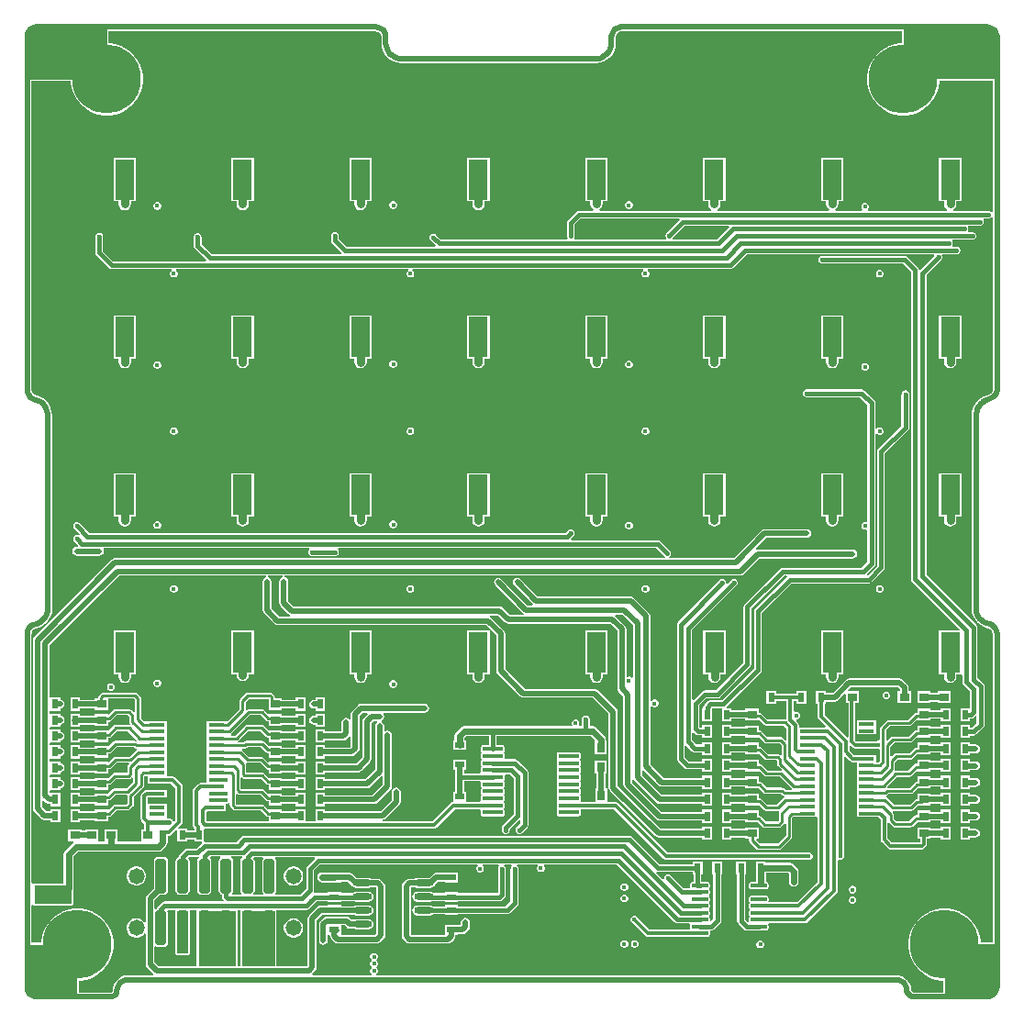
<source format=gbr>
G04*
G04 #@! TF.GenerationSoftware,Altium Limited,Altium Designer,24.1.2 (44)*
G04*
G04 Layer_Physical_Order=1*
G04 Layer_Color=255*
%FSLAX44Y44*%
%MOMM*%
G71*
G04*
G04 #@! TF.SameCoordinates,FF60899B-E9A6-4C8F-AFAD-FD19F3B54CA5*
G04*
G04*
G04 #@! TF.FilePolarity,Positive*
G04*
G01*
G75*
%ADD12C,0.2500*%
%ADD13C,0.6000*%
%ADD17C,0.5000*%
%ADD18R,0.9000X0.8000*%
%ADD19R,1.4605X0.3556*%
%ADD20R,0.6000X0.9000*%
G04:AMPARAMS|DCode=21|XSize=1.505mm|YSize=0.38mm|CornerRadius=0.095mm|HoleSize=0mm|Usage=FLASHONLY|Rotation=0.000|XOffset=0mm|YOffset=0mm|HoleType=Round|Shape=RoundedRectangle|*
%AMROUNDEDRECTD21*
21,1,1.5050,0.1900,0,0,0.0*
21,1,1.3150,0.3800,0,0,0.0*
1,1,0.1900,0.6575,-0.0950*
1,1,0.1900,-0.6575,-0.0950*
1,1,0.1900,-0.6575,0.0950*
1,1,0.1900,0.6575,0.0950*
%
%ADD21ROUNDEDRECTD21*%
%ADD22R,0.8000X0.9000*%
%ADD23R,0.9000X0.6000*%
G04:AMPARAMS|DCode=24|XSize=1.9mm|YSize=0.4mm|CornerRadius=0.05mm|HoleSize=0mm|Usage=FLASHONLY|Rotation=0.000|XOffset=0mm|YOffset=0mm|HoleType=Round|Shape=RoundedRectangle|*
%AMROUNDEDRECTD24*
21,1,1.9000,0.3000,0,0,0.0*
21,1,1.8000,0.4000,0,0,0.0*
1,1,0.1000,0.9000,-0.1500*
1,1,0.1000,-0.9000,-0.1500*
1,1,0.1000,-0.9000,0.1500*
1,1,0.1000,0.9000,0.1500*
%
%ADD24ROUNDEDRECTD24*%
%ADD25O,1.8000X0.6000*%
G04:AMPARAMS|DCode=26|XSize=1mm|YSize=3.2mm|CornerRadius=0.25mm|HoleSize=0mm|Usage=FLASHONLY|Rotation=0.000|XOffset=0mm|YOffset=0mm|HoleType=Round|Shape=RoundedRectangle|*
%AMROUNDEDRECTD26*
21,1,1.0000,2.7000,0,0,0.0*
21,1,0.5000,3.2000,0,0,0.0*
1,1,0.5000,0.2500,-1.3500*
1,1,0.5000,-0.2500,-1.3500*
1,1,0.5000,-0.2500,1.3500*
1,1,0.5000,0.2500,1.3500*
%
%ADD26ROUNDEDRECTD26*%
%ADD39R,1.8000X3.7000*%
%ADD40C,0.3500*%
%ADD41C,0.4000*%
%ADD42C,0.3000*%
%ADD43C,0.4500*%
%ADD44C,0.8000*%
%ADD45R,7.2600X4.7000*%
%ADD46R,8.5500X4.7100*%
%ADD47R,4.4800X4.6800*%
%ADD48R,4.6800X4.7300*%
%ADD49R,3.4300X5.0900*%
%ADD50R,1.0100X3.9200*%
%ADD51R,3.0100X5.0900*%
%ADD52R,3.5000X1.7100*%
%ADD53C,1.4780*%
%ADD54C,6.3500*%
%ADD55C,1.5240*%
%ADD56C,0.4000*%
%ADD57C,0.3500*%
G36*
X326287Y893015D02*
X328174Y891754D01*
X328277Y891600D01*
X328349Y891552D01*
X329229Y890234D01*
X329538Y888680D01*
X329522Y888596D01*
Y882498D01*
X329513D01*
X329860Y878970D01*
X330890Y875577D01*
X332561Y872451D01*
X334810Y869710D01*
X334807Y869706D01*
X337703Y867329D01*
X341008Y865563D01*
X344594Y864475D01*
X348323Y864108D01*
Y864122D01*
X527536D01*
Y864115D01*
X530988Y864455D01*
X534306Y865461D01*
X537365Y867096D01*
X539914Y869189D01*
X540045Y869296D01*
X540045Y869296D01*
X540817Y870071D01*
X540818Y870072D01*
X540818Y870072D01*
X542969Y872692D01*
X544567Y875682D01*
X545551Y878926D01*
X545883Y882300D01*
X545878D01*
Y888040D01*
X545849Y888186D01*
X546242Y890160D01*
X547361Y891834D01*
X547484Y891916D01*
X547557Y892025D01*
X549132Y893078D01*
X550990Y893447D01*
X551118Y893422D01*
X809476D01*
Y882450D01*
X808483D01*
X803314Y881631D01*
X798336Y880014D01*
X793673Y877638D01*
X789439Y874562D01*
X785738Y870861D01*
X782662Y866627D01*
X780286Y861964D01*
X778669Y856986D01*
X777850Y851817D01*
Y846583D01*
X778669Y841414D01*
X780286Y836436D01*
X782662Y831773D01*
X785738Y827539D01*
X789439Y823838D01*
X793673Y820762D01*
X798336Y818386D01*
X803314Y816769D01*
X808483Y815950D01*
X813717D01*
X818886Y816769D01*
X823864Y818386D01*
X828527Y820762D01*
X832761Y823838D01*
X836462Y827539D01*
X839538Y831773D01*
X841914Y836436D01*
X843531Y841414D01*
X844350Y846583D01*
Y847576D01*
X893522D01*
X893522Y726687D01*
X892790Y726367D01*
X892252Y726298D01*
X892119Y726431D01*
X891923Y726723D01*
X891631Y726919D01*
X891383Y727167D01*
X891058Y727302D01*
X890766Y727497D01*
X890421Y727566D01*
X890096Y727700D01*
X889745D01*
X889400Y727769D01*
X857338D01*
X856953Y729039D01*
X858294Y729935D01*
X859510Y731754D01*
X859936Y733900D01*
Y736676D01*
X864829D01*
Y776676D01*
X843829D01*
Y736676D01*
X848721D01*
Y733900D01*
X849148Y731754D01*
X850363Y729935D01*
X851704Y729039D01*
X851319Y727769D01*
X778715D01*
X778188Y729039D01*
X778767Y729617D01*
X779300Y730904D01*
Y732296D01*
X778767Y733583D01*
X777783Y734567D01*
X776496Y735100D01*
X775104D01*
X773817Y734567D01*
X772833Y733583D01*
X772300Y732296D01*
Y730904D01*
X772833Y729617D01*
X773412Y729039D01*
X772886Y727769D01*
X748510D01*
X748124Y729039D01*
X749465Y729935D01*
X750681Y731754D01*
X751108Y733900D01*
Y736676D01*
X756000D01*
Y776676D01*
X735000D01*
Y736676D01*
X739892D01*
Y733900D01*
X740319Y731754D01*
X741535Y729935D01*
X742876Y729039D01*
X742491Y727769D01*
X639710D01*
X639324Y729039D01*
X640665Y729935D01*
X641881Y731754D01*
X642308Y733900D01*
Y736676D01*
X647200D01*
Y776676D01*
X626200D01*
Y736676D01*
X631092D01*
Y733900D01*
X631519Y731754D01*
X632735Y729935D01*
X634076Y729039D01*
X633691Y727769D01*
X530910D01*
X530524Y729039D01*
X531865Y729935D01*
X533081Y731754D01*
X533508Y733900D01*
Y736676D01*
X538400D01*
Y776676D01*
X517400D01*
Y736676D01*
X522292D01*
Y733900D01*
X522719Y731754D01*
X523935Y729935D01*
X525276Y729039D01*
X524891Y727769D01*
X511700D01*
X510334Y727497D01*
X509177Y726723D01*
X501856Y719403D01*
X501083Y718245D01*
X500811Y716880D01*
Y704483D01*
X500880Y704139D01*
Y703787D01*
X501014Y703463D01*
X501083Y703118D01*
X501278Y702825D01*
X501355Y702638D01*
X501119Y702001D01*
X500779Y701421D01*
X500724Y701368D01*
X384378D01*
X380023Y705723D01*
X379731Y705919D01*
X379483Y706167D01*
X379158Y706302D01*
X378866Y706497D01*
X378521Y706565D01*
X378196Y706700D01*
X377845D01*
X377500Y706769D01*
X377155Y706700D01*
X376804D01*
X376479Y706565D01*
X376134Y706497D01*
X375842Y706302D01*
X375517Y706167D01*
X375269Y705919D01*
X374977Y705723D01*
X374781Y705431D01*
X374533Y705183D01*
X374398Y704858D01*
X374203Y704566D01*
X374134Y704221D01*
X374000Y703896D01*
Y703545D01*
X373931Y703200D01*
X374000Y702855D01*
Y702504D01*
X374134Y702179D01*
X374203Y701834D01*
X374398Y701542D01*
X374533Y701217D01*
X374781Y700969D01*
X374977Y700677D01*
X379515Y696139D01*
X378989Y694869D01*
X297278D01*
X290410Y701737D01*
Y704591D01*
X290341Y704936D01*
Y705287D01*
X290207Y705612D01*
X290138Y705956D01*
X289943Y706249D01*
X289808Y706573D01*
X289560Y706822D01*
X289364Y707114D01*
X289072Y707309D01*
X288824Y707558D01*
X288499Y707692D01*
X288207Y707888D01*
X287862Y707956D01*
X287537Y708091D01*
X287186D01*
X286841Y708159D01*
X286496Y708091D01*
X286145D01*
X285820Y707956D01*
X285475Y707888D01*
X285183Y707692D01*
X284858Y707558D01*
X284610Y707309D01*
X284318Y707114D01*
X284122Y706822D01*
X283874Y706573D01*
X283739Y706249D01*
X283544Y705956D01*
X283475Y705612D01*
X283341Y705287D01*
Y704936D01*
X283272Y704591D01*
Y700259D01*
X283544Y698893D01*
X284318Y697736D01*
X292915Y689139D01*
X292403Y687869D01*
X172578D01*
X163469Y696978D01*
Y703600D01*
X163400Y703945D01*
Y704296D01*
X163265Y704621D01*
X163197Y704966D01*
X163002Y705258D01*
X162867Y705583D01*
X162619Y705831D01*
X162423Y706123D01*
X162131Y706319D01*
X161883Y706567D01*
X161558Y706702D01*
X161266Y706897D01*
X160921Y706965D01*
X160596Y707100D01*
X160245D01*
X159900Y707169D01*
X159555Y707100D01*
X159204D01*
X158879Y706965D01*
X158534Y706897D01*
X158242Y706702D01*
X157917Y706567D01*
X157669Y706319D01*
X157377Y706123D01*
X157181Y705831D01*
X156933Y705583D01*
X156798Y705258D01*
X156603Y704966D01*
X156535Y704621D01*
X156400Y704296D01*
Y703945D01*
X156331Y703600D01*
Y695500D01*
X156603Y694134D01*
X157377Y692977D01*
X167815Y682539D01*
X167289Y681269D01*
X82078D01*
X72769Y690578D01*
Y704000D01*
X72700Y704345D01*
Y704696D01*
X72565Y705021D01*
X72497Y705366D01*
X72302Y705658D01*
X72167Y705983D01*
X71919Y706231D01*
X71723Y706523D01*
X71431Y706719D01*
X71183Y706967D01*
X70858Y707102D01*
X70566Y707297D01*
X70221Y707365D01*
X69896Y707500D01*
X69545D01*
X69200Y707569D01*
X68855Y707500D01*
X68504D01*
X68179Y707365D01*
X67834Y707297D01*
X67542Y707102D01*
X67217Y706967D01*
X66969Y706719D01*
X66677Y706523D01*
X66481Y706231D01*
X66233Y705983D01*
X66098Y705658D01*
X65903Y705366D01*
X65834Y705021D01*
X65700Y704696D01*
Y704345D01*
X65631Y704000D01*
Y689100D01*
X65903Y687734D01*
X66677Y686577D01*
X78077Y675177D01*
X79234Y674403D01*
X80600Y674131D01*
X135938D01*
X136191Y672861D01*
X136017Y672790D01*
X135033Y671805D01*
X134500Y670518D01*
Y669126D01*
X135033Y667840D01*
X136017Y666855D01*
X137304Y666322D01*
X138696D01*
X139983Y666855D01*
X140967Y667840D01*
X141500Y669126D01*
Y670518D01*
X140967Y671805D01*
X139983Y672790D01*
X139809Y672861D01*
X140062Y674131D01*
X354238D01*
X354491Y672861D01*
X354317Y672790D01*
X353333Y671805D01*
X352800Y670518D01*
Y669126D01*
X353333Y667840D01*
X354317Y666855D01*
X355604Y666322D01*
X356996D01*
X358283Y666855D01*
X359267Y667840D01*
X359800Y669126D01*
Y670518D01*
X359267Y671805D01*
X358283Y672790D01*
X358109Y672861D01*
X358362Y674131D01*
X571138D01*
X571391Y672861D01*
X571217Y672790D01*
X570233Y671805D01*
X569700Y670518D01*
Y669126D01*
X570233Y667840D01*
X571217Y666855D01*
X572504Y666322D01*
X573896D01*
X575183Y666855D01*
X576167Y667840D01*
X576700Y669126D01*
Y670518D01*
X576167Y671805D01*
X575183Y672790D01*
X575009Y672861D01*
X575262Y674131D01*
X651400D01*
X652766Y674403D01*
X653923Y675177D01*
X666378Y687631D01*
X839389D01*
X839915Y686361D01*
X826739Y673185D01*
X826277Y673227D01*
X825400Y673643D01*
X825197Y674666D01*
X824423Y675823D01*
X815023Y685223D01*
X813866Y685997D01*
X812500Y686269D01*
X736200D01*
X735855Y686200D01*
X735504D01*
X735179Y686066D01*
X734834Y685997D01*
X734542Y685802D01*
X734217Y685667D01*
X733969Y685419D01*
X733677Y685223D01*
X733481Y684931D01*
X733233Y684683D01*
X733098Y684358D01*
X732903Y684066D01*
X732834Y683721D01*
X732700Y683396D01*
Y683045D01*
X732631Y682700D01*
X732700Y682355D01*
Y682004D01*
X732834Y681679D01*
X732903Y681334D01*
X733098Y681042D01*
X733233Y680717D01*
X733481Y680469D01*
X733677Y680177D01*
X733969Y679981D01*
X734217Y679733D01*
X734542Y679598D01*
X734834Y679403D01*
X735179Y679334D01*
X735504Y679200D01*
X735855D01*
X736200Y679131D01*
X811022D01*
X818331Y671822D01*
Y387800D01*
X818603Y386434D01*
X819377Y385277D01*
X863204Y341450D01*
X862718Y340276D01*
X843829D01*
Y300276D01*
X848721D01*
Y297600D01*
X849148Y295454D01*
X850363Y293635D01*
X852183Y292419D01*
X854329Y291992D01*
X856475Y292419D01*
X858294Y293635D01*
X859510Y295454D01*
X859936Y297600D01*
Y300276D01*
X864829D01*
X865631Y299339D01*
Y292800D01*
X865903Y291434D01*
X866677Y290277D01*
X872231Y284722D01*
Y269000D01*
X863791D01*
Y257000D01*
X872791D01*
Y259431D01*
X873400D01*
X874766Y259703D01*
X875923Y260477D01*
X877561Y262115D01*
X878831Y261589D01*
Y255278D01*
X874251Y250698D01*
X872791D01*
Y253358D01*
X863791D01*
Y241358D01*
X872791D01*
Y243561D01*
X875730D01*
X877095Y243833D01*
X878253Y244606D01*
X884923Y251277D01*
X885697Y252434D01*
X885969Y253800D01*
Y288700D01*
X885697Y290066D01*
X884923Y291223D01*
X879669Y296478D01*
Y343500D01*
X879397Y344866D01*
X878623Y346023D01*
X832369Y392278D01*
Y668722D01*
X845923Y682277D01*
X846119Y682569D01*
X846367Y682817D01*
X846502Y683142D01*
X846697Y683434D01*
X846766Y683779D01*
X846900Y684104D01*
Y684455D01*
X846969Y684800D01*
X846900Y685145D01*
Y685496D01*
X846766Y685821D01*
X846697Y686166D01*
X846566Y686361D01*
X846645Y686708D01*
X847055Y687418D01*
X847286Y687631D01*
X860200D01*
X860545Y687700D01*
X860896D01*
X861221Y687834D01*
X861566Y687903D01*
X861858Y688098D01*
X862183Y688233D01*
X862431Y688481D01*
X862723Y688677D01*
X862919Y688969D01*
X863167Y689217D01*
X863302Y689542D01*
X863497Y689834D01*
X863566Y690179D01*
X863700Y690504D01*
Y690855D01*
X863769Y691200D01*
X863700Y691545D01*
Y691896D01*
X863566Y692221D01*
X863497Y692566D01*
X863302Y692858D01*
X863167Y693183D01*
X862919Y693431D01*
X862723Y693723D01*
X862431Y693919D01*
X862183Y694167D01*
X861858Y694302D01*
X861566Y694497D01*
X861221Y694566D01*
X860896Y694700D01*
X860545D01*
X860200Y694769D01*
X857086D01*
X856855Y694982D01*
X856445Y695693D01*
X856366Y696039D01*
X856497Y696234D01*
X856565Y696579D01*
X856700Y696904D01*
Y697255D01*
X856769Y697600D01*
X856700Y697945D01*
Y698296D01*
X856565Y698621D01*
X856497Y698966D01*
X856302Y699258D01*
X856167Y699583D01*
X856088Y699661D01*
X856204Y700276D01*
X856626Y700931D01*
X874700D01*
X875045Y701000D01*
X875396D01*
X875721Y701134D01*
X876066Y701203D01*
X876358Y701398D01*
X876683Y701533D01*
X876931Y701781D01*
X877223Y701977D01*
X877419Y702269D01*
X877667Y702517D01*
X877802Y702842D01*
X877997Y703134D01*
X878065Y703479D01*
X878200Y703804D01*
Y704155D01*
X878269Y704500D01*
X878200Y704845D01*
Y705196D01*
X878065Y705521D01*
X877997Y705866D01*
X877802Y706158D01*
X877667Y706483D01*
X877419Y706731D01*
X877223Y707023D01*
X876931Y707219D01*
X876683Y707467D01*
X876358Y707602D01*
X876066Y707797D01*
X875721Y707866D01*
X875396Y708000D01*
X875045D01*
X874700Y708069D01*
X871114D01*
X870794Y708519D01*
X870459Y709339D01*
X870502Y709442D01*
X870697Y709734D01*
X870766Y710079D01*
X870900Y710404D01*
Y710755D01*
X870969Y711100D01*
X870900Y711445D01*
Y711796D01*
X870766Y712121D01*
X870697Y712466D01*
X870566Y712661D01*
X870646Y713008D01*
X871055Y713718D01*
X871286Y713931D01*
X881700D01*
X882045Y714000D01*
X882396D01*
X882721Y714135D01*
X883066Y714203D01*
X883358Y714398D01*
X883683Y714533D01*
X883931Y714781D01*
X884223Y714977D01*
X884419Y715269D01*
X884667Y715517D01*
X884802Y715842D01*
X884997Y716134D01*
X885066Y716479D01*
X885200Y716804D01*
Y717155D01*
X885269Y717500D01*
X885200Y717845D01*
Y718196D01*
X885066Y718521D01*
X884997Y718866D01*
X884802Y719158D01*
X884717Y719361D01*
X884933Y719958D01*
X885271Y720560D01*
X885344Y720631D01*
X889400D01*
X889745Y720700D01*
X890096D01*
X890421Y720835D01*
X890766Y720903D01*
X891058Y721098D01*
X891383Y721233D01*
X891631Y721481D01*
X891923Y721677D01*
X892119Y721969D01*
X892252Y722102D01*
X892790Y722032D01*
X893522Y721712D01*
X893522Y562600D01*
X893534Y562537D01*
X893311Y561415D01*
X892675Y560314D01*
X892675D01*
X892675Y560314D01*
X891798Y559001D01*
X890069Y557846D01*
X888938Y557621D01*
X888949Y557560D01*
X888340Y557375D01*
X888094Y557326D01*
X888023Y557279D01*
X885530Y556522D01*
X883770Y555581D01*
X883510Y555530D01*
X882859Y555095D01*
X882783Y555054D01*
X882747Y555106D01*
X882230Y554681D01*
X881796Y554391D01*
X881698Y554244D01*
X879652Y552565D01*
X878353Y550982D01*
X878011Y550566D01*
X877906Y550495D01*
X877556Y550011D01*
X877315Y549618D01*
X877022Y549172D01*
X876990Y549010D01*
X876723Y548511D01*
X875839Y546858D01*
X874520Y542507D01*
X874476Y542363D01*
X874367Y541261D01*
X874276Y540657D01*
X874224Y539951D01*
X874222Y539939D01*
X874222Y539936D01*
X874222Y539932D01*
X874222Y539917D01*
X874222Y539916D01*
X874222Y538687D01*
Y362200D01*
X874257Y362021D01*
X874167Y361102D01*
X874543Y357282D01*
X875320Y354721D01*
X875657Y353609D01*
X875691Y353545D01*
X875899Y353046D01*
X877282Y350459D01*
X879143Y348191D01*
X879192Y348146D01*
X879192Y348139D01*
X879837Y347545D01*
X879860Y347530D01*
X879861Y347529D01*
X880126Y347311D01*
X882432Y345419D01*
X885477Y343791D01*
X886495Y343434D01*
X886727Y343310D01*
X887664Y343025D01*
X888666Y342721D01*
X889839Y342305D01*
X890934Y341792D01*
X891701Y341279D01*
X891757Y341196D01*
X891888Y341108D01*
X893046Y339375D01*
X893453Y337332D01*
X893422Y337177D01*
Y52424D01*
X882450D01*
Y53417D01*
X881631Y58586D01*
X880014Y63564D01*
X877638Y68227D01*
X874562Y72461D01*
X870861Y76162D01*
X866627Y79238D01*
X861964Y81614D01*
X856986Y83231D01*
X851817Y84050D01*
X846583D01*
X841414Y83231D01*
X836436Y81614D01*
X831773Y79238D01*
X827539Y76162D01*
X823838Y72461D01*
X820762Y68227D01*
X818386Y63564D01*
X816769Y58586D01*
X815950Y53417D01*
Y48183D01*
X816769Y43014D01*
X818386Y38036D01*
X820762Y33373D01*
X823838Y29139D01*
X827539Y25438D01*
X831773Y22362D01*
X836436Y19986D01*
X841414Y18369D01*
X846583Y17550D01*
X847576D01*
Y6478D01*
X820255D01*
Y6496D01*
X819647Y6617D01*
X819131Y6962D01*
X818878Y7507D01*
X818619Y8253D01*
X818619Y8253D01*
X818145Y11853D01*
X816756Y15207D01*
X815295Y17110D01*
X814556Y18073D01*
X814546Y18087D01*
X814517Y18058D01*
X814453Y18101D01*
X812235Y19921D01*
X809617Y21320D01*
X806777Y22182D01*
X803877Y22468D01*
X803823Y22478D01*
X325187D01*
X324867Y23210D01*
X324798Y23748D01*
X325667Y24617D01*
X326200Y25904D01*
Y27296D01*
X325667Y28583D01*
X325254Y28995D01*
X324818Y29825D01*
X325254Y30655D01*
X325667Y31067D01*
X326200Y32354D01*
Y33746D01*
X325667Y35033D01*
X325254Y35445D01*
X324818Y36275D01*
X325254Y37105D01*
X325667Y37517D01*
X326200Y38804D01*
Y40196D01*
X325667Y41483D01*
X324683Y42467D01*
X323396Y43000D01*
X322004D01*
X320717Y42467D01*
X319733Y41483D01*
X319200Y40196D01*
Y38804D01*
X319733Y37517D01*
X320146Y37105D01*
X320582Y36275D01*
X320146Y35445D01*
X319733Y35033D01*
X319200Y33746D01*
Y32354D01*
X319733Y31067D01*
X320146Y30655D01*
X320582Y29825D01*
X320146Y28995D01*
X319733Y28583D01*
X319200Y27296D01*
Y25904D01*
X319733Y24617D01*
X320602Y23748D01*
X320533Y23210D01*
X320213Y22478D01*
X265988D01*
X265592Y23610D01*
X265587Y23748D01*
X268484Y26645D01*
X268484Y26645D01*
X269368Y27968D01*
X269678Y29529D01*
Y73111D01*
X275048Y78481D01*
X280200D01*
Y78059D01*
X287670D01*
X288234Y77947D01*
X288234Y77947D01*
X303954D01*
X304194Y77786D01*
X305950Y77437D01*
X317950D01*
X319706Y77786D01*
X321194Y78781D01*
X322189Y80269D01*
X322538Y82025D01*
X322189Y83781D01*
X321194Y85269D01*
X319706Y86264D01*
X317950Y86613D01*
X305950D01*
X304194Y86264D01*
X303954Y86103D01*
X292200D01*
Y87059D01*
X280200D01*
Y86637D01*
X273359D01*
X271798Y86327D01*
X270475Y85443D01*
X270475Y85443D01*
X262716Y77684D01*
X261832Y76361D01*
X261522Y74800D01*
X261522Y74800D01*
Y31218D01*
X260982Y30678D01*
X232905D01*
X232624Y31100D01*
Y82000D01*
X233143Y82777D01*
X260500D01*
X261963Y83068D01*
X263204Y83896D01*
X269993Y90686D01*
X280200D01*
Y90009D01*
X292200D01*
Y90794D01*
X303734D01*
X304194Y90486D01*
X305950Y90137D01*
X317950D01*
X319706Y90486D01*
X321194Y91481D01*
X322189Y92969D01*
X322538Y94725D01*
X322189Y96481D01*
X321194Y97969D01*
X319706Y98964D01*
X317950Y99313D01*
X305950D01*
X304194Y98964D01*
X303411Y98441D01*
X292200D01*
Y99009D01*
X280200D01*
Y98333D01*
X268409D01*
X267731Y98198D01*
X266967Y99341D01*
X267297Y99834D01*
X267569Y101200D01*
Y119222D01*
X273078Y124731D01*
X417879D01*
X418312Y123461D01*
X417633Y122783D01*
X417100Y121496D01*
Y120104D01*
X417633Y118817D01*
X418617Y117833D01*
X419904Y117300D01*
X421296D01*
X422583Y117833D01*
X423567Y118817D01*
X424100Y120104D01*
Y121496D01*
X423567Y122783D01*
X422888Y123461D01*
X423321Y124731D01*
X437658D01*
X438207Y123638D01*
X438183Y123461D01*
X437977Y123323D01*
X437781Y123031D01*
X437533Y122783D01*
X437398Y122458D01*
X437203Y122166D01*
X437135Y121821D01*
X437000Y121496D01*
Y121145D01*
X436931Y120800D01*
Y98331D01*
X436679Y98078D01*
X400000D01*
Y99009D01*
X388000D01*
Y98186D01*
X377370D01*
X376206Y98964D01*
X374450Y99313D01*
X362450D01*
X360694Y98964D01*
X359206Y97969D01*
X358211Y96481D01*
X357862Y94725D01*
X358211Y92969D01*
X359206Y91481D01*
X360694Y90486D01*
X362450Y90137D01*
X374450D01*
X376206Y90486D01*
X377048Y91049D01*
X388000D01*
Y90009D01*
X400000D01*
Y90941D01*
X438157D01*
X439523Y91212D01*
X440680Y91986D01*
X443023Y94329D01*
X443797Y95487D01*
X444069Y96852D01*
Y120800D01*
X444000Y121145D01*
Y121496D01*
X443866Y121821D01*
X443797Y122166D01*
X443602Y122458D01*
X443467Y122783D01*
X443219Y123031D01*
X443023Y123323D01*
X442817Y123461D01*
X442793Y123638D01*
X443342Y124731D01*
X449458D01*
X450007Y123638D01*
X449983Y123461D01*
X449777Y123323D01*
X449581Y123031D01*
X449333Y122783D01*
X449198Y122458D01*
X449003Y122166D01*
X448935Y121821D01*
X448800Y121496D01*
Y121145D01*
X448731Y120800D01*
Y90678D01*
X444181Y86128D01*
X400000D01*
Y87059D01*
X388000D01*
Y85861D01*
X376810D01*
X376206Y86264D01*
X374450Y86613D01*
X362450D01*
X360694Y86264D01*
X359206Y85269D01*
X358211Y83781D01*
X357862Y82025D01*
X358211Y80269D01*
X359206Y78781D01*
X360694Y77786D01*
X362450Y77437D01*
X374450D01*
X376206Y77786D01*
X377608Y78723D01*
X388000D01*
Y78059D01*
X400000D01*
Y78990D01*
X445659D01*
X447024Y79262D01*
X448182Y80036D01*
X454823Y86677D01*
X455597Y87834D01*
X455869Y89200D01*
Y120800D01*
X455800Y121145D01*
Y121496D01*
X455666Y121821D01*
X455597Y122166D01*
X455402Y122458D01*
X455267Y122783D01*
X455019Y123031D01*
X454823Y123323D01*
X454617Y123461D01*
X454593Y123638D01*
X455142Y124731D01*
X473586D01*
X474112Y123461D01*
X473733Y123083D01*
X473200Y121796D01*
Y120404D01*
X473733Y119117D01*
X474717Y118133D01*
X476004Y117600D01*
X477396D01*
X478683Y118133D01*
X479667Y119117D01*
X480200Y120404D01*
Y121796D01*
X479667Y123083D01*
X479288Y123461D01*
X479814Y124731D01*
X546722D01*
X600302Y71151D01*
X601460Y70378D01*
X602825Y70106D01*
X613724D01*
X613980Y69868D01*
X614588Y68836D01*
X614476Y68275D01*
Y66375D01*
X614638Y65559D01*
X614572Y65281D01*
X613894Y64289D01*
X577073D01*
X565953Y75408D01*
X565767Y75858D01*
X564783Y76842D01*
X563496Y77375D01*
X562104D01*
X560817Y76842D01*
X559833Y75858D01*
X559300Y74571D01*
Y73179D01*
X559833Y71892D01*
X560817Y70908D01*
X561267Y70721D01*
X573357Y58632D01*
X574432Y57913D01*
X575700Y57661D01*
X616299D01*
X616974Y57527D01*
X630124D01*
X631080Y57717D01*
X631890Y58259D01*
X632432Y59069D01*
X632622Y60025D01*
Y61925D01*
X632510Y62486D01*
X633118Y63518D01*
X633374Y63756D01*
X633625D01*
X634991Y64028D01*
X636148Y64802D01*
X641907Y70560D01*
X642681Y71718D01*
X642953Y73084D01*
Y115400D01*
X643884D01*
Y127400D01*
X634884D01*
Y115400D01*
X635815D01*
Y74562D01*
X633845Y72592D01*
X633790Y72597D01*
X632622Y73165D01*
Y74625D01*
X632432Y75581D01*
X631890Y76391D01*
Y77309D01*
X632432Y78119D01*
X632622Y79075D01*
Y80975D01*
X632432Y81931D01*
X631890Y82741D01*
Y83659D01*
X632432Y84469D01*
X632622Y85425D01*
Y87325D01*
X632432Y88281D01*
X631890Y89091D01*
Y90009D01*
X632432Y90819D01*
X632622Y91775D01*
Y93675D01*
X632432Y94631D01*
X631890Y95441D01*
Y96359D01*
X632432Y97169D01*
X632622Y98125D01*
Y100025D01*
X632432Y100981D01*
X631890Y101791D01*
Y102709D01*
X632432Y103519D01*
X632622Y104475D01*
Y106375D01*
X632432Y107331D01*
X631890Y108141D01*
X631080Y108683D01*
X630124Y108873D01*
X624794D01*
Y115399D01*
X625725D01*
Y127399D01*
X616725D01*
Y124967D01*
X585979D01*
X561023Y149923D01*
X559865Y150697D01*
X558500Y150969D01*
X417061D01*
X203100Y150969D01*
X201734Y150697D01*
X200577Y149923D01*
X196022Y145369D01*
X166858D01*
X166336Y145471D01*
X165684Y146521D01*
Y156804D01*
X166723Y157858D01*
X166835Y157886D01*
X378000D01*
X379268Y158139D01*
X380343Y158857D01*
X397323Y175836D01*
X420444D01*
X420713Y175572D01*
X421294Y174566D01*
X421211Y174150D01*
Y171150D01*
X421366Y170369D01*
X421808Y169708D01*
X422470Y169266D01*
X423250Y169111D01*
X441250D01*
X442030Y169266D01*
X442692Y169708D01*
X443134Y170369D01*
X443289Y171150D01*
Y174150D01*
X443134Y174930D01*
X443113Y174962D01*
X442796Y175900D01*
X443113Y176838D01*
X443134Y176870D01*
X443289Y177650D01*
Y180650D01*
X443134Y181430D01*
X442692Y182092D01*
Y182708D01*
X443134Y183370D01*
X443289Y184150D01*
Y187150D01*
X443134Y187930D01*
X443113Y187962D01*
X442796Y188900D01*
X443113Y189838D01*
X443134Y189869D01*
X443289Y190650D01*
Y193650D01*
X443134Y194430D01*
X442692Y195092D01*
Y195708D01*
X443134Y196369D01*
X443289Y197150D01*
Y200150D01*
X443134Y200930D01*
X443113Y200962D01*
X442796Y201900D01*
X443113Y202838D01*
X443134Y202869D01*
X443289Y203650D01*
Y206650D01*
X443257Y206811D01*
X444110Y208081D01*
X447872D01*
X451531Y204422D01*
Y170878D01*
X441871Y161217D01*
X441097Y160060D01*
X440825Y158694D01*
Y156300D01*
X440894Y155955D01*
Y155604D01*
X441029Y155279D01*
X441097Y154934D01*
X441292Y154642D01*
X441427Y154317D01*
X441675Y154069D01*
X441871Y153777D01*
X442163Y153581D01*
X442411Y153333D01*
X442736Y153198D01*
X443028Y153003D01*
X443373Y152935D01*
X443698Y152800D01*
X444049D01*
X444394Y152731D01*
X444739Y152800D01*
X445090D01*
X445415Y152935D01*
X445760Y153003D01*
X446052Y153198D01*
X446377Y153333D01*
X446625Y153581D01*
X446917Y153777D01*
X447113Y154069D01*
X447361Y154317D01*
X447496Y154642D01*
X447691Y154934D01*
X447760Y155279D01*
X447894Y155604D01*
Y155955D01*
X447963Y156300D01*
Y157216D01*
X456661Y165915D01*
X457931Y165389D01*
Y162478D01*
X454277Y158823D01*
X454081Y158531D01*
X453833Y158283D01*
X453698Y157958D01*
X453503Y157666D01*
X453434Y157321D01*
X453300Y156996D01*
Y156645D01*
X453231Y156300D01*
X453300Y155955D01*
Y155604D01*
X453434Y155279D01*
X453503Y154934D01*
X453698Y154642D01*
X453833Y154317D01*
X454081Y154069D01*
X454277Y153777D01*
X454569Y153581D01*
X454817Y153333D01*
X455142Y153198D01*
X455434Y153003D01*
X455779Y152935D01*
X456104Y152800D01*
X456455D01*
X456800Y152731D01*
X457145Y152800D01*
X457496D01*
X457821Y152935D01*
X458166Y153003D01*
X458458Y153198D01*
X458783Y153333D01*
X459031Y153581D01*
X459323Y153777D01*
X464023Y158477D01*
X464797Y159634D01*
X465069Y161000D01*
Y209300D01*
X464797Y210665D01*
X464023Y211823D01*
X455173Y220673D01*
X454016Y221447D01*
X452650Y221719D01*
X444110D01*
X443257Y222988D01*
X443289Y223150D01*
Y226150D01*
X443134Y226930D01*
X443113Y226962D01*
X442796Y227900D01*
X443113Y228838D01*
X443134Y228869D01*
X443289Y229650D01*
Y232650D01*
X443134Y233430D01*
X442692Y234092D01*
X442030Y234534D01*
X441250Y234689D01*
X435819D01*
Y243112D01*
X522599D01*
X526029Y239683D01*
X526600Y238652D01*
X526600D01*
X526600Y238652D01*
Y226652D01*
X537600D01*
Y238652D01*
X536588D01*
Y240200D01*
X536239Y241956D01*
X535244Y243444D01*
X527744Y250944D01*
X526256Y251939D01*
X524500Y252288D01*
X521669D01*
Y258800D01*
X521600Y259145D01*
Y259496D01*
X521465Y259821D01*
X521397Y260166D01*
X521202Y260458D01*
X521067Y260783D01*
X520819Y261031D01*
X520623Y261323D01*
X520331Y261519D01*
X520083Y261767D01*
X519758Y261902D01*
X519466Y262097D01*
X519121Y262166D01*
X518796Y262300D01*
X518445D01*
X518100Y262369D01*
X517755Y262300D01*
X517404D01*
X517079Y262166D01*
X516734Y262097D01*
X516442Y261902D01*
X516117Y261767D01*
X515869Y261519D01*
X515577Y261323D01*
X515381Y261031D01*
X515133Y260783D01*
X514998Y260458D01*
X514803Y260166D01*
X514734Y259821D01*
X514600Y259496D01*
Y259145D01*
X514531Y258800D01*
Y252288D01*
X512506D01*
X511847Y253558D01*
X512188Y254383D01*
Y255775D01*
X511656Y257062D01*
X510671Y258046D01*
X509385Y258579D01*
X507992D01*
X506706Y258046D01*
X505721Y257062D01*
X505188Y255775D01*
Y254383D01*
X505530Y253558D01*
X504870Y252288D01*
X406000D01*
X404244Y251939D01*
X402756Y250944D01*
X398455Y246643D01*
X397460Y245155D01*
X397111Y243399D01*
Y239334D01*
X395699D01*
Y230334D01*
X401256D01*
X401699Y230246D01*
X402142Y230334D01*
X407699D01*
Y239334D01*
X406287D01*
Y241498D01*
X407901Y243112D01*
X428681D01*
Y234689D01*
X423250D01*
X422470Y234534D01*
X421808Y234092D01*
X421366Y233430D01*
X421211Y232650D01*
Y229650D01*
X421366Y228869D01*
X421387Y228838D01*
X421704Y227900D01*
X421387Y226962D01*
X421366Y226930D01*
X421211Y226150D01*
Y223150D01*
X421366Y222369D01*
X421808Y221708D01*
Y221092D01*
X421366Y220430D01*
X421211Y219650D01*
Y216650D01*
X421366Y215870D01*
X421387Y215838D01*
X421704Y214900D01*
X421387Y213962D01*
X421366Y213930D01*
X421211Y213150D01*
Y210150D01*
X421243Y209988D01*
X420390Y208718D01*
X405778D01*
Y212175D01*
X407700D01*
Y221175D01*
X395700D01*
Y212175D01*
X397621D01*
Y204600D01*
Y192004D01*
X395699D01*
Y183004D01*
X394751Y182225D01*
X394682Y182211D01*
X393607Y181493D01*
X376628Y164514D01*
X331069D01*
X330944Y165784D01*
X332153Y166024D01*
X333476Y166908D01*
X346084Y179516D01*
X346084Y179516D01*
X346968Y180839D01*
X347278Y182400D01*
Y191600D01*
X346968Y193161D01*
X346084Y194484D01*
X344761Y195368D01*
X343200Y195678D01*
X341639Y195368D01*
X340316Y194484D01*
X339432Y193161D01*
X339122Y191600D01*
Y184089D01*
X328903Y173870D01*
X277659D01*
Y175792D01*
X268659D01*
Y164514D01*
X259500D01*
Y175791D01*
X250500D01*
Y173870D01*
X237800D01*
Y175292D01*
X225800D01*
X225800Y175292D01*
Y175292D01*
X224747Y175819D01*
X221383Y179183D01*
X220473Y179790D01*
X219400Y180004D01*
X195861D01*
X195204Y180661D01*
Y189251D01*
X195909Y189543D01*
X196474Y189671D01*
X197292Y189124D01*
X198365Y188911D01*
X217924D01*
X223032Y183803D01*
X223941Y183195D01*
X225014Y182982D01*
X225800D01*
Y178965D01*
X237800D01*
Y180385D01*
X250500D01*
Y178463D01*
X259500D01*
Y190463D01*
X250500D01*
Y188542D01*
X237800D01*
Y189965D01*
X225800D01*
Y189965D01*
X225093Y189672D01*
X221068Y193697D01*
X220159Y194305D01*
X219086Y194518D01*
X199704D01*
Y204236D01*
X200877Y204722D01*
X201082Y204517D01*
X201992Y203910D01*
X203064Y203696D01*
X218639D01*
X223097Y199238D01*
X224007Y198630D01*
X225080Y198416D01*
X225800D01*
Y193637D01*
X237800D01*
Y195058D01*
X250500D01*
Y193136D01*
X259500D01*
Y205136D01*
X250500D01*
Y203214D01*
X237800D01*
Y204637D01*
X225800D01*
X225800Y204637D01*
Y204637D01*
X224881Y205384D01*
X221783Y208483D01*
X220873Y209090D01*
X219800Y209304D01*
X204404D01*
Y217400D01*
X204375Y217543D01*
X204516Y217774D01*
X205476Y218520D01*
X206100Y218396D01*
X217739D01*
X223032Y213103D01*
X223941Y212495D01*
X225014Y212282D01*
X225800D01*
Y208310D01*
X237800D01*
Y209731D01*
X250500D01*
Y207808D01*
X259500D01*
Y219809D01*
X250500D01*
Y217888D01*
X237800D01*
Y219310D01*
X225800D01*
Y219310D01*
X225061Y219004D01*
X220883Y223183D01*
X219973Y223790D01*
X218900Y224004D01*
X207261D01*
X201184Y230081D01*
X200745Y230375D01*
X201130Y231645D01*
X203349D01*
X204422Y231858D01*
X205331Y232466D01*
X205861Y232996D01*
X218339D01*
X223032Y228303D01*
X223941Y227695D01*
X225014Y227482D01*
X225800D01*
Y222982D01*
X237800D01*
Y224403D01*
X250500D01*
Y222481D01*
X259500D01*
Y234481D01*
X250500D01*
Y232559D01*
X237800D01*
Y233982D01*
X225800D01*
X225800Y233982D01*
Y233982D01*
X224750Y234515D01*
X221483Y237783D01*
X220573Y238390D01*
X219500Y238604D01*
X204700D01*
X203627Y238390D01*
X202717Y237783D01*
X202187Y237253D01*
X197627D01*
X197242Y238522D01*
X197681Y238816D01*
X206561Y247696D01*
X217939D01*
X223032Y242603D01*
X223941Y241995D01*
X225014Y241782D01*
X225800D01*
Y237655D01*
X237800D01*
Y239075D01*
X250500D01*
Y237154D01*
X259500D01*
Y249154D01*
X250500D01*
Y247232D01*
X237800D01*
Y248655D01*
X225800D01*
X225800Y248655D01*
Y248655D01*
X224609Y248957D01*
X221083Y252483D01*
X220173Y253090D01*
X219100Y253304D01*
X205400D01*
X204327Y253090D01*
X203417Y252483D01*
X194537Y243603D01*
X191077D01*
X190692Y244872D01*
X191131Y245166D01*
X208261Y262296D01*
X218439D01*
X223032Y257703D01*
X223941Y257095D01*
X225014Y256882D01*
X225800D01*
Y252327D01*
X237800D01*
Y253748D01*
X250500D01*
Y251826D01*
X259500D01*
Y263826D01*
X250500D01*
Y261905D01*
X237800D01*
Y263327D01*
X225800D01*
X225800Y263327D01*
Y263327D01*
X224771Y263894D01*
X221583Y267083D01*
X220673Y267690D01*
X219600Y267904D01*
X207100D01*
X206027Y267690D01*
X205374Y267254D01*
X204531Y267535D01*
X204104Y267865D01*
Y274339D01*
X207161Y277396D01*
X225746D01*
Y275250D01*
X225800Y274979D01*
Y267000D01*
X237800D01*
Y268422D01*
X250500D01*
Y266499D01*
X259500D01*
Y278499D01*
X250500D01*
Y276578D01*
X237800D01*
Y278000D01*
X231354D01*
Y278736D01*
X231140Y279809D01*
X230533Y280718D01*
X229068Y282183D01*
X228158Y282790D01*
X227085Y283004D01*
X206000D01*
X204927Y282790D01*
X204017Y282183D01*
X199317Y277483D01*
X198710Y276573D01*
X198496Y275500D01*
Y268061D01*
X187284Y256849D01*
X186044Y256777D01*
Y256777D01*
X168439D01*
Y250221D01*
Y243871D01*
Y237521D01*
Y231171D01*
Y224821D01*
Y218471D01*
Y212121D01*
Y199662D01*
X162549D01*
X161281Y199410D01*
X160206Y198692D01*
X156357Y194843D01*
X155639Y193768D01*
X155386Y192500D01*
Y161300D01*
X155639Y160032D01*
X156357Y158957D01*
X156514Y158800D01*
X156684Y157600D01*
X156684D01*
Y155679D01*
X150246D01*
Y157601D01*
X142783D01*
X142257Y158871D01*
X144943Y161557D01*
X145661Y162632D01*
X145914Y163900D01*
Y196600D01*
X145661Y197868D01*
X144943Y198943D01*
X138844Y205042D01*
X137769Y205760D01*
X136501Y206012D01*
X131561D01*
Y218471D01*
Y224821D01*
Y231171D01*
Y237521D01*
Y243871D01*
Y250221D01*
Y256777D01*
X113956D01*
Y256437D01*
X110628D01*
X107804Y259261D01*
Y277900D01*
X107590Y278973D01*
X106983Y279883D01*
X104383Y282483D01*
X103473Y283090D01*
X102400Y283304D01*
X72600D01*
X71527Y283090D01*
X70617Y282483D01*
X69017Y280883D01*
X68410Y279973D01*
X68196Y278900D01*
Y278000D01*
X65200D01*
Y276678D01*
X51368D01*
Y278509D01*
X42368D01*
Y266509D01*
X51368D01*
Y268522D01*
X65200D01*
Y267000D01*
X77200D01*
Y277696D01*
X101239D01*
X102196Y276739D01*
Y265365D01*
X100926Y264839D01*
X98583Y267183D01*
X97673Y267790D01*
X96600Y268004D01*
X84100D01*
X83027Y267790D01*
X82117Y267183D01*
X77951Y263016D01*
X77200Y263327D01*
Y263327D01*
X65200D01*
Y261878D01*
X51368D01*
Y263835D01*
X42368D01*
Y257802D01*
X42368Y257800D01*
X42368Y257798D01*
Y251835D01*
X51368D01*
Y253722D01*
X65200D01*
Y252327D01*
X77200D01*
Y256282D01*
X77986D01*
X79058Y256495D01*
X79968Y257103D01*
X85261Y262396D01*
X95439D01*
X96896Y260939D01*
Y256200D01*
X97110Y255127D01*
X97571Y254436D01*
X97276Y253740D01*
X96855Y253284D01*
X96811Y253293D01*
X83989D01*
X82916Y253079D01*
X82006Y252471D01*
X77900Y248365D01*
X77200Y248655D01*
Y248655D01*
X65200D01*
Y247240D01*
X51368D01*
Y249162D01*
X42368D01*
Y237162D01*
X51368D01*
Y239083D01*
X65200D01*
Y237655D01*
X77200D01*
Y241682D01*
X77986D01*
X79058Y241895D01*
X79968Y242503D01*
X85150Y247685D01*
X95650D01*
X103908Y239427D01*
X103173Y238390D01*
X102100Y238604D01*
X83900D01*
X82827Y238391D01*
X81917Y237783D01*
X77848Y233714D01*
X77200Y233982D01*
Y233982D01*
X65200D01*
Y232566D01*
X51368D01*
Y234488D01*
X42368D01*
Y222488D01*
X51368D01*
Y224410D01*
X65200D01*
Y222982D01*
X77200D01*
Y227082D01*
X77986D01*
X79058Y227295D01*
X79968Y227903D01*
X85061Y232996D01*
X100939D01*
X101469Y232466D01*
X102378Y231858D01*
X103235Y231688D01*
X103496Y231097D01*
X103555Y230375D01*
X103116Y230081D01*
X97039Y224004D01*
X84000D01*
X82927Y223790D01*
X82017Y223183D01*
X77868Y219033D01*
X77200Y219310D01*
Y219310D01*
X65200D01*
Y217888D01*
X51368D01*
Y219814D01*
X42368D01*
Y207814D01*
X51368D01*
Y209731D01*
X65200D01*
Y208310D01*
X77200D01*
Y212382D01*
X77986D01*
X79058Y212595D01*
X79968Y213203D01*
X85161Y218396D01*
X96172D01*
X96658Y217223D01*
X96017Y216583D01*
X95410Y215673D01*
X95196Y214600D01*
Y209204D01*
X83600D01*
X82527Y208990D01*
X81617Y208383D01*
X78317Y205082D01*
X77200Y204637D01*
Y204637D01*
X77200Y204637D01*
X65200D01*
Y203216D01*
X51368D01*
Y205141D01*
X42368D01*
Y193141D01*
X51368D01*
Y195059D01*
X65200D01*
Y193637D01*
X77200D01*
Y197982D01*
X77986D01*
X79058Y198195D01*
X79968Y198803D01*
X84761Y203596D01*
X96500D01*
X97573Y203810D01*
X98483Y204417D01*
X98926Y204861D01*
X100196Y204335D01*
Y200661D01*
X94226Y194691D01*
X83087D01*
X82014Y194478D01*
X81104Y193870D01*
X77199Y189965D01*
X65200D01*
Y188545D01*
X51368D01*
Y190467D01*
X42368D01*
Y178467D01*
X51368D01*
Y180389D01*
X65200D01*
Y178965D01*
X77200D01*
Y183830D01*
X77834D01*
X78907Y184044D01*
X79816Y184651D01*
X84249Y189083D01*
X94260D01*
X95393Y188289D01*
X95396Y187885D01*
Y181461D01*
X93939Y180004D01*
X83600D01*
X82527Y179790D01*
X81617Y179183D01*
X78258Y175823D01*
X77200Y175292D01*
Y175292D01*
X77200Y175292D01*
X65200D01*
Y173871D01*
X51368D01*
Y175793D01*
X42368D01*
Y163793D01*
X51368D01*
Y165714D01*
X65200D01*
Y164292D01*
X77200D01*
Y168782D01*
X77986D01*
X79058Y168995D01*
X79968Y169603D01*
X84761Y174396D01*
X95100D01*
X96173Y174610D01*
X97083Y175217D01*
X100183Y178317D01*
X100791Y179227D01*
X101004Y180300D01*
Y187125D01*
X109583Y195704D01*
X110190Y196613D01*
X110404Y197686D01*
Y205739D01*
X110910Y206245D01*
X113956D01*
Y199421D01*
X122579D01*
X122759Y199385D01*
X135129D01*
X139286Y195227D01*
Y165273D01*
X138272Y164258D01*
X138263Y164258D01*
X137694Y164365D01*
X136916Y164699D01*
X136866Y164821D01*
X136797Y165166D01*
X136602Y165458D01*
X136467Y165783D01*
X136219Y166031D01*
X136023Y166323D01*
X135731Y166519D01*
X135483Y166767D01*
X135158Y166902D01*
X134866Y167097D01*
X134521Y167166D01*
X134196Y167300D01*
X133845D01*
X133500Y167369D01*
X132706D01*
X131561Y167671D01*
Y174021D01*
Y180577D01*
X114014D01*
Y186576D01*
X114123Y186685D01*
X122759D01*
X122938Y186721D01*
X131561D01*
Y193277D01*
X122938D01*
X122759Y193312D01*
X112750D01*
X111482Y193060D01*
X110407Y192342D01*
X108357Y190292D01*
X107639Y189216D01*
X107386Y187948D01*
Y166700D01*
X107639Y165432D01*
X108357Y164357D01*
X110351Y162363D01*
X110486Y162160D01*
Y157092D01*
X107793D01*
Y146092D01*
X106649Y145788D01*
X87340D01*
X86196Y146092D01*
Y157092D01*
X74196D01*
Y146092D01*
X73052Y145788D01*
X69340D01*
X68196Y146092D01*
X68196Y147058D01*
Y157092D01*
X56196D01*
Y155670D01*
X52599D01*
Y157092D01*
X40599D01*
Y146092D01*
X44936D01*
X45321Y144822D01*
X44756Y144444D01*
X37556Y137244D01*
X36561Y135756D01*
X36212Y134000D01*
Y107224D01*
X8800D01*
X7948Y106871D01*
X6678Y107434D01*
X6678Y335514D01*
X6678Y336715D01*
X6678Y336717D01*
X6678Y336718D01*
X6678D01*
X6833Y337956D01*
X6897Y338446D01*
X7563Y340053D01*
X8447Y341205D01*
X8762Y341448D01*
X9802Y342099D01*
X11114Y342642D01*
X11965Y342754D01*
X11948Y342873D01*
X12950Y343073D01*
X13102Y343175D01*
X14313Y343542D01*
X15902Y344391D01*
X16279Y344592D01*
X16279Y344593D01*
X16295Y344601D01*
X16941Y344946D01*
X16993Y344989D01*
X17774Y345449D01*
X20532Y347713D01*
X22795Y350471D01*
X24477Y353617D01*
X25513Y357032D01*
X25862Y360582D01*
X25862D01*
X25822Y361646D01*
X25811Y361831D01*
X25778Y362389D01*
X25778Y536338D01*
X25803Y537599D01*
X25810Y537667D01*
X25696Y538823D01*
X25371Y542122D01*
X24072Y546405D01*
X22952Y548501D01*
X22701Y548970D01*
X22685Y549049D01*
X22359Y549609D01*
X22051Y550166D01*
X22050Y550167D01*
X21647Y550658D01*
X19872Y552821D01*
X17219Y554999D01*
X14191Y556617D01*
X12270Y557200D01*
X11898Y557380D01*
X11875Y557386D01*
X11873Y557386D01*
X11871Y557387D01*
X9515Y557999D01*
X8274Y558828D01*
X6995Y560743D01*
X6681Y562322D01*
X6681Y562322D01*
X6681D01*
X6678Y562324D01*
Y847576D01*
X42950D01*
Y846583D01*
X43769Y841414D01*
X45386Y836436D01*
X47762Y831773D01*
X50838Y827539D01*
X54539Y823838D01*
X58773Y820762D01*
X63436Y818386D01*
X68414Y816769D01*
X73583Y815950D01*
X78817D01*
X83986Y816769D01*
X88964Y818386D01*
X93627Y820762D01*
X97861Y823838D01*
X101562Y827539D01*
X104638Y831773D01*
X107014Y836436D01*
X108631Y841414D01*
X109450Y846583D01*
Y851817D01*
X108631Y856986D01*
X107014Y861964D01*
X104638Y866627D01*
X101562Y870861D01*
X97861Y874562D01*
X93627Y877638D01*
X88964Y880014D01*
X83986Y881631D01*
X78817Y882450D01*
X77824D01*
Y893422D01*
X323879D01*
X324061Y893458D01*
X326287Y893015D01*
D02*
G37*
G36*
X650415Y712661D02*
X639122Y701368D01*
X598579D01*
X598055Y702638D01*
X609348Y713931D01*
X649889D01*
X650415Y712661D01*
D02*
G37*
G36*
X604685Y719361D02*
X592638Y707315D01*
X592443Y707022D01*
X592194Y706774D01*
X592060Y706449D01*
X591864Y706157D01*
X591796Y705812D01*
X591661Y705488D01*
Y705136D01*
X591593Y704791D01*
X591661Y704446D01*
Y704095D01*
X591796Y703770D01*
X591864Y703426D01*
X592060Y703133D01*
X592194Y702809D01*
X592364Y702638D01*
X592338Y702343D01*
X591922Y701473D01*
X591828Y701368D01*
X508035D01*
X507980Y701421D01*
X507640Y702001D01*
X507404Y702638D01*
X507481Y702825D01*
X507677Y703118D01*
X507745Y703463D01*
X507880Y703787D01*
Y704139D01*
X507948Y704483D01*
Y715401D01*
X513178Y720631D01*
X604159D01*
X604685Y719361D01*
D02*
G37*
G36*
X421243Y200311D02*
X421211Y200150D01*
Y197150D01*
X421366Y196369D01*
X421808Y195708D01*
Y195092D01*
X421366Y194430D01*
X421211Y193650D01*
Y190650D01*
X421366Y189869D01*
X421387Y189838D01*
X421704Y188900D01*
X421387Y187962D01*
X421366Y187930D01*
X421211Y187150D01*
Y184150D01*
X421294Y183734D01*
X420713Y182728D01*
X420444Y182464D01*
X408745D01*
X407699Y183004D01*
Y192004D01*
X405778D01*
Y201581D01*
X420390D01*
X421243Y200311D01*
D02*
G37*
G36*
X188989Y181472D02*
X189596Y181187D01*
Y179500D01*
X189810Y178427D01*
X190417Y177517D01*
X192717Y175217D01*
X193627Y174610D01*
X194700Y174396D01*
X218239D01*
X223032Y169603D01*
X223941Y168995D01*
X225014Y168782D01*
X225800D01*
Y164514D01*
X168123D01*
X168014Y164623D01*
Y173227D01*
X168771Y173985D01*
X177241D01*
X177421Y174021D01*
X186044D01*
Y180200D01*
X186196D01*
X187483Y180733D01*
X188326Y181576D01*
X188989Y181472D01*
D02*
G37*
G36*
X584501Y117830D02*
X616725D01*
Y115399D01*
X617657D01*
Y108873D01*
X616974D01*
X616018Y108683D01*
X615208Y108141D01*
X614666Y107331D01*
X614476Y106375D01*
Y104475D01*
X614588Y103913D01*
X613980Y102882D01*
X613724Y102643D01*
X608178D01*
X596323Y114498D01*
X596031Y114693D01*
X595783Y114942D01*
X595458Y115077D01*
X595166Y115272D01*
X594821Y115340D01*
X594496Y115475D01*
X594145D01*
X593800Y115543D01*
X593455Y115475D01*
X593104D01*
X592779Y115340D01*
X592434Y115272D01*
X592142Y115077D01*
X591817Y114942D01*
X591569Y114693D01*
X591277Y114498D01*
X591081Y114206D01*
X590833Y113958D01*
X590698Y113633D01*
X590503Y113341D01*
X590434Y112996D01*
X590300Y112671D01*
Y112320D01*
X590231Y111975D01*
X590300Y111630D01*
Y111443D01*
X589869Y111110D01*
X589127Y110820D01*
X583141Y116806D01*
X583766Y117976D01*
X584501Y117830D01*
D02*
G37*
G36*
X268315Y130061D02*
X261477Y123223D01*
X260703Y122066D01*
X260431Y120700D01*
Y102678D01*
X254522Y96769D01*
X232227D01*
X231666Y98039D01*
X232268Y98939D01*
X232578Y100500D01*
Y127500D01*
X232268Y129061D01*
X231599Y130061D01*
X232006Y131142D01*
X232162Y131331D01*
X267789D01*
X268315Y130061D01*
D02*
G37*
G36*
X219994Y131142D02*
X220401Y130061D01*
X219732Y129061D01*
X219422Y127500D01*
Y100500D01*
X219732Y98939D01*
X220334Y98039D01*
X219772Y96769D01*
X212227D01*
X211666Y98039D01*
X212268Y98939D01*
X212578Y100500D01*
Y127500D01*
X212268Y129061D01*
X211599Y130061D01*
X212006Y131142D01*
X212162Y131331D01*
X219838D01*
X219994Y131142D01*
D02*
G37*
G36*
X201181Y130761D02*
X200616Y130384D01*
X199732Y129061D01*
X199422Y127500D01*
Y100500D01*
X199732Y98939D01*
X200334Y98039D01*
X199773Y96769D01*
X192227D01*
X191666Y98039D01*
X192268Y98939D01*
X192578Y100500D01*
Y127500D01*
X192268Y129061D01*
X191384Y130384D01*
X190819Y130761D01*
X191204Y132031D01*
X200796D01*
X201181Y130761D01*
D02*
G37*
G36*
X141246Y156063D02*
Y145601D01*
X150246D01*
Y147522D01*
X156684D01*
Y145600D01*
X163501D01*
X163887Y144330D01*
X163877Y144323D01*
X158522Y138969D01*
X150100D01*
X148734Y138697D01*
X147577Y137923D01*
X143477Y133823D01*
X142703Y132666D01*
X142445Y131369D01*
X141939Y131268D01*
X140616Y130384D01*
X139732Y129061D01*
X139422Y127500D01*
Y100500D01*
X139732Y98939D01*
X140616Y97616D01*
X141939Y96732D01*
X143500Y96422D01*
X148500D01*
X150061Y96732D01*
X151384Y97616D01*
X152268Y98939D01*
X152578Y100500D01*
Y127500D01*
X152268Y129061D01*
X151384Y130384D01*
X151357Y130653D01*
X152438Y131831D01*
X160000D01*
X160707Y131972D01*
X161203Y130776D01*
X160616Y130384D01*
X159732Y129061D01*
X159422Y127500D01*
Y100500D01*
X159732Y98939D01*
X160616Y97616D01*
X161939Y96732D01*
X163500Y96422D01*
X168500D01*
X170061Y96732D01*
X171384Y97616D01*
X172268Y98939D01*
X172578Y100500D01*
Y127500D01*
X172268Y129061D01*
X171384Y130384D01*
X171826Y131616D01*
X172206Y132031D01*
X180796D01*
X181181Y130761D01*
X180616Y130384D01*
X179732Y129061D01*
X179422Y127500D01*
Y100500D01*
X179732Y98939D01*
X180616Y97616D01*
X181939Y96732D01*
X182431Y96634D01*
Y94800D01*
X182703Y93434D01*
X183477Y92277D01*
X184060Y91693D01*
X183534Y90423D01*
X129400D01*
X127937Y90132D01*
X126696Y89304D01*
X123296Y85904D01*
X122468Y84663D01*
X122289Y83765D01*
X121314Y83295D01*
X120178Y83962D01*
Y91411D01*
X125189Y96422D01*
X128500D01*
X130061Y96732D01*
X131384Y97616D01*
X132268Y98939D01*
X132578Y100500D01*
Y127500D01*
X132268Y129061D01*
X131384Y130384D01*
X130061Y131268D01*
X128500Y131578D01*
X123500D01*
X121939Y131268D01*
X120616Y130384D01*
X119732Y129061D01*
X119422Y127500D01*
Y102189D01*
X113216Y95984D01*
X112332Y94661D01*
X112022Y93100D01*
X112022Y93100D01*
Y71760D01*
X110752Y71420D01*
X110614Y71659D01*
X108959Y73314D01*
X106931Y74484D01*
X104670Y75090D01*
X102330D01*
X100069Y74484D01*
X98041Y73314D01*
X96386Y71659D01*
X95216Y69631D01*
X94610Y67370D01*
Y65030D01*
X95216Y62769D01*
X96386Y60741D01*
X98041Y59086D01*
X100069Y57916D01*
X102330Y57310D01*
X104670D01*
X106931Y57916D01*
X108959Y59086D01*
X110614Y60741D01*
X110752Y60980D01*
X112022Y60640D01*
Y32700D01*
X112022Y32700D01*
X112332Y31139D01*
X113216Y29816D01*
X119284Y23748D01*
X119279Y23610D01*
X118883Y22478D01*
X95791D01*
Y22522D01*
X92105Y22037D01*
X88671Y20614D01*
X85722Y18351D01*
X85753Y18321D01*
X85714Y18262D01*
X83912Y16066D01*
X82540Y13500D01*
X81695Y10715D01*
X81417Y7888D01*
X81403Y7819D01*
X81417Y7752D01*
X81126Y7050D01*
X81068Y7011D01*
X81005Y6916D01*
X80136Y6556D01*
X80023Y6578D01*
X50724D01*
Y17550D01*
X51717D01*
X56886Y18369D01*
X61864Y19986D01*
X66527Y22362D01*
X70761Y25438D01*
X74462Y29139D01*
X77538Y33373D01*
X79914Y38036D01*
X81531Y43014D01*
X82350Y48183D01*
Y53417D01*
X81531Y58586D01*
X79914Y63564D01*
X77538Y68227D01*
X74462Y72461D01*
X70761Y76162D01*
X66527Y79238D01*
X61864Y81614D01*
X56886Y83231D01*
X51717Y84050D01*
X46483D01*
X41314Y83231D01*
X36336Y81614D01*
X31673Y79238D01*
X27439Y76162D01*
X23738Y72461D01*
X20662Y68227D01*
X18286Y63564D01*
X16669Y58586D01*
X15850Y53417D01*
Y52424D01*
X6678D01*
Y86666D01*
X7948Y87229D01*
X8800Y86876D01*
X43800D01*
X44948Y87352D01*
X45424Y88500D01*
Y105600D01*
X45388Y105685D01*
Y132100D01*
X49900Y136612D01*
X124072D01*
X125828Y136961D01*
X127317Y137956D01*
X130831Y141470D01*
X131826Y142959D01*
X132175Y144715D01*
Y151036D01*
X133050D01*
X134318Y151289D01*
X135393Y152007D01*
X139976Y156590D01*
X141246Y156063D01*
D02*
G37*
G36*
X159176Y82000D02*
Y31100D01*
X158895Y30678D01*
X123889D01*
X120178Y34389D01*
Y48381D01*
X121448Y49060D01*
X121939Y48732D01*
X123500Y48422D01*
X128500D01*
X130061Y48732D01*
X131384Y49616D01*
X132268Y50939D01*
X132578Y52500D01*
Y79500D01*
X132268Y81061D01*
X131970Y81507D01*
X132649Y82777D01*
X138757D01*
X139276Y82000D01*
Y42800D01*
X139752Y41652D01*
X140900Y41176D01*
X151000D01*
X152148Y41652D01*
X152624Y42800D01*
Y82000D01*
X153142Y82777D01*
X158658D01*
X159176Y82000D01*
D02*
G37*
G36*
X199276D02*
Y31100D01*
X198995Y30678D01*
X197005D01*
X196724Y31100D01*
Y82000D01*
X197243Y82777D01*
X198757D01*
X199276Y82000D01*
D02*
G37*
%LPC*%
G36*
X558596Y736500D02*
X557204D01*
X555917Y735967D01*
X554933Y734983D01*
X554400Y733696D01*
Y732304D01*
X554933Y731017D01*
X555917Y730033D01*
X557204Y729500D01*
X558596D01*
X559883Y730033D01*
X560867Y731017D01*
X561400Y732304D01*
Y733696D01*
X560867Y734983D01*
X559883Y735967D01*
X558596Y736500D01*
D02*
G37*
G36*
X341196D02*
X339804D01*
X338517Y735967D01*
X337533Y734983D01*
X337000Y733696D01*
Y732304D01*
X337533Y731017D01*
X338517Y730033D01*
X339804Y729500D01*
X341196D01*
X342483Y730033D01*
X343467Y731017D01*
X344000Y732304D01*
Y733696D01*
X343467Y734983D01*
X342483Y735967D01*
X341196Y736500D01*
D02*
G37*
G36*
X123396Y735700D02*
X122004D01*
X120717Y735167D01*
X119733Y734183D01*
X119200Y732896D01*
Y731504D01*
X119733Y730217D01*
X120717Y729233D01*
X122004Y728700D01*
X123396D01*
X124683Y729233D01*
X125667Y730217D01*
X126200Y731504D01*
Y732896D01*
X125667Y734183D01*
X124683Y735167D01*
X123396Y735700D01*
D02*
G37*
G36*
X429600Y776676D02*
X408600D01*
Y736676D01*
X413492D01*
Y733900D01*
X413919Y731754D01*
X415135Y729935D01*
X416954Y728719D01*
X419100Y728292D01*
X421246Y728719D01*
X423065Y729935D01*
X424281Y731754D01*
X424708Y733900D01*
Y736676D01*
X429600D01*
Y776676D01*
D02*
G37*
G36*
X320800D02*
X299800D01*
Y736676D01*
X304692D01*
Y733900D01*
X305119Y731754D01*
X306335Y729935D01*
X308154Y728719D01*
X310300Y728292D01*
X312446Y728719D01*
X314265Y729935D01*
X315481Y731754D01*
X315908Y733900D01*
Y736676D01*
X320800D01*
Y776676D01*
D02*
G37*
G36*
X212000D02*
X191000D01*
Y736676D01*
X195892D01*
Y733900D01*
X196319Y731754D01*
X197535Y729935D01*
X199354Y728719D01*
X201500Y728292D01*
X203646Y728719D01*
X205465Y729935D01*
X206681Y731754D01*
X207108Y733900D01*
Y736676D01*
X212000D01*
Y776676D01*
D02*
G37*
G36*
X103229D02*
X82229D01*
Y736676D01*
X87121D01*
Y733900D01*
X87548Y731754D01*
X88764Y729935D01*
X90583Y728719D01*
X92729Y728292D01*
X94875Y728719D01*
X96694Y729935D01*
X97910Y731754D01*
X98336Y733900D01*
Y736676D01*
X103229D01*
Y776676D01*
D02*
G37*
G36*
X790096Y673322D02*
X788704D01*
X787417Y672790D01*
X786433Y671805D01*
X785900Y670518D01*
Y669126D01*
X786433Y667840D01*
X787417Y666855D01*
X788704Y666322D01*
X790096D01*
X791383Y666855D01*
X792367Y667840D01*
X792900Y669126D01*
Y670518D01*
X792367Y671805D01*
X791383Y672790D01*
X790096Y673322D01*
D02*
G37*
G36*
X341196Y589800D02*
X339804D01*
X338517Y589267D01*
X337533Y588283D01*
X337000Y586996D01*
Y585604D01*
X337533Y584317D01*
X338517Y583333D01*
X339804Y582800D01*
X341196D01*
X342483Y583333D01*
X343467Y584317D01*
X344000Y585604D01*
Y586996D01*
X343467Y588283D01*
X342483Y589267D01*
X341196Y589800D01*
D02*
G37*
G36*
X558596Y589600D02*
X557204D01*
X555917Y589067D01*
X554933Y588083D01*
X554400Y586796D01*
Y585404D01*
X554933Y584117D01*
X555917Y583133D01*
X557204Y582600D01*
X558596D01*
X559883Y583133D01*
X560867Y584117D01*
X561400Y585404D01*
Y586796D01*
X560867Y588083D01*
X559883Y589067D01*
X558596Y589600D01*
D02*
G37*
G36*
X864829Y631210D02*
X843829D01*
Y591210D01*
X848721D01*
Y588100D01*
X849148Y585954D01*
X850363Y584135D01*
X852183Y582919D01*
X854329Y582492D01*
X856475Y582919D01*
X858294Y584135D01*
X859510Y585954D01*
X859936Y588100D01*
Y591210D01*
X864829D01*
Y631210D01*
D02*
G37*
G36*
X756000D02*
X735000D01*
Y591210D01*
X739892D01*
Y588100D01*
X740319Y585954D01*
X741535Y584135D01*
X743354Y582919D01*
X745500Y582492D01*
X747646Y582919D01*
X749465Y584135D01*
X750681Y585954D01*
X751108Y588100D01*
Y591210D01*
X756000D01*
Y631210D01*
D02*
G37*
G36*
X647200D02*
X626200D01*
Y591210D01*
X631092D01*
Y588100D01*
X631519Y585954D01*
X632735Y584135D01*
X634554Y582919D01*
X636700Y582492D01*
X638846Y582919D01*
X640665Y584135D01*
X641881Y585954D01*
X642308Y588100D01*
Y591210D01*
X647200D01*
Y631210D01*
D02*
G37*
G36*
X538400D02*
X517400D01*
Y591210D01*
X522292D01*
Y588100D01*
X522719Y585954D01*
X523935Y584135D01*
X525754Y582919D01*
X527900Y582492D01*
X530046Y582919D01*
X531865Y584135D01*
X533081Y585954D01*
X533508Y588100D01*
Y591210D01*
X538400D01*
Y631210D01*
D02*
G37*
G36*
X429600D02*
X408600D01*
Y591210D01*
X413492D01*
Y588100D01*
X413919Y585954D01*
X415135Y584135D01*
X416954Y582919D01*
X419100Y582492D01*
X421246Y582919D01*
X423065Y584135D01*
X424281Y585954D01*
X424708Y588100D01*
Y591210D01*
X429600D01*
Y631210D01*
D02*
G37*
G36*
X320800D02*
X299800D01*
Y591210D01*
X304692D01*
Y588100D01*
X305119Y585954D01*
X306335Y584135D01*
X308154Y582919D01*
X310300Y582492D01*
X312446Y582919D01*
X314265Y584135D01*
X315481Y585954D01*
X315908Y588100D01*
Y591210D01*
X320800D01*
Y631210D01*
D02*
G37*
G36*
X212000D02*
X191000D01*
Y591210D01*
X195892D01*
Y588100D01*
X196319Y585954D01*
X197535Y584135D01*
X199354Y582919D01*
X201500Y582492D01*
X203646Y582919D01*
X205465Y584135D01*
X206681Y585954D01*
X207108Y588100D01*
Y591210D01*
X212000D01*
Y631210D01*
D02*
G37*
G36*
X103229D02*
X82229D01*
Y591210D01*
X87121D01*
Y588100D01*
X87548Y585954D01*
X88764Y584135D01*
X90583Y582919D01*
X92729Y582492D01*
X94875Y582919D01*
X96694Y584135D01*
X97910Y585954D01*
X98336Y588100D01*
Y591210D01*
X103229D01*
Y631210D01*
D02*
G37*
G36*
X123396Y588900D02*
X122004D01*
X120717Y588367D01*
X119733Y587383D01*
X119200Y586096D01*
Y584704D01*
X119733Y583417D01*
X120717Y582433D01*
X122004Y581900D01*
X123396D01*
X124683Y582433D01*
X125667Y583417D01*
X126200Y584704D01*
Y586096D01*
X125667Y587383D01*
X124683Y588367D01*
X123396Y588900D01*
D02*
G37*
G36*
X776496Y587300D02*
X775104D01*
X773817Y586767D01*
X772833Y585783D01*
X772300Y584496D01*
Y583104D01*
X772833Y581817D01*
X773817Y580833D01*
X775104Y580300D01*
X776496D01*
X777783Y580833D01*
X778767Y581817D01*
X779300Y583104D01*
Y584496D01*
X778767Y585783D01*
X777783Y586767D01*
X776496Y587300D01*
D02*
G37*
G36*
X573896Y527856D02*
X572504D01*
X571217Y527323D01*
X570233Y526338D01*
X569700Y525052D01*
Y523660D01*
X570233Y522373D01*
X571217Y521389D01*
X572504Y520856D01*
X573896D01*
X575183Y521389D01*
X576167Y522373D01*
X576700Y523660D01*
Y525052D01*
X576167Y526338D01*
X575183Y527323D01*
X573896Y527856D01*
D02*
G37*
G36*
X356996D02*
X355604D01*
X354317Y527323D01*
X353333Y526338D01*
X352800Y525052D01*
Y523660D01*
X353333Y522373D01*
X354317Y521389D01*
X355604Y520856D01*
X356996D01*
X358283Y521389D01*
X359267Y522373D01*
X359800Y523660D01*
Y525052D01*
X359267Y526338D01*
X358283Y527323D01*
X356996Y527856D01*
D02*
G37*
G36*
X138696D02*
X137304D01*
X136017Y527323D01*
X135033Y526338D01*
X134500Y525052D01*
Y523660D01*
X135033Y522373D01*
X136017Y521389D01*
X137304Y520856D01*
X138696D01*
X139983Y521389D01*
X140967Y522373D01*
X141500Y523660D01*
Y525052D01*
X140967Y526338D01*
X139983Y527323D01*
X138696Y527856D01*
D02*
G37*
G36*
X772800Y562969D02*
X722000D01*
X721655Y562900D01*
X721304D01*
X720979Y562766D01*
X720634Y562697D01*
X720342Y562502D01*
X720017Y562367D01*
X719769Y562119D01*
X719477Y561923D01*
X719281Y561631D01*
X719033Y561383D01*
X718898Y561058D01*
X718703Y560766D01*
X718634Y560421D01*
X718500Y560096D01*
Y559745D01*
X718431Y559400D01*
X718500Y559055D01*
Y558704D01*
X718634Y558379D01*
X718703Y558034D01*
X718898Y557742D01*
X719033Y557417D01*
X719281Y557169D01*
X719477Y556877D01*
X719769Y556681D01*
X720017Y556433D01*
X720342Y556298D01*
X720634Y556103D01*
X720979Y556035D01*
X721304Y555900D01*
X721655D01*
X722000Y555831D01*
X771322D01*
X778031Y549122D01*
Y441339D01*
X776761Y440490D01*
X776496Y440600D01*
X775104D01*
X773817Y440067D01*
X772833Y439082D01*
X772300Y437796D01*
Y436404D01*
X772833Y435117D01*
X773817Y434133D01*
X775104Y433600D01*
X776496D01*
X776761Y433710D01*
X778031Y432861D01*
Y403878D01*
X772722Y398569D01*
X699800D01*
X698434Y398297D01*
X697277Y397523D01*
X664677Y364923D01*
X663903Y363766D01*
X663631Y362400D01*
Y310678D01*
X638122Y285169D01*
X628100D01*
X626734Y284897D01*
X625577Y284123D01*
X617639Y276185D01*
X616369Y276711D01*
Y341122D01*
X657223Y381977D01*
X657419Y382269D01*
X657667Y382517D01*
X657802Y382842D01*
X657997Y383134D01*
X658065Y383479D01*
X658200Y383804D01*
Y384155D01*
X658269Y384500D01*
X658200Y384845D01*
Y385196D01*
X658065Y385521D01*
X657997Y385866D01*
X657802Y386158D01*
X657667Y386483D01*
X657419Y386731D01*
X657223Y387023D01*
X656931Y387219D01*
X656683Y387467D01*
X656358Y387602D01*
X656066Y387797D01*
X655721Y387865D01*
X655396Y388000D01*
X655045D01*
X654700Y388069D01*
X654355Y388000D01*
X654004D01*
X653679Y387865D01*
X653334Y387797D01*
X653042Y387602D01*
X652717Y387467D01*
X652469Y387219D01*
X652177Y387023D01*
X648930Y383776D01*
X647732Y384124D01*
X647622Y384264D01*
X647669Y384500D01*
X647600Y384845D01*
Y385196D01*
X647466Y385521D01*
X647397Y385866D01*
X647202Y386158D01*
X647067Y386483D01*
X646819Y386731D01*
X646623Y387023D01*
X646331Y387219D01*
X646083Y387467D01*
X645758Y387602D01*
X645466Y387797D01*
X645121Y387865D01*
X644796Y388000D01*
X644445D01*
X644100Y388069D01*
X643755Y388000D01*
X643404D01*
X643079Y387865D01*
X642734Y387797D01*
X642442Y387602D01*
X642117Y387467D01*
X641869Y387219D01*
X641577Y387023D01*
X603077Y348523D01*
X602303Y347366D01*
X602031Y346000D01*
Y222300D01*
X602303Y220934D01*
X603077Y219777D01*
X609309Y213545D01*
X610466Y212771D01*
X611832Y212499D01*
X625509D01*
Y210068D01*
X634509D01*
Y222068D01*
X625509D01*
Y219636D01*
X613310D01*
X609169Y223778D01*
Y234649D01*
X609781Y234996D01*
X610439Y235115D01*
X616365Y229188D01*
X617523Y228415D01*
X618888Y228143D01*
X625509D01*
Y225712D01*
X634509D01*
Y237712D01*
X625509D01*
Y235280D01*
X620366D01*
X616369Y239278D01*
Y246032D01*
X617639Y246558D01*
X619420Y244777D01*
X620578Y244003D01*
X621943Y243731D01*
X625509D01*
Y241356D01*
X634509D01*
Y253356D01*
X625509D01*
Y250869D01*
X623421D01*
X623169Y251121D01*
Y271622D01*
X629578Y278031D01*
X639600D01*
X640966Y278303D01*
X642123Y279077D01*
X669723Y306677D01*
X670497Y307834D01*
X670769Y309200D01*
Y360922D01*
X701278Y391431D01*
X703348D01*
X703734Y390161D01*
X703677Y390123D01*
X674277Y360723D01*
X673503Y359566D01*
X673231Y358200D01*
Y305778D01*
X643522Y276069D01*
X632900D01*
X631534Y275797D01*
X630377Y275023D01*
X627577Y272223D01*
X626803Y271066D01*
X626531Y269700D01*
Y269000D01*
X625509D01*
Y257000D01*
X634509D01*
Y268931D01*
X643668D01*
Y257001D01*
X652668D01*
Y258922D01*
X665500D01*
Y257500D01*
X677500D01*
Y257500D01*
X678303Y257832D01*
X682517Y253617D01*
X683427Y253010D01*
X684500Y252796D01*
X700839D01*
X703196Y250439D01*
Y239828D01*
X702023Y239342D01*
X699983Y241383D01*
X699073Y241990D01*
X698000Y242204D01*
X685761D01*
X680268Y247697D01*
X679359Y248305D01*
X678286Y248518D01*
X677500D01*
Y252857D01*
X665500D01*
Y251435D01*
X652668D01*
Y253357D01*
X643668D01*
Y241357D01*
X652668D01*
Y243279D01*
X665500D01*
Y241857D01*
X677500D01*
X677500Y241857D01*
Y241857D01*
X678611Y241424D01*
X682617Y237417D01*
X683527Y236810D01*
X684600Y236596D01*
X696839D01*
X698796Y234639D01*
Y225828D01*
X697623Y225342D01*
X697183Y225783D01*
X696273Y226390D01*
X695200Y226604D01*
X686161D01*
X680268Y232497D01*
X679359Y233105D01*
X678286Y233318D01*
X677500D01*
Y237214D01*
X665500D01*
Y235792D01*
X652668D01*
Y237713D01*
X643668D01*
Y225713D01*
X652668D01*
Y227635D01*
X665500D01*
Y226214D01*
X677500D01*
Y226214D01*
X678292Y226542D01*
X683017Y221817D01*
X683927Y221210D01*
X685000Y220996D01*
X694039D01*
X694796Y220239D01*
Y217400D01*
X695010Y216327D01*
X695617Y215417D01*
X698596Y212439D01*
X698546Y212128D01*
X698035Y211204D01*
X685861D01*
X680268Y216797D01*
X679359Y217405D01*
X678286Y217618D01*
X677500D01*
Y221571D01*
X665500D01*
Y220149D01*
X652668D01*
Y222069D01*
X643668D01*
Y210069D01*
X652668D01*
Y211992D01*
X665500D01*
Y210571D01*
X677500D01*
Y210571D01*
X678252Y210883D01*
X682717Y206417D01*
X683627Y205810D01*
X684700Y205596D01*
X697239D01*
X707793Y195042D01*
X708232Y194749D01*
X707847Y193479D01*
X702287D01*
X701083Y194683D01*
X700173Y195290D01*
X699100Y195504D01*
X685161D01*
X680268Y200397D01*
X679359Y201005D01*
X678286Y201218D01*
X677500D01*
Y205928D01*
X665500D01*
Y204505D01*
X652668D01*
Y206425D01*
X643668D01*
Y194425D01*
X652668D01*
Y196348D01*
X665500D01*
Y194928D01*
X677500D01*
X677500Y194928D01*
Y194928D01*
X678470Y194265D01*
X682017Y190717D01*
X682927Y190110D01*
X684000Y189896D01*
X697939D01*
X699143Y188692D01*
X700052Y188085D01*
X700795Y187937D01*
X701107Y187024D01*
X701098Y186612D01*
X700642Y186308D01*
X694139Y179804D01*
X685561D01*
X680268Y185097D01*
X679359Y185705D01*
X678286Y185918D01*
X677500D01*
Y190286D01*
X665500D01*
Y188862D01*
X652668D01*
Y190781D01*
X643668D01*
Y178781D01*
X652668D01*
Y180705D01*
X665500D01*
Y179286D01*
X677500D01*
X677500Y179286D01*
Y179286D01*
X678600Y178835D01*
X682417Y175017D01*
X683327Y174410D01*
X684400Y174196D01*
X695300D01*
X696107Y174357D01*
X696754Y173691D01*
X696946Y173327D01*
X696710Y172973D01*
X696496Y171900D01*
Y165461D01*
X695239Y164204D01*
X684361D01*
X679863Y168702D01*
X678953Y169310D01*
X677880Y169524D01*
X677500D01*
Y174643D01*
X665500D01*
Y173218D01*
X652668D01*
Y175137D01*
X643668D01*
Y163137D01*
X652668D01*
Y165062D01*
X665500D01*
Y163643D01*
X676992D01*
X681217Y159417D01*
X682127Y158810D01*
X683200Y158596D01*
X696400D01*
X697473Y158810D01*
X698383Y159417D01*
X701283Y162317D01*
X701526Y162682D01*
X702796Y162297D01*
Y151261D01*
X695339Y143804D01*
X678561D01*
X675539Y146827D01*
X676025Y148000D01*
X677500D01*
Y159000D01*
X665500D01*
Y157575D01*
X652668D01*
Y159493D01*
X643668D01*
Y147493D01*
X652668D01*
Y149418D01*
X665500D01*
Y148000D01*
X668696D01*
Y146900D01*
X668910Y145827D01*
X669517Y144917D01*
X675417Y139017D01*
X676327Y138410D01*
X677400Y138196D01*
X696500D01*
X697573Y138410D01*
X698483Y139017D01*
X707583Y148117D01*
X708190Y149027D01*
X708404Y150100D01*
Y167739D01*
X709486Y168821D01*
X713956D01*
Y168347D01*
X730728D01*
X731666Y167429D01*
X731700Y167134D01*
Y166004D01*
X731886Y165554D01*
Y108573D01*
X713002Y89689D01*
X687306D01*
X686628Y90681D01*
X686562Y90959D01*
X686724Y91775D01*
Y93675D01*
X686534Y94631D01*
X685992Y95441D01*
X685182Y95983D01*
X684226Y96173D01*
X671076D01*
X670120Y95983D01*
X669310Y95441D01*
X668768Y94631D01*
X668578Y93675D01*
Y91775D01*
X668768Y90819D01*
X669310Y90009D01*
Y89091D01*
X668768Y88281D01*
X668578Y87325D01*
Y85425D01*
X668768Y84469D01*
X669310Y83659D01*
Y82741D01*
X668768Y81931D01*
X668578Y80975D01*
Y79075D01*
X668768Y78119D01*
X669310Y77309D01*
Y76391D01*
X668768Y75581D01*
X668578Y74625D01*
Y72725D01*
X668690Y72164D01*
X668682Y72145D01*
X667522Y71525D01*
X665006Y74041D01*
Y115399D01*
X665937D01*
Y127399D01*
X656937D01*
Y115399D01*
X657869D01*
Y72563D01*
X658140Y71197D01*
X658914Y70039D01*
X664152Y64802D01*
X665309Y64028D01*
X666675Y63756D01*
X677651D01*
X678257Y63877D01*
X684226D01*
X685182Y64067D01*
X685992Y64609D01*
X686534Y65419D01*
X686724Y66375D01*
Y68275D01*
X686562Y69091D01*
X686628Y69369D01*
X687306Y70361D01*
X720475D01*
X721743Y70613D01*
X722818Y71332D01*
X749476Y97990D01*
X750195Y99065D01*
X750447Y100333D01*
Y128344D01*
X751717Y129084D01*
X752404Y128800D01*
X753796D01*
X755083Y129333D01*
X756067Y130317D01*
X756600Y131604D01*
Y132996D01*
X756414Y133446D01*
Y223941D01*
X757587Y224427D01*
X761932Y220082D01*
X763007Y219363D01*
X764275Y219111D01*
X768439D01*
Y206447D01*
Y200097D01*
Y193747D01*
Y187397D01*
Y181047D01*
Y174697D01*
Y168347D01*
X786044D01*
Y168566D01*
X788108D01*
X790341Y166333D01*
Y147300D01*
X790341Y147300D01*
X790574Y146130D01*
X791237Y145137D01*
X796837Y139537D01*
X797830Y138874D01*
X799000Y138641D01*
X799000Y138641D01*
X828242D01*
X828243Y138641D01*
X829413Y138874D01*
X830406Y139537D01*
X832163Y141294D01*
X832163Y141294D01*
X832826Y142287D01*
X833059Y143457D01*
X833059Y143457D01*
Y148000D01*
X836000D01*
Y149422D01*
X845632D01*
Y147507D01*
X854632D01*
Y159507D01*
X845632D01*
Y157578D01*
X836000D01*
Y159000D01*
X824000D01*
Y148000D01*
X826941D01*
Y144759D01*
X800267D01*
X796459Y148567D01*
Y163065D01*
X797729Y163450D01*
X797817Y163317D01*
X801417Y159717D01*
X802327Y159110D01*
X803400Y158896D01*
X817700D01*
X818773Y159110D01*
X819683Y159717D01*
X822997Y163031D01*
X824000Y163643D01*
Y163643D01*
X824000Y163643D01*
X836000D01*
Y165070D01*
X845632D01*
Y163148D01*
X854632D01*
Y175149D01*
X845632D01*
Y173227D01*
X836000D01*
Y174643D01*
X824000D01*
Y170018D01*
X823214D01*
X822141Y169805D01*
X821232Y169197D01*
X816539Y164504D01*
X804561D01*
X802604Y166461D01*
Y170300D01*
X802390Y171373D01*
X801783Y172283D01*
X801104Y172961D01*
X801154Y173272D01*
X801665Y174196D01*
X818400D01*
X819473Y174410D01*
X820383Y175017D01*
X824651Y179286D01*
X836000D01*
Y180707D01*
X845632D01*
Y178790D01*
X854632D01*
Y190790D01*
X845632D01*
Y188864D01*
X836000D01*
Y190286D01*
X824000D01*
Y185095D01*
X823691D01*
X822618Y184882D01*
X821709Y184274D01*
X817239Y179804D01*
X802461D01*
X795958Y186308D01*
X795285Y186757D01*
X795308Y187732D01*
X795419Y188079D01*
X795448Y188085D01*
X796357Y188692D01*
X797361Y189696D01*
X818000D01*
X819073Y189910D01*
X819983Y190517D01*
X824394Y194928D01*
X836000D01*
Y196353D01*
X845632D01*
Y194432D01*
X854632D01*
Y206432D01*
X845632D01*
Y204510D01*
X836000D01*
Y205928D01*
X824000D01*
Y200866D01*
X823563D01*
X822490Y200653D01*
X821580Y200045D01*
X816839Y195304D01*
X796565D01*
X796054Y196228D01*
X796004Y196539D01*
X804961Y205496D01*
X816647D01*
X817720Y205710D01*
X818630Y206317D01*
X823211Y210898D01*
X824000Y210571D01*
Y210571D01*
X836000D01*
Y211993D01*
X845632D01*
Y210074D01*
X854632D01*
Y222073D01*
X845632D01*
Y220150D01*
X836000D01*
Y221571D01*
X824000D01*
Y217671D01*
X823214D01*
X822141Y217457D01*
X821232Y216850D01*
X815486Y211104D01*
X804241D01*
X803388Y211880D01*
X803179Y212275D01*
X803204Y212400D01*
Y218839D01*
X805761Y221396D01*
X817600D01*
X818673Y221610D01*
X819583Y222217D01*
X822985Y225620D01*
X824000Y226214D01*
Y226214D01*
X824000Y226214D01*
X836000D01*
Y227636D01*
X845632D01*
Y225715D01*
X854632D01*
Y237715D01*
X845632D01*
Y235792D01*
X836000D01*
Y237214D01*
X824000D01*
Y232618D01*
X823214D01*
X822141Y232405D01*
X821232Y231797D01*
X816439Y227004D01*
X804600D01*
X803527Y226790D01*
X802617Y226183D01*
X800277Y223842D01*
X799104Y224328D01*
Y233439D01*
X802861Y237196D01*
X817500D01*
X818573Y237410D01*
X819483Y238017D01*
X822880Y241415D01*
X824000Y241857D01*
Y241857D01*
X824000Y241857D01*
X836000D01*
Y243279D01*
X845632D01*
Y241357D01*
X854632D01*
Y253357D01*
X845632D01*
Y251435D01*
X836000D01*
Y252857D01*
X824000D01*
Y248518D01*
X823214D01*
X822141Y248305D01*
X821232Y247697D01*
X816339Y242804D01*
X801700D01*
X800627Y242590D01*
X799717Y241983D01*
X796277Y238542D01*
X795104Y239028D01*
Y248739D01*
X798661Y252296D01*
X816500D01*
X817573Y252510D01*
X818483Y253117D01*
X823197Y257832D01*
X824000Y257500D01*
Y257500D01*
X836000D01*
Y258921D01*
X845632D01*
Y256999D01*
X854632D01*
Y268999D01*
X845632D01*
Y267078D01*
X836000D01*
Y268500D01*
X824000D01*
Y264618D01*
X823214D01*
X822141Y264405D01*
X821232Y263797D01*
X815339Y257904D01*
X797500D01*
X796427Y257690D01*
X795517Y257083D01*
X790317Y251883D01*
X789710Y250973D01*
X789496Y249900D01*
Y239436D01*
X788226Y238588D01*
X788196Y238600D01*
X786804D01*
X786384Y238426D01*
X777304D01*
X777242Y238439D01*
X767748D01*
X767014Y239172D01*
Y273400D01*
X769900D01*
Y284400D01*
X760727D01*
X760241Y285573D01*
X762789Y288121D01*
X805911D01*
X807922Y286111D01*
Y284400D01*
X806000D01*
Y273400D01*
X818000D01*
Y284400D01*
X816078D01*
Y287800D01*
X816078Y287800D01*
X815768Y289361D01*
X814884Y290684D01*
X814884Y290684D01*
X810484Y295084D01*
X809161Y295968D01*
X807600Y296278D01*
X807600Y296278D01*
X761100D01*
X761100Y296278D01*
X759539Y295968D01*
X758216Y295084D01*
X758216Y295084D01*
X746111Y282978D01*
X739591D01*
Y284900D01*
X730591D01*
Y272900D01*
X731777D01*
Y261109D01*
X732029Y259841D01*
X732748Y258766D01*
X739174Y252340D01*
X738688Y251167D01*
X722786D01*
X722467Y251103D01*
X714714D01*
Y253300D01*
X714461Y254568D01*
X713743Y255643D01*
X712256Y257130D01*
X712782Y258400D01*
X713296D01*
X714583Y258933D01*
X715567Y259917D01*
X716100Y261204D01*
Y262596D01*
X715567Y263883D01*
X714583Y264867D01*
X713296Y265400D01*
X711904D01*
X711484Y265226D01*
X710214Y266075D01*
Y275586D01*
X712432D01*
Y272899D01*
X721432D01*
Y284899D01*
X712432D01*
Y282213D01*
X693890D01*
Y284900D01*
X684890D01*
Y272900D01*
X693890D01*
Y275586D01*
X703586D01*
Y259259D01*
X702316Y258341D01*
X702000Y258404D01*
X685661D01*
X680268Y263797D01*
X679359Y264405D01*
X678286Y264618D01*
X677500D01*
Y268500D01*
X665500D01*
Y267079D01*
X652668D01*
Y269001D01*
X648282D01*
X648198Y269109D01*
X647818Y270271D01*
X679323Y301777D01*
X680097Y302934D01*
X680369Y304300D01*
Y356722D01*
X707678Y384031D01*
X779100D01*
X780466Y384303D01*
X781623Y385077D01*
X792823Y396277D01*
X793597Y397434D01*
X793869Y398800D01*
Y503922D01*
X815523Y525577D01*
X816297Y526734D01*
X816569Y528100D01*
Y558600D01*
X816500Y558945D01*
Y559296D01*
X816366Y559621D01*
X816297Y559966D01*
X816102Y560258D01*
X815967Y560583D01*
X815719Y560831D01*
X815523Y561123D01*
X815231Y561319D01*
X814983Y561567D01*
X814658Y561702D01*
X814366Y561897D01*
X814021Y561965D01*
X813696Y562100D01*
X813345D01*
X813000Y562169D01*
X812655Y562100D01*
X812304D01*
X811979Y561965D01*
X811634Y561897D01*
X811342Y561702D01*
X811017Y561567D01*
X810769Y561319D01*
X810477Y561123D01*
X810281Y560831D01*
X810033Y560583D01*
X809898Y560258D01*
X809703Y559966D01*
X809634Y559621D01*
X809500Y559296D01*
Y558945D01*
X809431Y558600D01*
Y529578D01*
X787777Y507923D01*
X787003Y506766D01*
X786731Y505400D01*
Y400278D01*
X778203Y391749D01*
X777874Y391832D01*
X777485Y393238D01*
X784123Y399877D01*
X784897Y401034D01*
X785169Y402400D01*
Y522107D01*
X786405Y522367D01*
X786439Y522367D01*
X787417Y521389D01*
X788704Y520856D01*
X790096D01*
X791383Y521389D01*
X792367Y522373D01*
X792900Y523660D01*
Y525052D01*
X792367Y526338D01*
X791383Y527323D01*
X790096Y527856D01*
X788704D01*
X787417Y527323D01*
X786439Y526344D01*
X786405Y526344D01*
X785169Y526605D01*
Y550600D01*
X784897Y551966D01*
X784123Y553123D01*
X775323Y561923D01*
X774166Y562697D01*
X772800Y562969D01*
D02*
G37*
G36*
X864829Y485743D02*
X843829D01*
Y445743D01*
X848721D01*
Y442200D01*
X849148Y440054D01*
X850363Y438235D01*
X852183Y437019D01*
X854329Y436592D01*
X856475Y437019D01*
X858294Y438235D01*
X859510Y440054D01*
X859936Y442200D01*
Y445743D01*
X864829D01*
Y485743D01*
D02*
G37*
G36*
X756000D02*
X735000D01*
Y445743D01*
X739892D01*
Y442200D01*
X740319Y440054D01*
X741535Y438235D01*
X743354Y437019D01*
X745500Y436592D01*
X747646Y437019D01*
X749465Y438235D01*
X750681Y440054D01*
X751108Y442200D01*
Y445743D01*
X756000D01*
Y485743D01*
D02*
G37*
G36*
X647200D02*
X626200D01*
Y445743D01*
X631092D01*
Y442200D01*
X631519Y440054D01*
X632735Y438235D01*
X634554Y437019D01*
X636700Y436592D01*
X638846Y437019D01*
X640665Y438235D01*
X641881Y440054D01*
X642308Y442200D01*
Y445743D01*
X647200D01*
Y485743D01*
D02*
G37*
G36*
X538400D02*
X517400D01*
Y445743D01*
X522292D01*
Y442200D01*
X522719Y440054D01*
X523935Y438235D01*
X525754Y437019D01*
X527900Y436592D01*
X530046Y437019D01*
X531865Y438235D01*
X533081Y440054D01*
X533508Y442200D01*
Y445743D01*
X538400D01*
Y485743D01*
D02*
G37*
G36*
X429600D02*
X408600D01*
Y445743D01*
X413492D01*
Y442200D01*
X413919Y440054D01*
X415135Y438235D01*
X416954Y437019D01*
X419100Y436592D01*
X421246Y437019D01*
X423065Y438235D01*
X424281Y440054D01*
X424708Y442200D01*
Y445743D01*
X429600D01*
Y485743D01*
D02*
G37*
G36*
X320800D02*
X299800D01*
Y445743D01*
X304692D01*
Y442200D01*
X305119Y440054D01*
X306335Y438235D01*
X308154Y437019D01*
X310300Y436592D01*
X312446Y437019D01*
X314265Y438235D01*
X315481Y440054D01*
X315908Y442200D01*
Y445743D01*
X320800D01*
Y485743D01*
D02*
G37*
G36*
X212000D02*
X191000D01*
Y445743D01*
X195892D01*
Y442200D01*
X196319Y440054D01*
X197535Y438235D01*
X199354Y437019D01*
X201500Y436592D01*
X203646Y437019D01*
X205465Y438235D01*
X206681Y440054D01*
X207108Y442200D01*
Y445743D01*
X212000D01*
Y485743D01*
D02*
G37*
G36*
X103229D02*
X82229D01*
Y445743D01*
X87121D01*
Y442200D01*
X87548Y440054D01*
X88764Y438235D01*
X90583Y437019D01*
X92729Y436592D01*
X94875Y437019D01*
X96694Y438235D01*
X97910Y440054D01*
X98336Y442200D01*
Y445743D01*
X103229D01*
Y485743D01*
D02*
G37*
G36*
X341196Y441800D02*
X339804D01*
X338517Y441267D01*
X337533Y440283D01*
X337000Y438996D01*
Y437604D01*
X337533Y436317D01*
X338517Y435333D01*
X339804Y434800D01*
X341196D01*
X342483Y435333D01*
X343467Y436317D01*
X344000Y437604D01*
Y438996D01*
X343467Y440283D01*
X342483Y441267D01*
X341196Y441800D01*
D02*
G37*
G36*
X123396Y441200D02*
X122004D01*
X120717Y440667D01*
X119733Y439683D01*
X119200Y438396D01*
Y437004D01*
X119733Y435717D01*
X120717Y434733D01*
X122004Y434200D01*
X123396D01*
X124683Y434733D01*
X125667Y435717D01*
X126200Y437004D01*
Y438396D01*
X125667Y439683D01*
X124683Y440667D01*
X123396Y441200D01*
D02*
G37*
G36*
X558596Y440900D02*
X557204D01*
X555917Y440367D01*
X554933Y439383D01*
X554400Y438096D01*
Y436704D01*
X554933Y435417D01*
X555917Y434433D01*
X557204Y433900D01*
X558596D01*
X559883Y434433D01*
X560867Y435417D01*
X561400Y436704D01*
Y438096D01*
X560867Y439383D01*
X559883Y440367D01*
X558596Y440900D01*
D02*
G37*
G36*
X48568Y440549D02*
X48223Y440480D01*
X47872D01*
X47547Y440346D01*
X47202Y440277D01*
X46910Y440082D01*
X46585Y439947D01*
X46337Y439699D01*
X46045Y439504D01*
X45849Y439211D01*
X45601Y438963D01*
X45466Y438638D01*
X45271Y438346D01*
X45202Y438001D01*
X45068Y437676D01*
Y437325D01*
X44999Y436980D01*
X45068Y436635D01*
Y436284D01*
X45202Y435959D01*
X45271Y435615D01*
X45466Y435322D01*
X45601Y434997D01*
X45849Y434749D01*
X46045Y434457D01*
X51427Y429074D01*
X50550Y428167D01*
X50226Y428302D01*
X49934Y428497D01*
X49589Y428565D01*
X49264Y428700D01*
X48913D01*
X48568Y428769D01*
X48223Y428700D01*
X47872D01*
X47547Y428565D01*
X47202Y428497D01*
X46910Y428302D01*
X46585Y428167D01*
X46337Y427919D01*
X46045Y427723D01*
X45849Y427431D01*
X45601Y427183D01*
X45466Y426858D01*
X45271Y426566D01*
X45202Y426221D01*
X45068Y425896D01*
Y425545D01*
X44999Y425200D01*
X45068Y424855D01*
Y424504D01*
X45202Y424179D01*
X45271Y423834D01*
X45466Y423542D01*
X45601Y423217D01*
X45849Y422969D01*
X46045Y422677D01*
X49720Y419002D01*
X49193Y417732D01*
X48568D01*
X47007Y417421D01*
X45684Y416537D01*
X44800Y415214D01*
X44489Y413653D01*
X44800Y412093D01*
X45684Y410770D01*
X47007Y409885D01*
X48568Y409575D01*
X69309D01*
X70870Y409885D01*
X72193Y410770D01*
X73077Y412093D01*
X73388Y413653D01*
X73077Y415214D01*
X72845Y415561D01*
X73524Y416831D01*
X262663D01*
X263292Y415740D01*
X263272Y415561D01*
X263077Y415431D01*
X262881Y415139D01*
X262633Y414890D01*
X262498Y414565D01*
X262303Y414273D01*
X262234Y413928D01*
X262100Y413604D01*
Y413252D01*
X262031Y412907D01*
X262100Y412563D01*
Y412211D01*
X262234Y411886D01*
X262303Y411542D01*
X262498Y411250D01*
X262633Y410925D01*
X262881Y410676D01*
X263077Y410384D01*
X263369Y410189D01*
X263617Y409940D01*
X263942Y409806D01*
X264234Y409610D01*
X264579Y409542D01*
X264904Y409407D01*
X265255D01*
X265600Y409339D01*
X286909D01*
X287253Y409407D01*
X287605D01*
X287929Y409542D01*
X288274Y409610D01*
X288566Y409806D01*
X288891Y409940D01*
X289140Y410189D01*
X289432Y410384D01*
X289627Y410676D01*
X289876Y410925D01*
X290010Y411250D01*
X290205Y411542D01*
X290274Y411886D01*
X290409Y412211D01*
Y412563D01*
X290477Y412907D01*
X290409Y413252D01*
Y413604D01*
X290274Y413928D01*
X290205Y414273D01*
X290010Y414565D01*
X289876Y414890D01*
X289627Y415139D01*
X289432Y415431D01*
X289236Y415561D01*
X289216Y415740D01*
X289846Y416831D01*
X582922D01*
X590777Y408977D01*
X591273Y408645D01*
X591385Y408533D01*
X591532Y408472D01*
X591717Y408348D01*
X591603Y407334D01*
X591506Y407078D01*
X83600D01*
X83600Y407078D01*
X82039Y406768D01*
X80716Y405884D01*
X9216Y334384D01*
X8332Y333061D01*
X8022Y331500D01*
X8022Y331500D01*
Y176100D01*
X8022Y176100D01*
X8332Y174539D01*
X9216Y173216D01*
X15524Y166908D01*
X15524Y166908D01*
X16847Y166024D01*
X18408Y165714D01*
X18408Y165714D01*
X24209D01*
Y163792D01*
X33209D01*
Y175792D01*
X24209D01*
Y173870D01*
X20097D01*
X16178Y177789D01*
Y183758D01*
X17448Y184284D01*
X20016Y181716D01*
X20016Y181716D01*
X21339Y180832D01*
X22900Y180522D01*
X22900Y180522D01*
X24209D01*
Y178466D01*
X33209D01*
Y190466D01*
X24209D01*
X23178Y191043D01*
Y192562D01*
X24209Y193139D01*
X24448Y193139D01*
X33209D01*
Y195069D01*
X34728Y195371D01*
X36051Y196256D01*
X36936Y197579D01*
X37246Y199139D01*
X36936Y200700D01*
X36051Y202023D01*
X34728Y202907D01*
X33209Y203209D01*
Y205139D01*
X24448D01*
X24209Y205139D01*
X23178Y205717D01*
Y207236D01*
X24209Y207813D01*
X24448Y207813D01*
X33209D01*
Y209743D01*
X34728Y210045D01*
X36051Y210929D01*
X36936Y212252D01*
X37246Y213813D01*
X36936Y215374D01*
X36051Y216697D01*
X34728Y217581D01*
X33209Y217883D01*
Y219813D01*
X24448D01*
X24209Y219813D01*
X23178Y220390D01*
Y221909D01*
X24209Y222487D01*
X24448Y222487D01*
X33209D01*
Y224417D01*
X34728Y224719D01*
X36051Y225603D01*
X36936Y226926D01*
X37246Y228487D01*
X36936Y230047D01*
X36051Y231371D01*
X34728Y232255D01*
X33209Y232557D01*
Y234487D01*
X24448D01*
X24209Y234487D01*
X23178Y235064D01*
Y236583D01*
X24209Y237160D01*
X24448Y237160D01*
X33209D01*
Y239090D01*
X34728Y239393D01*
X36051Y240277D01*
X36936Y241600D01*
X37246Y243160D01*
X36936Y244721D01*
X36051Y246044D01*
X34728Y246928D01*
X33209Y247231D01*
Y249160D01*
X24448D01*
X24209Y249160D01*
X23178Y249738D01*
Y251257D01*
X24209Y251834D01*
X24448Y251834D01*
X33209D01*
Y253764D01*
X34728Y254066D01*
X36051Y254950D01*
X36936Y256273D01*
X37246Y257834D01*
X36936Y259395D01*
X36051Y260718D01*
X34728Y261602D01*
X33209Y261904D01*
Y263834D01*
X24448D01*
X24209Y263834D01*
X23178Y264412D01*
Y265931D01*
X24209Y266508D01*
X24448Y266508D01*
X33209D01*
Y268438D01*
X34728Y268740D01*
X36051Y269624D01*
X36936Y270947D01*
X37246Y272508D01*
X36936Y274069D01*
X36051Y275392D01*
X34728Y276276D01*
X33209Y276578D01*
Y278508D01*
X24448D01*
X24209Y278508D01*
X23178Y279085D01*
Y326811D01*
X87389Y391022D01*
X223238D01*
X223363Y389752D01*
X222439Y389568D01*
X221116Y388684D01*
X220232Y387361D01*
X219922Y385800D01*
Y359200D01*
X219922Y359200D01*
X220232Y357639D01*
X221116Y356316D01*
X230816Y346616D01*
X230816Y346616D01*
X232139Y345732D01*
X233700Y345422D01*
X426211Y345422D01*
X430409Y341223D01*
X429560Y340276D01*
X428387Y340276D01*
X408629D01*
Y300276D01*
X413521D01*
Y297600D01*
X413948Y295454D01*
X415163Y293635D01*
X416983Y292419D01*
X419129Y291992D01*
X421275Y292419D01*
X423094Y293635D01*
X424310Y295454D01*
X424737Y297600D01*
Y300276D01*
X429629D01*
Y339008D01*
X429629Y340207D01*
X430575Y341057D01*
X435622Y336011D01*
Y303300D01*
X435622Y303300D01*
X435932Y301739D01*
X436816Y300416D01*
X457616Y279616D01*
X457616Y279616D01*
X458939Y278732D01*
X460500Y278422D01*
X460500Y278422D01*
X524511D01*
X539222Y263711D01*
Y195400D01*
X539222Y195400D01*
X539532Y193839D01*
X540416Y192516D01*
X582324Y150608D01*
X582324Y150608D01*
X583647Y149724D01*
X585208Y149414D01*
X585208Y149414D01*
X625509D01*
Y147492D01*
X634509D01*
Y159492D01*
X625509D01*
Y157570D01*
X586897D01*
X547378Y197089D01*
Y265400D01*
X547068Y266961D01*
X546184Y268284D01*
X546184Y268284D01*
X529084Y285384D01*
X527761Y286268D01*
X526200Y286578D01*
X526200Y286578D01*
X462189D01*
X443778Y304989D01*
Y337700D01*
X443778Y337700D01*
X443468Y339261D01*
X442584Y340584D01*
X430784Y352384D01*
X429461Y353268D01*
X429668Y354522D01*
X436911D01*
X443516Y347916D01*
X443516Y347916D01*
X444839Y347032D01*
X446400Y346722D01*
X540911D01*
X547422Y340211D01*
Y287000D01*
X547422Y287000D01*
X547732Y285439D01*
X548616Y284116D01*
X552722Y280011D01*
Y198400D01*
X552722Y198400D01*
X553032Y196839D01*
X553916Y195516D01*
X583180Y166252D01*
X584503Y165368D01*
X586064Y165058D01*
X586064Y165058D01*
X625509D01*
Y163136D01*
X634509D01*
Y175136D01*
X625509D01*
Y173214D01*
X587753D01*
X560878Y200089D01*
Y203154D01*
X561445Y203343D01*
X562148Y203365D01*
X562916Y202216D01*
X583236Y181896D01*
X584559Y181012D01*
X586120Y180702D01*
X625509D01*
Y178780D01*
X634509D01*
Y190780D01*
X625509D01*
Y188858D01*
X587809D01*
X569878Y206789D01*
Y211058D01*
X571148Y211584D01*
X585192Y197540D01*
X585192Y197540D01*
X586515Y196656D01*
X588076Y196346D01*
X588076Y196346D01*
X625509D01*
Y194424D01*
X634509D01*
Y206424D01*
X625509D01*
Y204502D01*
X589765D01*
X577478Y216789D01*
Y270713D01*
X578211Y271033D01*
X578748Y271102D01*
X579617Y270233D01*
X580904Y269700D01*
X582296D01*
X583583Y270233D01*
X584567Y271217D01*
X585100Y272504D01*
Y273896D01*
X584567Y275183D01*
X583583Y276167D01*
X582296Y276700D01*
X580904D01*
X579617Y276167D01*
X578748Y275298D01*
X578211Y275367D01*
X577478Y275688D01*
Y354200D01*
X577478Y354200D01*
X577168Y355761D01*
X576284Y357084D01*
X576284Y357084D01*
X562784Y370584D01*
X561461Y371468D01*
X559900Y371778D01*
X559900Y371778D01*
X473815D01*
X457584Y388009D01*
X456261Y388894D01*
X454700Y389204D01*
X453139Y388894D01*
X451816Y388009D01*
X450932Y386686D01*
X450622Y385126D01*
X450932Y383565D01*
X451816Y382242D01*
X469242Y364816D01*
X469242Y364816D01*
X469343Y364748D01*
X468958Y363478D01*
X464815D01*
X440284Y388009D01*
X438961Y388894D01*
X437400Y389204D01*
X435839Y388894D01*
X434516Y388009D01*
X433632Y386686D01*
X433322Y385126D01*
X433632Y383565D01*
X434516Y382242D01*
X460242Y356516D01*
X460792Y356148D01*
X460407Y354878D01*
X448089D01*
X441484Y361484D01*
X440161Y362368D01*
X438600Y362678D01*
X438600Y362678D01*
X248289D01*
X243478Y367489D01*
Y385800D01*
X243168Y387361D01*
X242284Y388684D01*
X240961Y389568D01*
X240037Y389752D01*
X240162Y391022D01*
X660700D01*
X660700Y391022D01*
X662261Y391332D01*
X663584Y392216D01*
X678289Y406922D01*
X764368D01*
X765928Y407232D01*
X767252Y408116D01*
X768136Y409439D01*
X768446Y411000D01*
X768136Y412561D01*
X767252Y413884D01*
X765928Y414768D01*
X764368Y415078D01*
X676600D01*
X676600Y415078D01*
X675654Y414890D01*
X675028Y416061D01*
X684889Y425922D01*
X722040D01*
X723601Y426232D01*
X724924Y427116D01*
X725808Y428439D01*
X726119Y430000D01*
X725808Y431561D01*
X724924Y432884D01*
X723601Y433768D01*
X722040Y434078D01*
X683200D01*
X683200Y434078D01*
X681639Y433768D01*
X680316Y432884D01*
X680316Y432884D01*
X654511Y407078D01*
X595094D01*
X594984Y407367D01*
X594848Y408325D01*
X595350Y408533D01*
X595735Y408918D01*
X595823Y408977D01*
X595882Y409065D01*
X596335Y409517D01*
X596580Y410108D01*
X596597Y410134D01*
X596603Y410165D01*
X596868Y410804D01*
Y411495D01*
X596869Y411500D01*
X596868Y411505D01*
Y412196D01*
X596603Y412835D01*
X596597Y412866D01*
X596580Y412892D01*
X596335Y413483D01*
X595882Y413935D01*
X595823Y414023D01*
X586923Y422923D01*
X585766Y423697D01*
X584400Y423969D01*
X504779D01*
X504253Y425239D01*
X506791Y427777D01*
X506986Y428069D01*
X507235Y428317D01*
X507369Y428642D01*
X507565Y428934D01*
X507633Y429279D01*
X507768Y429604D01*
Y429955D01*
X507836Y430300D01*
X507768Y430645D01*
Y430996D01*
X507633Y431321D01*
X507565Y431666D01*
X507369Y431958D01*
X507235Y432283D01*
X506986Y432531D01*
X506791Y432823D01*
X506499Y433019D01*
X506250Y433267D01*
X505925Y433402D01*
X505633Y433597D01*
X505289Y433666D01*
X504964Y433800D01*
X504612D01*
X504268Y433869D01*
X503923Y433800D01*
X503572D01*
X503247Y433666D01*
X502902Y433597D01*
X502610Y433402D01*
X502285Y433267D01*
X502037Y433019D01*
X501744Y432823D01*
X499590Y430669D01*
X59926D01*
X51091Y439504D01*
X50799Y439699D01*
X50550Y439947D01*
X50226Y440082D01*
X49934Y440277D01*
X49589Y440346D01*
X49264Y440480D01*
X48913D01*
X48568Y440549D01*
D02*
G37*
G36*
X790096Y382389D02*
X788704D01*
X787417Y381856D01*
X786433Y380872D01*
X785900Y379585D01*
Y378193D01*
X786433Y376906D01*
X787417Y375922D01*
X788704Y375389D01*
X790096D01*
X791383Y375922D01*
X792367Y376906D01*
X792900Y378193D01*
Y379585D01*
X792367Y380872D01*
X791383Y381856D01*
X790096Y382389D01*
D02*
G37*
G36*
X573896D02*
X572504D01*
X571217Y381856D01*
X570233Y380872D01*
X569700Y379585D01*
Y378193D01*
X570233Y376906D01*
X571217Y375922D01*
X572504Y375389D01*
X573896D01*
X575183Y375922D01*
X576167Y376906D01*
X576700Y378193D01*
Y379585D01*
X576167Y380872D01*
X575183Y381856D01*
X573896Y382389D01*
D02*
G37*
G36*
X356996D02*
X355604D01*
X354317Y381856D01*
X353333Y380872D01*
X352800Y379585D01*
Y378193D01*
X353333Y376906D01*
X354317Y375922D01*
X355604Y375389D01*
X356996D01*
X358283Y375922D01*
X359267Y376906D01*
X359800Y378193D01*
Y379585D01*
X359267Y380872D01*
X358283Y381856D01*
X356996Y382389D01*
D02*
G37*
G36*
X138696D02*
X137304D01*
X136017Y381856D01*
X135033Y380872D01*
X134500Y379585D01*
Y378193D01*
X135033Y376906D01*
X136017Y375922D01*
X137304Y375389D01*
X138696D01*
X139983Y375922D01*
X140967Y376906D01*
X141500Y378193D01*
Y379585D01*
X140967Y380872D01*
X139983Y381856D01*
X138696Y382389D01*
D02*
G37*
G36*
X212029Y340276D02*
X191029D01*
Y300276D01*
X195921D01*
Y299250D01*
X196348Y297104D01*
X197563Y295285D01*
X199383Y294069D01*
X201529Y293642D01*
X203675Y294069D01*
X205494Y295285D01*
X206710Y297104D01*
X207136Y299250D01*
Y300276D01*
X212029D01*
Y340276D01*
D02*
G37*
G36*
X756029D02*
X735029D01*
Y300276D01*
X739921D01*
Y297600D01*
X740348Y295454D01*
X741563Y293635D01*
X743383Y292419D01*
X745529Y291992D01*
X747675Y292419D01*
X749494Y293635D01*
X750710Y295454D01*
X751136Y297600D01*
Y300276D01*
X756029D01*
Y340276D01*
D02*
G37*
G36*
X647229D02*
X626229D01*
Y300276D01*
X631121D01*
Y297600D01*
X631548Y295454D01*
X632763Y293635D01*
X634583Y292419D01*
X636729Y291992D01*
X638875Y292419D01*
X640694Y293635D01*
X641910Y295454D01*
X642337Y297600D01*
Y300276D01*
X647229D01*
Y340276D01*
D02*
G37*
G36*
X538429D02*
X517429D01*
Y300276D01*
X522321D01*
Y297600D01*
X522748Y295454D01*
X523964Y293635D01*
X525783Y292419D01*
X527929Y291992D01*
X530075Y292419D01*
X531894Y293635D01*
X533110Y295454D01*
X533536Y297600D01*
Y300276D01*
X538429D01*
Y340276D01*
D02*
G37*
G36*
X320829D02*
X299829D01*
Y300276D01*
X304721D01*
Y297600D01*
X305148Y295454D01*
X306364Y293635D01*
X308183Y292419D01*
X310329Y291992D01*
X312475Y292419D01*
X314294Y293635D01*
X315510Y295454D01*
X315937Y297600D01*
Y300276D01*
X320829D01*
Y340276D01*
D02*
G37*
G36*
X103229D02*
X82229D01*
Y300276D01*
X87121D01*
Y297600D01*
X87548Y295454D01*
X88764Y293635D01*
X90583Y292419D01*
X92729Y291992D01*
X94875Y292419D01*
X96694Y293635D01*
X97910Y295454D01*
X98336Y297600D01*
Y300276D01*
X103229D01*
Y340276D01*
D02*
G37*
G36*
X123396Y295300D02*
X122004D01*
X120717Y294767D01*
X119733Y293783D01*
X119200Y292496D01*
Y291104D01*
X119733Y289817D01*
X120717Y288833D01*
X122004Y288300D01*
X123396D01*
X124683Y288833D01*
X125667Y289817D01*
X126200Y291104D01*
Y292496D01*
X125667Y293783D01*
X124683Y294767D01*
X123396Y295300D01*
D02*
G37*
G36*
X341196Y294500D02*
X339804D01*
X338517Y293967D01*
X337533Y292983D01*
X337000Y291696D01*
Y290304D01*
X337533Y289017D01*
X338517Y288033D01*
X339804Y287500D01*
X341196D01*
X342483Y288033D01*
X343467Y289017D01*
X344000Y290304D01*
Y291696D01*
X343467Y292983D01*
X342483Y293967D01*
X341196Y294500D01*
D02*
G37*
G36*
X80496Y291800D02*
X79104D01*
X77817Y291267D01*
X76833Y290283D01*
X76300Y288996D01*
Y287604D01*
X76833Y286317D01*
X77817Y285333D01*
X79104Y284800D01*
X80496D01*
X81783Y285333D01*
X82767Y286317D01*
X83300Y287604D01*
Y288996D01*
X82767Y290283D01*
X81783Y291267D01*
X80496Y291800D01*
D02*
G37*
G36*
X854488Y284400D02*
X842488D01*
Y282978D01*
X836000D01*
Y284400D01*
X824000D01*
Y273400D01*
X836000D01*
Y274822D01*
X842488D01*
Y273400D01*
X854488D01*
Y284400D01*
D02*
G37*
G36*
X796096Y284100D02*
X794704D01*
X793417Y283567D01*
X792433Y282583D01*
X791900Y281296D01*
Y279904D01*
X792433Y278617D01*
X793417Y277633D01*
X794704Y277100D01*
X796096D01*
X797383Y277633D01*
X798367Y278617D01*
X798900Y279904D01*
Y281296D01*
X798367Y282583D01*
X797383Y283567D01*
X796096Y284100D01*
D02*
G37*
G36*
X277659Y278500D02*
X268659D01*
Y276578D01*
X267100D01*
X265539Y276268D01*
X264216Y275384D01*
X263332Y274061D01*
X263022Y272500D01*
X263332Y270939D01*
X264216Y269616D01*
X265539Y268732D01*
X267100Y268422D01*
X268659D01*
Y266500D01*
X277659D01*
Y278500D01*
D02*
G37*
G36*
Y263827D02*
X268659D01*
Y261778D01*
X266900D01*
X265339Y261468D01*
X264016Y260584D01*
X263132Y259261D01*
X262822Y257700D01*
X263132Y256139D01*
X264016Y254816D01*
X265339Y253932D01*
X266900Y253622D01*
X268659D01*
Y251827D01*
X277659D01*
Y263827D01*
D02*
G37*
G36*
X786044Y257453D02*
X768439D01*
Y250897D01*
Y244547D01*
X786044D01*
Y250897D01*
Y257453D01*
D02*
G37*
G36*
X872791Y237716D02*
X863791D01*
Y225716D01*
X872791D01*
Y227181D01*
X878000D01*
X879561Y227491D01*
X880884Y228375D01*
X881768Y229698D01*
X882078Y231259D01*
X881768Y232820D01*
X880884Y234143D01*
X879561Y235027D01*
X878000Y235338D01*
X872791D01*
Y237716D01*
D02*
G37*
G36*
Y222075D02*
X863791D01*
Y210075D01*
X872791D01*
Y211631D01*
X878000D01*
X879561Y211941D01*
X880884Y212825D01*
X881768Y214148D01*
X882078Y215709D01*
X881768Y217270D01*
X880884Y218593D01*
X879561Y219477D01*
X878000Y219787D01*
X872791D01*
Y222075D01*
D02*
G37*
G36*
Y206433D02*
X863791D01*
Y194433D01*
X872791D01*
Y196080D01*
X878000D01*
X879561Y196391D01*
X880884Y197275D01*
X881768Y198598D01*
X882078Y200159D01*
X881768Y201719D01*
X880884Y203043D01*
X879561Y203927D01*
X878000Y204237D01*
X872791D01*
Y206433D01*
D02*
G37*
G36*
X369600Y272778D02*
X310500D01*
X308939Y272468D01*
X307616Y271584D01*
X307616Y271584D01*
X302416Y266384D01*
X301532Y265061D01*
X301222Y263500D01*
X301222Y263500D01*
Y259019D01*
X299952Y258634D01*
X299851Y258784D01*
X298528Y259668D01*
X296968Y259978D01*
X295407Y259668D01*
X294084Y258784D01*
X293200Y257461D01*
X292889Y255900D01*
Y247773D01*
X292349Y247233D01*
X277659D01*
Y249155D01*
X268659D01*
Y237155D01*
X277659D01*
Y239076D01*
X294039D01*
X294039Y239076D01*
X295599Y239387D01*
X296922Y240271D01*
X299851Y243200D01*
X299851Y243200D01*
X299952Y243350D01*
X301222Y242965D01*
Y233489D01*
X300293Y232561D01*
X277659D01*
Y234482D01*
X268659D01*
Y222482D01*
X277659D01*
Y224404D01*
X301982D01*
X301982Y224404D01*
X303543Y224714D01*
X304866Y225598D01*
X308184Y228916D01*
X308184Y228916D01*
X309068Y230239D01*
X309378Y231800D01*
X309378Y231800D01*
Y261811D01*
X312189Y264622D01*
X316358D01*
X316884Y263352D01*
X313316Y259784D01*
X312432Y258461D01*
X312122Y256900D01*
X312122Y256900D01*
Y223389D01*
X306620Y217888D01*
X277659D01*
Y219810D01*
X268659D01*
Y207810D01*
X277659D01*
Y209731D01*
X308310D01*
X308310Y209731D01*
X309870Y210042D01*
X311194Y210926D01*
X319084Y218816D01*
X319968Y220139D01*
X320278Y221700D01*
Y255211D01*
X321989Y256922D01*
X325281D01*
X325667Y255652D01*
X325116Y255284D01*
X324232Y253961D01*
X323922Y252400D01*
Y212289D01*
X314848Y203216D01*
X277659D01*
Y205137D01*
X268659D01*
Y193137D01*
X277659D01*
Y195059D01*
X316537D01*
X316537Y195059D01*
X318098Y195369D01*
X319421Y196253D01*
X329652Y206484D01*
X330922Y205958D01*
Y198389D01*
X321075Y188543D01*
X277659D01*
Y190464D01*
X268659D01*
Y178465D01*
X277659D01*
Y180386D01*
X322764D01*
X322765Y180386D01*
X324325Y180697D01*
X325648Y181581D01*
X337884Y193816D01*
X337884Y193816D01*
X338768Y195139D01*
X339078Y196700D01*
X339078Y196700D01*
Y244100D01*
X338768Y245661D01*
X337884Y246984D01*
X336561Y247868D01*
X335000Y248178D01*
X333439Y247868D01*
X333348Y247807D01*
X332078Y248486D01*
Y252400D01*
X331768Y253961D01*
X330884Y255284D01*
X329820Y255994D01*
X329713Y256506D01*
Y256894D01*
X329820Y257406D01*
X330884Y258116D01*
X331768Y259439D01*
X332078Y261000D01*
X331768Y262561D01*
X331240Y263352D01*
X331892Y264622D01*
X369600D01*
X371161Y264932D01*
X372484Y265816D01*
X373368Y267139D01*
X373678Y268700D01*
X373368Y270261D01*
X372484Y271584D01*
X371161Y272468D01*
X369600Y272778D01*
D02*
G37*
G36*
X872791Y190791D02*
X863791D01*
Y178791D01*
X872791D01*
Y180530D01*
X878000D01*
X879561Y180841D01*
X880884Y181725D01*
X881768Y183048D01*
X882078Y184608D01*
X881768Y186169D01*
X880884Y187492D01*
X879561Y188376D01*
X878000Y188687D01*
X872791D01*
Y190791D01*
D02*
G37*
G36*
Y175150D02*
X863791D01*
Y163150D01*
X872791D01*
Y164980D01*
X878000D01*
X879561Y165290D01*
X880884Y166174D01*
X881768Y167498D01*
X882078Y169058D01*
X881768Y170619D01*
X880884Y171942D01*
X879561Y172826D01*
X878000Y173137D01*
X872791D01*
Y175150D01*
D02*
G37*
G36*
Y159508D02*
X863791D01*
Y147508D01*
X872791D01*
Y149430D01*
X878000D01*
X879561Y149740D01*
X880884Y150624D01*
X881768Y151947D01*
X882078Y153508D01*
X881768Y155069D01*
X880884Y156392D01*
X879561Y157276D01*
X878000Y157586D01*
X872791D01*
Y159508D01*
D02*
G37*
G36*
X511350Y228189D02*
X493350D01*
X492570Y228034D01*
X491908Y227592D01*
X491466Y226930D01*
X491311Y226150D01*
Y223150D01*
X491466Y222369D01*
X491908Y221708D01*
Y221092D01*
X491466Y220430D01*
X491311Y219650D01*
Y216650D01*
X491466Y215870D01*
X491487Y215838D01*
X491804Y214900D01*
X491487Y213962D01*
X491466Y213930D01*
X491311Y213150D01*
Y210150D01*
X491466Y209370D01*
X491908Y208708D01*
Y208092D01*
X491466Y207430D01*
X491311Y206650D01*
Y203650D01*
X491466Y202869D01*
X491487Y202838D01*
X491804Y201900D01*
X491487Y200962D01*
X491466Y200930D01*
X491311Y200150D01*
Y197150D01*
X491466Y196369D01*
X491908Y195708D01*
Y195092D01*
X491466Y194430D01*
X491311Y193650D01*
Y190650D01*
X491466Y189869D01*
X491487Y189838D01*
X491804Y188900D01*
X491487Y187962D01*
X491466Y187930D01*
X491311Y187150D01*
Y184150D01*
X491466Y183370D01*
X491908Y182708D01*
Y182092D01*
X491466Y181430D01*
X491311Y180650D01*
Y177650D01*
X491466Y176870D01*
X491487Y176838D01*
X491804Y175900D01*
X491487Y174962D01*
X491466Y174930D01*
X491311Y174150D01*
Y171150D01*
X491466Y170369D01*
X491908Y169708D01*
X492570Y169266D01*
X493350Y169111D01*
X511350D01*
X512130Y169266D01*
X512792Y169708D01*
X513234Y170369D01*
X513389Y171150D01*
Y174150D01*
X513306Y174566D01*
X513887Y175572D01*
X514156Y175836D01*
X544077D01*
X589957Y129957D01*
X591032Y129239D01*
X592300Y128986D01*
X722754D01*
X723204Y128800D01*
X724596D01*
X725883Y129333D01*
X726867Y130317D01*
X727400Y131604D01*
Y132996D01*
X726867Y134283D01*
X725883Y135267D01*
X724596Y135800D01*
X723204D01*
X722754Y135614D01*
X593672D01*
X547793Y181493D01*
X546718Y182211D01*
X545450Y182464D01*
X538913D01*
X537700Y182600D01*
X537700Y183734D01*
Y194600D01*
X536178D01*
Y208652D01*
X537600D01*
Y220652D01*
X526600D01*
Y208652D01*
X528022D01*
Y194600D01*
X526700D01*
X526700Y182600D01*
X525486Y182464D01*
X514156D01*
X513887Y182728D01*
X513306Y183734D01*
X513389Y184150D01*
Y187150D01*
X513234Y187930D01*
X513213Y187962D01*
X512896Y188900D01*
X513213Y189838D01*
X513234Y189869D01*
X513389Y190650D01*
Y193650D01*
X513234Y194430D01*
X512792Y195092D01*
Y195708D01*
X513234Y196369D01*
X513389Y197150D01*
Y200150D01*
X513234Y200930D01*
X513213Y200962D01*
X512896Y201900D01*
X513213Y202838D01*
X513234Y202869D01*
X513389Y203650D01*
Y206650D01*
X513234Y207430D01*
X512792Y208092D01*
Y208708D01*
X513234Y209370D01*
X513389Y210150D01*
Y213150D01*
X513234Y213930D01*
X513213Y213962D01*
X512896Y214900D01*
X513213Y215838D01*
X513234Y215870D01*
X513389Y216650D01*
Y219650D01*
X513234Y220430D01*
X512792Y221092D01*
Y221708D01*
X513234Y222369D01*
X513389Y223150D01*
Y226150D01*
X513234Y226930D01*
X512792Y227592D01*
X512130Y228034D01*
X511350Y228189D01*
D02*
G37*
G36*
X399999Y117168D02*
X387999D01*
Y116747D01*
X379964D01*
X378403Y116436D01*
X377080Y115552D01*
X373541Y112013D01*
X362450D01*
X360694Y111664D01*
X360454Y111503D01*
X355429D01*
X353868Y111193D01*
X352545Y110309D01*
X352545Y110309D01*
X349616Y107380D01*
X348732Y106057D01*
X348422Y104496D01*
X348422Y104496D01*
Y58529D01*
X348422Y58529D01*
X348732Y56968D01*
X349616Y55645D01*
X352545Y52716D01*
X352545Y52716D01*
X353868Y51832D01*
X355429Y51522D01*
X390871D01*
X390871Y51522D01*
X392432Y51832D01*
X393755Y52716D01*
X396684Y55645D01*
X396684Y55645D01*
X397568Y56968D01*
X397878Y58529D01*
Y59900D01*
X400001D01*
Y60322D01*
X404171D01*
X404171Y60322D01*
X405732Y60632D01*
X407055Y61516D01*
X409984Y64445D01*
X409984Y64445D01*
X410868Y65768D01*
X411178Y67329D01*
Y71400D01*
X410868Y72961D01*
X409984Y74284D01*
X408661Y75168D01*
X407100Y75478D01*
X405539Y75168D01*
X404216Y74284D01*
X403332Y72961D01*
X403022Y71400D01*
Y69018D01*
X402482Y68478D01*
X400001D01*
Y68900D01*
X388001D01*
Y59900D01*
X386823Y59678D01*
X357118D01*
X356578Y60218D01*
Y102807D01*
X357118Y103347D01*
X360454D01*
X360694Y103186D01*
X362450Y102837D01*
X374450D01*
X376206Y103186D01*
X377694Y104181D01*
X378601Y105538D01*
X381653Y108590D01*
X387999D01*
Y108168D01*
X399999D01*
Y117168D01*
D02*
G37*
G36*
X684096Y127400D02*
X675096D01*
Y121843D01*
X675008Y121400D01*
Y108873D01*
X671076D01*
X670120Y108683D01*
X669310Y108141D01*
X668768Y107331D01*
X668578Y106375D01*
Y104475D01*
X668768Y103519D01*
X669310Y102709D01*
X670120Y102167D01*
X671076Y101977D01*
X679394D01*
X679596Y101937D01*
X679798Y101977D01*
X684226D01*
X685182Y102167D01*
X685992Y102709D01*
X686534Y103519D01*
X686724Y104475D01*
Y106375D01*
X686534Y107331D01*
X685992Y108141D01*
X685182Y108683D01*
X684226Y108873D01*
X684184D01*
Y116812D01*
X704500D01*
X705412Y115899D01*
Y109000D01*
X705761Y107244D01*
X706756Y105756D01*
X708244Y104761D01*
X710000Y104412D01*
X711756Y104761D01*
X713244Y105756D01*
X714239Y107244D01*
X714588Y109000D01*
Y117800D01*
X714239Y119556D01*
X713244Y121044D01*
X709644Y124644D01*
X708156Y125639D01*
X706400Y125988D01*
X684096D01*
Y127400D01*
D02*
G37*
G36*
X554396Y107200D02*
X553004D01*
X551717Y106667D01*
X550733Y105682D01*
X550200Y104396D01*
Y103004D01*
X550733Y101717D01*
X551717Y100733D01*
X553004Y100200D01*
X554396D01*
X555683Y100733D01*
X556667Y101717D01*
X557200Y103004D01*
Y104396D01*
X556667Y105682D01*
X555683Y106667D01*
X554396Y107200D01*
D02*
G37*
G36*
X764977Y104900D02*
X763585D01*
X762298Y104367D01*
X761313Y103383D01*
X760781Y102096D01*
Y100704D01*
X761313Y99417D01*
X762298Y98433D01*
X763585Y97900D01*
X764977D01*
X766263Y98433D01*
X767248Y99417D01*
X767781Y100704D01*
Y102096D01*
X767248Y103383D01*
X766263Y104367D01*
X764977Y104900D01*
D02*
G37*
G36*
X554396Y96850D02*
X553004D01*
X551717Y96317D01*
X550733Y95332D01*
X550200Y94046D01*
Y92653D01*
X550733Y91367D01*
X551717Y90382D01*
X553004Y89850D01*
X554396D01*
X555683Y90382D01*
X556667Y91367D01*
X557200Y92653D01*
Y94046D01*
X556667Y95332D01*
X555683Y96317D01*
X554396Y96850D01*
D02*
G37*
G36*
X764977Y95224D02*
X763585D01*
X762298Y94691D01*
X761313Y93707D01*
X760781Y92420D01*
Y91028D01*
X761313Y89741D01*
X762298Y88757D01*
X763585Y88224D01*
X764977D01*
X766263Y88757D01*
X767248Y89741D01*
X767781Y91028D01*
Y92420D01*
X767248Y93707D01*
X766263Y94691D01*
X764977Y95224D01*
D02*
G37*
G36*
X286199Y117256D02*
X274900D01*
X273144Y116907D01*
X271656Y115912D01*
X270661Y114424D01*
X270312Y112668D01*
X270661Y110912D01*
X271656Y109424D01*
X273144Y108429D01*
X274900Y108080D01*
X286199D01*
X286642Y108168D01*
X292199D01*
Y108590D01*
X298747D01*
X301799Y105538D01*
X302706Y104181D01*
X304194Y103186D01*
X305950Y102837D01*
X317950D01*
X319706Y103186D01*
X319946Y103347D01*
X324486D01*
X325122Y102711D01*
Y61389D01*
X323511Y59778D01*
X293421D01*
X292201Y59900D01*
Y63506D01*
X292280Y63900D01*
X292201Y64294D01*
Y68422D01*
X295611D01*
X297400Y66633D01*
X297400Y66633D01*
X298723Y65749D01*
X300284Y65438D01*
X300284Y65438D01*
X303668D01*
X304194Y65086D01*
X305950Y64737D01*
X317950D01*
X319706Y65086D01*
X321194Y66081D01*
X322189Y67569D01*
X322538Y69325D01*
X322189Y71081D01*
X321194Y72569D01*
X319706Y73564D01*
X317950Y73913D01*
X305950D01*
X304349Y73595D01*
X301973D01*
X300184Y75384D01*
X298861Y76268D01*
X297300Y76578D01*
X297300Y76578D01*
X279100D01*
X279100Y76578D01*
X277539Y76268D01*
X276216Y75384D01*
X276216Y75384D01*
X273016Y72184D01*
X272132Y70861D01*
X271822Y69300D01*
X271822Y69300D01*
Y54600D01*
X272132Y53039D01*
X273016Y51716D01*
X274339Y50832D01*
X275900Y50522D01*
X277461Y50832D01*
X278784Y51716D01*
X279668Y53039D01*
X279978Y54600D01*
Y58722D01*
X280120Y59469D01*
X281445Y59641D01*
X282022Y59000D01*
X282332Y57439D01*
X283216Y56116D01*
X286516Y52816D01*
X286516Y52816D01*
X287839Y51932D01*
X289400Y51622D01*
X325200D01*
X325200Y51622D01*
X326761Y51932D01*
X328084Y52816D01*
X332084Y56816D01*
X332084Y56816D01*
X332968Y58139D01*
X333278Y59700D01*
Y104400D01*
X333278Y104400D01*
X332968Y105961D01*
X332084Y107284D01*
X329059Y110309D01*
X327736Y111193D01*
X326175Y111503D01*
X326175Y111503D01*
X319946D01*
X319706Y111664D01*
X317950Y112013D01*
X306859D01*
X303320Y115552D01*
X301997Y116436D01*
X300436Y116747D01*
X300436Y116747D01*
X292199D01*
Y117168D01*
X286642D01*
X286199Y117256D01*
D02*
G37*
G36*
X249670Y75090D02*
X247330D01*
X245069Y74484D01*
X243041Y73314D01*
X241386Y71659D01*
X240216Y69631D01*
X239610Y67370D01*
Y65030D01*
X240216Y62769D01*
X241386Y60741D01*
X243041Y59086D01*
X245069Y57916D01*
X247330Y57310D01*
X249670D01*
X251931Y57916D01*
X253959Y59086D01*
X255614Y60741D01*
X256784Y62769D01*
X257390Y65030D01*
Y67370D01*
X256784Y69631D01*
X255614Y71659D01*
X253959Y73314D01*
X251931Y74484D01*
X249670Y75090D01*
D02*
G37*
G36*
X563896Y54783D02*
X562504D01*
X561217Y54250D01*
X560233Y53266D01*
X559700Y51979D01*
Y50587D01*
X560233Y49300D01*
X561217Y48316D01*
X562504Y47783D01*
X563896D01*
X565183Y48316D01*
X566167Y49300D01*
X566700Y50587D01*
Y51979D01*
X566167Y53266D01*
X565183Y54250D01*
X563896Y54783D01*
D02*
G37*
G36*
X554396D02*
X553004D01*
X551717Y54250D01*
X550733Y53266D01*
X550200Y51979D01*
Y50587D01*
X550733Y49300D01*
X551717Y48316D01*
X553004Y47783D01*
X554396D01*
X555683Y48316D01*
X556667Y49300D01*
X557200Y50587D01*
Y51979D01*
X556667Y53266D01*
X555683Y54250D01*
X554396Y54783D01*
D02*
G37*
G36*
X679811Y54249D02*
X678418D01*
X677132Y53716D01*
X676147Y52731D01*
X675615Y51445D01*
Y50053D01*
X676147Y48766D01*
X677132Y47782D01*
X678418Y47249D01*
X679811D01*
X681097Y47782D01*
X682082Y48766D01*
X682615Y50053D01*
Y51445D01*
X682082Y52731D01*
X681097Y53716D01*
X679811Y54249D01*
D02*
G37*
%LPD*%
G36*
X757900Y281573D02*
Y273400D01*
X760386D01*
Y242159D01*
X759213Y241673D01*
X738404Y262482D01*
Y272900D01*
X739591D01*
Y274822D01*
X747800D01*
X747800Y274822D01*
X749361Y275132D01*
X750684Y276016D01*
X756727Y282059D01*
X757900Y281573D01*
D02*
G37*
G36*
X764032Y232782D02*
X765107Y232064D01*
X766375Y231811D01*
X777191D01*
X777254Y231799D01*
X786324D01*
X786804Y231600D01*
X788196D01*
X788226Y231612D01*
X789496Y230764D01*
Y220361D01*
X788014Y218879D01*
X786044D01*
Y225703D01*
X777421D01*
X777242Y225739D01*
X765648D01*
X761514Y229872D01*
Y233641D01*
X762687Y234127D01*
X764032Y232782D01*
D02*
G37*
G36*
X238763Y389752D02*
X237839Y389568D01*
X236516Y388684D01*
X235632Y387361D01*
X235322Y385800D01*
Y365800D01*
X235322Y365800D01*
X235632Y364239D01*
X236516Y362916D01*
X243716Y355716D01*
X243716Y355716D01*
X245039Y354832D01*
X244832Y353578D01*
X235389D01*
X228078Y360889D01*
Y385800D01*
X227768Y387361D01*
X226884Y388684D01*
X225561Y389568D01*
X224637Y389752D01*
X224762Y391022D01*
X238638D01*
X238763Y389752D01*
D02*
G37*
G36*
X561722Y345311D02*
Y297324D01*
X560452Y296798D01*
X559883Y297367D01*
X558596Y297900D01*
X557204D01*
X556848Y297753D01*
X555578Y298601D01*
Y341900D01*
X555578Y341900D01*
X555268Y343461D01*
X554384Y344784D01*
X545484Y353684D01*
X544933Y354052D01*
X545319Y355322D01*
X551711D01*
X561722Y345311D01*
D02*
G37*
%LPC*%
G36*
X249670Y122690D02*
X247330D01*
X245069Y122084D01*
X243041Y120914D01*
X241386Y119259D01*
X240216Y117231D01*
X239610Y114970D01*
Y112630D01*
X240216Y110369D01*
X241386Y108341D01*
X243041Y106686D01*
X245069Y105516D01*
X247330Y104910D01*
X249670D01*
X251931Y105516D01*
X253959Y106686D01*
X255614Y108341D01*
X256784Y110369D01*
X257390Y112630D01*
Y114970D01*
X256784Y117231D01*
X255614Y119259D01*
X253959Y120914D01*
X251931Y122084D01*
X249670Y122690D01*
D02*
G37*
G36*
X104670Y122890D02*
X102330D01*
X100069Y122284D01*
X98041Y121114D01*
X96386Y119459D01*
X95216Y117431D01*
X94610Y115170D01*
Y112830D01*
X95216Y110569D01*
X96386Y108541D01*
X98041Y106886D01*
X100069Y105716D01*
X102330Y105110D01*
X104670D01*
X106931Y105716D01*
X108959Y106886D01*
X110614Y108541D01*
X111784Y110569D01*
X112390Y112830D01*
Y115170D01*
X111784Y117431D01*
X110614Y119459D01*
X108959Y121114D01*
X106931Y122284D01*
X104670Y122890D01*
D02*
G37*
%LPD*%
D12*
X230007Y171586D02*
X231800Y169792D01*
X219400Y177200D02*
X225014Y171586D01*
X230007D01*
X194700Y177200D02*
X219400D01*
X219086Y191715D02*
X225014Y185786D01*
X230479D02*
X231800Y184465D01*
X225014Y185786D02*
X230479D01*
X198365Y191715D02*
X219086D01*
X219800Y206500D02*
X225080Y201220D01*
X203064Y206500D02*
X219800D01*
X229717Y201220D02*
X231801Y199136D01*
X225080Y201220D02*
X229717D01*
X230524Y215086D02*
X231800Y213810D01*
X225014Y215086D02*
X230524D01*
X218900Y221200D02*
X225014Y215086D01*
X206100Y221200D02*
X218900D01*
X229997Y230285D02*
X231800Y228482D01*
X225014Y230285D02*
X229997D01*
X219500Y235800D02*
X225014Y230285D01*
X204700Y235800D02*
X219500D01*
X227085Y280200D02*
X228550Y278736D01*
Y275250D02*
Y278736D01*
X206000Y280200D02*
X227085D01*
X228550Y275250D02*
X231300Y272500D01*
X231800D01*
X229942Y259685D02*
X231800Y257827D01*
X225014Y259685D02*
X229942D01*
X207100Y265100D02*
X219600D01*
X225014Y259685D01*
Y244585D02*
X230327D01*
X231759Y243154D01*
X205400Y250500D02*
X219100D01*
X225014Y244585D01*
X799800Y165300D02*
X803400Y161700D01*
X817700D02*
X823214Y167215D01*
X803400Y161700D02*
X817700D01*
X803800Y208300D02*
X816647D01*
X823214Y214867D02*
X829481D01*
X830000Y215386D01*
X816647Y208300D02*
X823214Y214867D01*
X829443Y167215D02*
X830003Y167774D01*
X823214Y167215D02*
X829443D01*
X818400Y177000D02*
X823691Y182291D01*
X827506D01*
X830000Y184786D01*
X793975Y184325D02*
X801300Y177000D01*
X818400D01*
X816500Y255100D02*
X823214Y261814D01*
X792300Y249900D02*
X797500Y255100D01*
X816500D01*
X817500Y240000D02*
X823214Y245714D01*
X796300Y234600D02*
X801700Y240000D01*
X817500D01*
X800400Y220000D02*
X804600Y224200D01*
X817600D02*
X823214Y229814D01*
X804600Y224200D02*
X817600D01*
X792525Y197025D02*
X803800Y208300D01*
X796200Y192500D02*
X818000D01*
X823563Y198063D01*
X794375Y190675D02*
X796200Y192500D01*
X827634Y198063D02*
X830000Y200429D01*
X823563Y198063D02*
X827634D01*
X799800Y165300D02*
Y170300D01*
X792125Y177975D02*
X799800Y170300D01*
X777242Y177975D02*
X792125D01*
X777242Y184325D02*
X793975D01*
X777242Y190675D02*
X794375D01*
X777242Y197025D02*
X792525D01*
X777242Y203375D02*
X791375D01*
X800400Y212400D02*
Y220000D01*
X791375Y203375D02*
X800400Y212400D01*
X823214Y229814D02*
X828558D01*
X830001Y231257D01*
X796300Y215600D02*
Y234600D01*
X790425Y209725D02*
X796300Y215600D01*
X777242Y209725D02*
X790425D01*
X792300Y219200D02*
Y249900D01*
X789175Y216075D02*
X792300Y219200D01*
X777242Y216075D02*
X789175D01*
X823214Y245714D02*
X828586D01*
X830000Y247128D01*
X828815Y261814D02*
X830000Y263000D01*
X823214Y261814D02*
X828815D01*
X671500Y146900D02*
Y153500D01*
X677400Y141000D02*
X696500D01*
X671500Y146900D02*
X677400Y141000D01*
X696500D02*
X705600Y150100D01*
Y168900D01*
X708325Y171625D01*
X722758D01*
X683200Y161400D02*
X696400D01*
X671497Y169140D02*
X673917Y166720D01*
X677880D02*
X683200Y161400D01*
X673917Y166720D02*
X677880D01*
X696400Y161400D02*
X699300Y164300D01*
Y171900D01*
X705375Y177975D02*
X722758D01*
X699300Y171900D02*
X705375Y177975D01*
X702625Y184325D02*
X722758D01*
X684400Y177000D02*
X695300D01*
X702625Y184325D01*
X671500Y184786D02*
X673171Y183114D01*
X678286D01*
X684400Y177000D01*
X684000Y192700D02*
X699100D01*
X678286Y198414D02*
X684000Y192700D01*
X673514Y198414D02*
X678286D01*
X671500Y200428D02*
X673514Y198414D01*
X699100Y192700D02*
X701125Y190675D01*
X722758D01*
X672755Y214814D02*
X678286D01*
X684700Y208400D01*
X671499Y216070D02*
X672755Y214814D01*
X684700Y208400D02*
X698400D01*
X709775Y197025D01*
X722758D01*
X685000Y223800D02*
X695200D01*
X671500Y231714D02*
X672699Y230515D01*
X678286D01*
X685000Y223800D01*
X695200D02*
X697600Y221400D01*
Y217400D02*
Y221400D01*
Y217400D02*
X711625Y203375D01*
X722758D01*
X701600Y221600D02*
X713425Y209775D01*
X698000Y239400D02*
X701600Y235800D01*
Y221600D02*
Y235800D01*
X706000Y224500D02*
X713900Y216600D01*
X702000Y255600D02*
X706000Y251600D01*
Y224500D02*
Y251600D01*
X713425Y209775D02*
X722708D01*
X722758Y209725D01*
X713900Y216600D02*
X722233D01*
X722758Y216075D01*
X678286Y245714D02*
X684600Y239400D01*
X673142Y245714D02*
X678286D01*
X684600Y239400D02*
X698000D01*
X671500Y247357D02*
X673142Y245714D01*
X672685Y261814D02*
X678286D01*
X684500Y255600D02*
X702000D01*
X678286Y261814D02*
X684500Y255600D01*
X671500Y263000D02*
X672685Y261814D01*
X73369Y186634D02*
X77834D01*
X83087Y191887D01*
X95387D01*
X71200Y184465D02*
X73369Y186634D01*
X83600Y177200D02*
X95100D01*
X71200Y169792D02*
X72993Y171586D01*
X77986D01*
X83600Y177200D01*
X84100Y265200D02*
X96600D01*
X71200Y257827D02*
X72458Y259086D01*
X77986D02*
X84100Y265200D01*
X72458Y259086D02*
X77986D01*
X83989Y250489D02*
X96811D01*
X77986Y244485D02*
X83989Y250489D01*
X71200Y243155D02*
X72531Y244485D01*
X77986D01*
X71257Y243162D02*
X71707D01*
X71200Y228482D02*
X72603Y229886D01*
X83900Y235800D02*
X102100D01*
X72603Y229886D02*
X77986D01*
X83900Y235800D01*
X83600Y206400D02*
X96500D01*
X72848Y200786D02*
X77986D01*
X83600Y206400D01*
X71200Y199137D02*
X72848Y200786D01*
X71200Y213810D02*
X72576Y215186D01*
X84000Y221200D02*
X98200D01*
X77986Y215186D02*
X84000Y221200D01*
X72576Y215186D02*
X77986D01*
X105000Y258100D02*
Y277900D01*
X102400Y280500D02*
X105000Y277900D01*
X72600Y280500D02*
X102400D01*
X201300Y275500D02*
X206000Y280200D01*
X201300Y266900D02*
Y275500D01*
X187899Y253499D02*
X201300Y266900D01*
X177241Y253499D02*
X187899D01*
X189149Y247149D02*
X207100Y265100D01*
X177241Y247149D02*
X189149D01*
X195699Y240799D02*
X205400Y250500D01*
X177241Y240799D02*
X195699D01*
X203349Y234449D02*
X204700Y235800D01*
X177241Y234449D02*
X203349D01*
X199201Y228099D02*
X206100Y221200D01*
X177241Y228099D02*
X199201D01*
X201600Y207964D02*
Y217400D01*
Y207964D02*
X203064Y206500D01*
X197251Y221749D02*
X201600Y217400D01*
X177241Y221749D02*
X197251D01*
X196900Y193179D02*
X198365Y191715D01*
X193501Y215399D02*
X196900Y212000D01*
Y193179D02*
Y212000D01*
X177241Y215399D02*
X193501D01*
X192400Y179500D02*
Y207584D01*
X190935Y209049D02*
X192400Y207584D01*
X177241Y209049D02*
X190935D01*
X192400Y179500D02*
X194700Y177200D01*
X95100D02*
X98200Y180300D01*
Y188286D01*
X107600Y197686D01*
Y206900D01*
X109749Y209049D02*
X122759D01*
X107600Y206900D02*
X109749Y209049D01*
X103000Y212600D02*
X105799Y215399D01*
X122759D01*
X103000Y199500D02*
Y212600D01*
X95387Y191887D02*
X103000Y199500D01*
X105149Y221749D02*
X122759D01*
X98000Y214600D02*
X105149Y221749D01*
X98000Y207900D02*
Y214600D01*
X96500Y206400D02*
X98000Y207900D01*
X105000Y258100D02*
X109466Y253634D01*
X122624D01*
X122759Y253499D01*
X71100Y272600D02*
X71200Y272500D01*
X71000Y272700D02*
X71100Y272600D01*
X71000Y278900D02*
X72600Y280500D01*
X71000Y272700D02*
Y278900D01*
X96600Y265200D02*
X99700Y262100D01*
Y256200D02*
Y262100D01*
Y256200D02*
X108751Y247149D01*
X122759D01*
X96811Y250489D02*
X106501Y240799D01*
X122759D01*
X102100Y235800D02*
X103451Y234449D01*
X122759D01*
X98200Y221200D02*
X105099Y228099D01*
X122759D01*
D13*
X706400Y121400D02*
X710000Y117800D01*
Y109000D02*
Y117800D01*
X679596Y121400D02*
X706400D01*
X679596Y106525D02*
Y121400D01*
X39300Y101500D02*
X39700D01*
X37500D02*
X39300D01*
X40400Y102600D01*
X37500Y99700D02*
X39300Y101500D01*
X39700D02*
X40800Y102600D01*
X37900Y99700D02*
X39700Y101500D01*
X40800Y134000D02*
X48000Y141200D01*
X40800Y102600D02*
Y134000D01*
X124072Y141200D02*
X127587Y144715D01*
Y151600D01*
X48000Y141200D02*
X124072D01*
X80100Y142100D02*
Y151496D01*
X80196Y151592D01*
X517700Y247700D02*
X524500D01*
X431900D02*
X517700D01*
X40400Y102600D02*
X40800D01*
X37500Y99700D02*
X37900D01*
X274900Y112668D02*
X286199D01*
X532000Y232752D02*
Y240200D01*
X406000Y247700D02*
X431900D01*
X401699Y234834D02*
Y243399D01*
X406000Y247700D01*
X524500D02*
X532000Y240200D01*
Y232752D02*
X532100Y232652D01*
D17*
X894800Y5300D02*
X896265Y7209D01*
X897186Y9433D01*
X897500Y11818D01*
X811642Y15166D02*
X811633Y15174D01*
X83952Y4128D02*
X85084Y5821D01*
X85482Y7819D01*
X537931Y872959D02*
X539574Y874961D01*
X540794Y877245D01*
X541546Y879723D01*
X541800Y882300D01*
X14719Y348360D02*
X16734Y349771D01*
X18473Y351511D01*
X19884Y353526D01*
X20924Y355755D01*
X21560Y358131D01*
X21775Y360582D01*
X4900Y5600D02*
X7092Y3918D01*
X9645Y2861D01*
X12384Y2500D01*
X2600Y11153D02*
X3198Y8148D01*
X4900Y5600D01*
X80023Y2500D02*
X82149Y2923D01*
X83952Y4128D01*
X88637Y15437D02*
X86925Y13206D01*
X85849Y10608D01*
X85482Y7819D01*
X95791Y18400D02*
X93172Y18055D01*
X90732Y17045D01*
X88637Y15437D01*
X11436Y897500D02*
X9226Y897209D01*
X7168Y896356D01*
X5400Y895000D01*
X331161Y894484D02*
X329028Y896120D01*
X326544Y897149D01*
X323879Y897500D01*
X333600Y888596D02*
X333316Y890751D01*
X332484Y892759D01*
X331161Y894484D01*
X814500Y8253D02*
X814167Y10783D01*
X813193Y13140D01*
X811642Y15166D01*
X811633Y15174D02*
X809344Y16925D01*
X806680Y18025D01*
X803823Y18400D01*
X816235Y4065D02*
X818079Y2833D01*
X820255Y2400D01*
X814500Y8253D02*
X814951Y5987D01*
X816235Y4065D01*
X887799Y2400D02*
X890361Y2737D01*
X892749Y3726D01*
X894800Y5300D01*
X527536Y868200D02*
X530191Y868461D01*
X532743Y869236D01*
X535095Y870493D01*
X537157Y872185D01*
X337700Y872600D02*
X339492Y871069D01*
X341502Y869837D01*
X343680Y868935D01*
X345973Y868385D01*
X348323Y868200D01*
X333600Y882498D02*
X333869Y879767D01*
X334665Y877141D01*
X335959Y874721D01*
X337700Y872600D01*
X544600Y894800D02*
X543081Y892820D01*
X542126Y890514D01*
X541800Y888040D01*
X551118Y897500D02*
X548732Y897186D01*
X546509Y896265D01*
X544600Y894800D01*
X5400Y895000D02*
X3885Y893027D01*
X2930Y890729D01*
X2600Y888263D01*
Y561842D02*
X3167Y559509D01*
X4279Y557381D01*
X5868Y555583D01*
X7844Y554219D01*
X21700Y537611D02*
X21528Y540202D01*
X20998Y542744D01*
X20123Y545189D01*
X18917Y547489D01*
X17372Y549529D01*
X15468Y551239D01*
X13274Y552556D01*
X10870Y553433D01*
X5741Y344308D02*
X4035Y342084D01*
X2964Y339494D01*
X2600Y336715D01*
X7596Y345622D02*
X5741Y344308D01*
X11389Y346841D02*
X14719Y348360D01*
X885071Y551762D02*
X882761Y549861D01*
X880790Y547612D01*
Y547612D02*
X879691Y545401D01*
X878875Y543071D01*
X878354Y540657D01*
X878300Y539939D01*
X890200Y553700D02*
X887351Y552827D01*
X884680Y551507D01*
X889655Y553558D02*
X892332Y554464D01*
X894617Y556129D01*
X896300Y558400D01*
X897600Y888223D02*
X897298Y890520D01*
X896411Y892662D01*
X895000Y894500D01*
X892879Y896128D01*
X890408Y897151D01*
X887757Y897500D01*
X896252Y558235D02*
X897258Y560315D01*
X897600Y562600D01*
X888102Y347176D02*
X891012Y346242D01*
X897500Y337177D02*
X897167Y339703D01*
X896192Y342058D01*
X894641Y344080D01*
X892961Y345387D01*
X891012Y346242D01*
X878300Y362200D02*
X878317Y359790D01*
X878707Y357412D01*
X879462Y355123D01*
Y355123D02*
X880530Y352932D01*
X882059Y351034D01*
X882720Y350429D02*
X885220Y348486D01*
X888102Y347176D01*
X11389Y346841D02*
X7964Y345774D01*
X559900Y367700D02*
X573400Y354200D01*
X472126Y367700D02*
X559900D01*
X573400Y215100D02*
Y354200D01*
X553400Y359400D02*
X565800Y347000D01*
X463126Y359400D02*
X553400D01*
X565800Y205100D02*
Y347000D01*
X454700Y385126D02*
X472126Y367700D01*
X437400Y385126D02*
X463126Y359400D01*
X224000Y359200D02*
X233700Y349500D01*
X224000Y359200D02*
Y385800D01*
X239400Y365800D02*
Y385800D01*
X246600Y358600D02*
X438600D01*
X239400Y365800D02*
X246600Y358600D01*
X446400Y350800D02*
X542600D01*
X438600Y358600D02*
X446400Y350800D01*
X233700Y349500D02*
X427900Y349500D01*
X439700Y337700D01*
X542600Y350800D02*
X551500Y341900D01*
Y287000D02*
Y341900D01*
X439700Y303300D02*
Y337700D01*
Y303300D02*
X460500Y282500D01*
X526200D01*
X543300Y265400D01*
Y195400D02*
Y265400D01*
Y195400D02*
X585208Y153492D01*
X551500Y287000D02*
X556800Y281700D01*
X585208Y153492D02*
X630009D01*
X556800Y198400D02*
Y281700D01*
Y198400D02*
X586064Y169136D01*
X630009D01*
X565800Y205100D02*
X586120Y184780D01*
X630009D01*
X573400Y215100D02*
X588076Y200424D01*
X630009D01*
X868657Y215709D02*
X878000D01*
X868291Y216075D02*
X868657Y215709D01*
X868565Y200159D02*
X878000D01*
X868291Y200433D02*
X868565Y200159D01*
X868291Y184791D02*
X868474Y184608D01*
X878000D01*
X868691Y153508D02*
X878000D01*
X868382Y169058D02*
X878000D01*
X830000Y247357D02*
X850132D01*
X830000Y231714D02*
X850131D01*
X830000Y216071D02*
X850130D01*
X830003Y200432D02*
X850132D01*
X830000Y184786D02*
X850127D01*
X830006Y169149D02*
X850132D01*
X868291Y231259D02*
X878000D01*
X868291Y231259D02*
X868291Y231259D01*
X735091Y278900D02*
X747800D01*
X761100Y292200D01*
X775800D01*
X807600D01*
X812000Y278900D02*
Y287800D01*
X807600Y292200D02*
X812000Y287800D01*
X648168Y153493D02*
X648171Y153497D01*
X671497D02*
X671500Y153500D01*
X648171Y153497D02*
X671497D01*
X671497Y169140D02*
X671500Y169143D01*
X648171Y169140D02*
X671497D01*
X648168Y169137D02*
X648171Y169140D01*
X648170Y184783D02*
X671498D01*
X671500Y184786D01*
X648168Y184781D02*
X648170Y184783D01*
X648170Y200427D02*
X671498D01*
X648168Y200425D02*
X648170Y200427D01*
X671498D02*
X671500Y200428D01*
X671499Y216070D02*
X671500Y216071D01*
X648169Y216070D02*
X671499D01*
X648168Y216069D02*
X648169Y216070D01*
X648168Y231714D02*
X671499D01*
X671500Y231714D01*
X648168Y231713D02*
X648168Y231714D01*
X648168Y247357D02*
X671500D01*
X648168Y247357D02*
X648168Y247357D01*
X671500D02*
X671500Y247357D01*
X648169Y263000D02*
X671499D01*
X671500Y263000D01*
X648168Y263001D02*
X648169Y263000D01*
X850525Y153500D02*
X850532Y153507D01*
X830000Y153500D02*
X850525D01*
X830000Y215386D02*
X830001Y215387D01*
X850131Y262999D02*
X850132Y262999D01*
X830001Y262999D02*
X850131D01*
X830000Y263000D02*
X830001Y262999D01*
X830000Y278900D02*
X850401D01*
X660700Y395100D02*
X676600Y411000D01*
X764368D01*
X683200Y430000D02*
X722040D01*
X656200Y403000D02*
X683200Y430000D01*
X83600Y403000D02*
X656200D01*
X12100Y331500D02*
X83600Y403000D01*
X12100Y176100D02*
Y331500D01*
X85700Y395100D02*
X660700D01*
X19100Y328500D02*
X85700Y395100D01*
X19100Y188400D02*
Y328500D01*
X12100Y176100D02*
X18408Y169792D01*
X28709D01*
X19100Y188400D02*
X22900Y184600D01*
X28575D01*
X28709Y184466D01*
X48568Y413653D02*
X69309D01*
X28709Y199139D02*
X33168D01*
X28709Y213813D02*
X33168D01*
X28709Y228487D02*
X33168D01*
X28709Y243160D02*
X33168D01*
X28709Y257834D02*
X33168D01*
X28709Y272508D02*
X33168D01*
X273159Y272500D02*
X273159Y272500D01*
X267100Y272500D02*
X273159D01*
X273031Y257700D02*
X273159Y257827D01*
X266900Y257700D02*
X273031D01*
X231759Y243154D02*
X255000D01*
X46599Y151592D02*
X62196D01*
X145746Y151601D02*
X145746Y151601D01*
X161183D01*
X71100Y272600D02*
X72845D01*
X47368D02*
X71100D01*
X46446Y257800D02*
X70778D01*
X46868Y243162D02*
X71257D01*
X46868Y184467D02*
X71198D01*
X46872Y199137D02*
X71200D01*
X46873Y213810D02*
X71200D01*
X46868Y228488D02*
X71194D01*
X46869Y169793D02*
X71199D01*
X46868Y169793D02*
X46869Y169793D01*
X71199D02*
X71200Y169792D01*
X231801Y184463D02*
X255000D01*
X231801Y199136D02*
X255000D01*
X231800Y213810D02*
X254999D01*
X231801Y228481D02*
X255000D01*
X231801Y257826D02*
X255000D01*
X322765Y184465D02*
X335000Y196700D01*
X273159Y184465D02*
X322765D01*
X316537Y199137D02*
X328000Y210600D01*
X273159Y199137D02*
X316537D01*
X273159Y213810D02*
X308310D01*
X316200Y221700D01*
X273159Y228482D02*
X301982D01*
X305300Y231800D01*
X296968Y246084D02*
Y255900D01*
X273159Y243155D02*
X294039D01*
X296968Y246084D01*
X231800Y272500D02*
X255000D01*
X335000Y196700D02*
Y244100D01*
X330592Y169792D02*
X343200Y182400D01*
Y191600D01*
X273159Y169792D02*
X330592D01*
X328000Y210600D02*
Y252400D01*
X316200Y221700D02*
Y256900D01*
X305300Y231800D02*
Y263500D01*
X231800Y169792D02*
X231801Y169791D01*
X254999D02*
X255000Y169791D01*
X231801Y169791D02*
X254999D01*
X320300Y261000D02*
X328000D01*
X316200Y256900D02*
X320300Y261000D01*
X305300Y263500D02*
X310500Y268700D01*
X369600D01*
X537157Y872185D02*
X537931Y872959D01*
X12384Y2500D02*
X80023D01*
X95791Y18400D02*
X803823D01*
X11436Y897500D02*
X323879D01*
X820255Y2400D02*
X887799D01*
X348323Y868200D02*
X527536D01*
X333600Y882498D02*
Y888596D01*
X541800Y882300D02*
Y888040D01*
X551118Y897500D02*
X887757D01*
X21700Y362270D02*
X21751Y361407D01*
X2600Y561842D02*
Y888263D01*
X10846Y553440D02*
X10870Y553433D01*
X21700Y537611D02*
X21700Y362270D01*
X7844Y554219D02*
X10846Y553440D01*
X2600Y336715D02*
X2600Y11153D01*
X878300Y539939D02*
X878300Y539923D01*
X897600Y562600D02*
X897600Y888223D01*
X897500Y11818D02*
Y337177D01*
X878300Y362200D02*
Y539923D01*
X49100Y50800D02*
X71960D01*
X76200Y849200D02*
X92365Y865365D01*
X60036Y833036D02*
X76200Y849200D01*
X116100Y32700D02*
X122200Y26600D01*
X262671D01*
X265600Y29529D02*
Y74800D01*
X262671Y26600D02*
X265600Y29529D01*
Y74800D02*
X273359Y82559D01*
X116100Y32700D02*
Y93100D01*
X275900Y54600D02*
Y69300D01*
X279100Y72500D01*
X297300D01*
X300284Y69516D01*
X311759D02*
X311950Y69325D01*
X300284Y69516D02*
X311759D01*
X394001Y64400D02*
X404171D01*
X407100Y67329D01*
Y71400D01*
X355429Y107425D02*
X368450D01*
X352500Y58529D02*
Y104496D01*
X355429Y107425D01*
X352500Y58529D02*
X355429Y55600D01*
X390871D01*
X393800Y58529D01*
Y64199D01*
X394001Y64400D01*
X374721Y107425D02*
X379964Y112668D01*
X393999D01*
X368450Y107425D02*
X374721D01*
X288234Y82025D02*
X311950D01*
X116100Y93100D02*
X126000Y103000D01*
Y114000D01*
X273359Y82559D02*
X286200D01*
X286100Y59000D02*
Y62300D01*
Y59000D02*
X289400Y55700D01*
X287701Y64400D02*
X288201Y63900D01*
X289400Y55700D02*
X325200D01*
X329200Y59700D01*
X286201Y64400D02*
X287701D01*
X329200Y59700D02*
Y104400D01*
X311950Y107425D02*
X326175D01*
X329200Y104400D01*
X287700Y82559D02*
X288234Y82025D01*
X286200Y82559D02*
X287700D01*
X300436Y112668D02*
X305679Y107425D01*
X311950D01*
X286199Y112668D02*
X300436D01*
X401699Y187504D02*
X401699Y187504D01*
Y204600D01*
Y216674D01*
X401700Y216675D01*
X532100Y189148D02*
Y214652D01*
D18*
X866488Y278900D02*
D03*
X848488D02*
D03*
X671500Y153500D02*
D03*
X689500D02*
D03*
X671500Y184786D02*
D03*
X689500D02*
D03*
X671500Y231714D02*
D03*
X689500D02*
D03*
X671500Y216071D02*
D03*
X689500D02*
D03*
X671500Y169143D02*
D03*
X689500D02*
D03*
X671500Y200428D02*
D03*
X689500D02*
D03*
X671500Y247357D02*
D03*
X689500D02*
D03*
X671500Y263000D02*
D03*
X689500D02*
D03*
X830000Y200429D02*
D03*
X812000D02*
D03*
X830000Y184786D02*
D03*
X812000D02*
D03*
X830000Y169143D02*
D03*
X812000D02*
D03*
X830000Y153500D02*
D03*
X812000D02*
D03*
X830000Y216071D02*
D03*
X812000D02*
D03*
X830000Y231714D02*
D03*
X812000D02*
D03*
X830000Y247357D02*
D03*
X812000D02*
D03*
X830000Y263000D02*
D03*
X812000D02*
D03*
X71200Y184465D02*
D03*
X89200D02*
D03*
X71200Y169792D02*
D03*
X89200D02*
D03*
X71200Y213810D02*
D03*
X89200D02*
D03*
X71200Y199137D02*
D03*
X89200D02*
D03*
X71200Y243155D02*
D03*
X89200D02*
D03*
X71200Y228482D02*
D03*
X89200D02*
D03*
X71200Y272500D02*
D03*
X89200D02*
D03*
X71200Y257827D02*
D03*
X89200D02*
D03*
X231800Y184465D02*
D03*
X213800D02*
D03*
X231800Y199137D02*
D03*
X213800D02*
D03*
X231800Y213810D02*
D03*
X213800D02*
D03*
X231800Y228482D02*
D03*
X213800D02*
D03*
X231800Y243155D02*
D03*
X213800D02*
D03*
Y169792D02*
D03*
X231800D02*
D03*
Y257827D02*
D03*
X213800D02*
D03*
X231800Y272500D02*
D03*
X213800D02*
D03*
X95793Y151592D02*
D03*
X113793D02*
D03*
X781900Y278900D02*
D03*
X763900D02*
D03*
X830000D02*
D03*
X812000D02*
D03*
X28599Y151592D02*
D03*
X46599D02*
D03*
X62196D02*
D03*
X80196D02*
D03*
D19*
X722758Y171625D02*
D03*
Y177975D02*
D03*
Y184325D02*
D03*
Y190675D02*
D03*
Y197025D02*
D03*
Y203375D02*
D03*
Y209725D02*
D03*
Y216075D02*
D03*
Y222425D02*
D03*
Y228775D02*
D03*
Y235125D02*
D03*
Y241475D02*
D03*
Y247825D02*
D03*
Y254175D02*
D03*
X777242D02*
D03*
Y247825D02*
D03*
Y241475D02*
D03*
Y235125D02*
D03*
Y228775D02*
D03*
Y222425D02*
D03*
Y216075D02*
D03*
Y209725D02*
D03*
Y203375D02*
D03*
Y197025D02*
D03*
Y190675D02*
D03*
Y184325D02*
D03*
Y177975D02*
D03*
Y171625D02*
D03*
X122759Y253499D02*
D03*
Y247149D02*
D03*
Y240799D02*
D03*
Y234449D02*
D03*
Y228099D02*
D03*
Y221749D02*
D03*
Y215399D02*
D03*
Y209049D02*
D03*
Y202699D02*
D03*
Y196349D02*
D03*
Y189999D02*
D03*
Y183649D02*
D03*
Y177299D02*
D03*
Y170949D02*
D03*
X177241D02*
D03*
Y177299D02*
D03*
Y183649D02*
D03*
Y189999D02*
D03*
Y196349D02*
D03*
Y202699D02*
D03*
Y209049D02*
D03*
Y215399D02*
D03*
Y221749D02*
D03*
Y228099D02*
D03*
Y234449D02*
D03*
Y240799D02*
D03*
Y247149D02*
D03*
Y253499D02*
D03*
D20*
X716932Y278899D02*
D03*
X735091Y278900D02*
D03*
X661437Y121399D02*
D03*
X679596Y121400D02*
D03*
X621225Y121399D02*
D03*
X639384Y121400D02*
D03*
X648168Y153493D02*
D03*
X630009Y153492D02*
D03*
X648168Y169137D02*
D03*
X630009Y169136D02*
D03*
X648168Y184781D02*
D03*
X630009Y184780D02*
D03*
X648168Y200425D02*
D03*
X630009Y200424D02*
D03*
X648168Y216069D02*
D03*
X630009Y216068D02*
D03*
X648168Y231713D02*
D03*
X630009Y231712D02*
D03*
X648168Y263001D02*
D03*
X630009Y263000D02*
D03*
X648168Y247357D02*
D03*
X630009Y247356D02*
D03*
X850132Y200432D02*
D03*
X868291Y200433D02*
D03*
X850132Y184790D02*
D03*
X868291Y184791D02*
D03*
X850132Y153507D02*
D03*
X868291Y153508D02*
D03*
X850132Y169149D02*
D03*
X868291Y169150D02*
D03*
X850132Y216073D02*
D03*
X868291Y216075D02*
D03*
X850132Y231715D02*
D03*
X868291Y231716D02*
D03*
X850132Y262999D02*
D03*
X868291Y263000D02*
D03*
X850132Y247357D02*
D03*
X868291Y247358D02*
D03*
X46868Y184467D02*
D03*
X28709Y184466D02*
D03*
X46868Y169793D02*
D03*
X28709Y169792D02*
D03*
X46868Y213814D02*
D03*
X28709Y213813D02*
D03*
X46868Y199141D02*
D03*
X28709Y199139D02*
D03*
X46868Y243162D02*
D03*
X28709Y243160D02*
D03*
X46868Y228488D02*
D03*
X28709Y228487D02*
D03*
X46868Y272509D02*
D03*
X28709Y272508D02*
D03*
X46868Y257835D02*
D03*
X28709Y257834D02*
D03*
X255000Y169791D02*
D03*
X273159Y169792D02*
D03*
X255000Y184463D02*
D03*
X273159Y184465D02*
D03*
X255000Y199136D02*
D03*
X273159Y199137D02*
D03*
X255000Y213808D02*
D03*
X273159Y213810D02*
D03*
X255000Y228481D02*
D03*
X273159Y228482D02*
D03*
X255000Y243154D02*
D03*
X273159Y243155D02*
D03*
X255000Y257826D02*
D03*
X273159Y257827D02*
D03*
X255000Y272499D02*
D03*
X273159Y272500D02*
D03*
X127587Y151600D02*
D03*
X145746Y151601D02*
D03*
X689390Y278900D02*
D03*
X671231Y278899D02*
D03*
X161184Y151600D02*
D03*
X179343Y151601D02*
D03*
D21*
X623549Y105425D02*
D03*
Y99075D02*
D03*
Y92725D02*
D03*
Y86375D02*
D03*
Y80025D02*
D03*
Y73675D02*
D03*
Y67325D02*
D03*
Y60975D02*
D03*
X677651D02*
D03*
Y67325D02*
D03*
Y73675D02*
D03*
Y80025D02*
D03*
Y86375D02*
D03*
Y92725D02*
D03*
Y99075D02*
D03*
Y105425D02*
D03*
D22*
X532200Y170600D02*
D03*
Y188600D02*
D03*
X532100Y214652D02*
D03*
Y232652D02*
D03*
D23*
X401700Y169345D02*
D03*
X401699Y187504D02*
D03*
X401700Y216675D02*
D03*
X401699Y234834D02*
D03*
X394000Y94509D02*
D03*
X393999Y112668D02*
D03*
X394000Y82559D02*
D03*
X394001Y64400D02*
D03*
X286200Y94509D02*
D03*
X286199Y112668D02*
D03*
X286200Y82559D02*
D03*
X286201Y64400D02*
D03*
D24*
X502350Y231150D02*
D03*
Y224650D02*
D03*
Y218150D02*
D03*
Y211650D02*
D03*
Y205150D02*
D03*
Y198650D02*
D03*
Y192150D02*
D03*
Y185650D02*
D03*
Y179150D02*
D03*
Y172650D02*
D03*
X432250D02*
D03*
Y179150D02*
D03*
Y185650D02*
D03*
Y192150D02*
D03*
Y198650D02*
D03*
Y205150D02*
D03*
Y211650D02*
D03*
Y218150D02*
D03*
Y224650D02*
D03*
Y231150D02*
D03*
D25*
X311950Y107425D02*
D03*
Y94725D02*
D03*
Y82025D02*
D03*
Y69325D02*
D03*
X368450Y107425D02*
D03*
Y94725D02*
D03*
Y82025D02*
D03*
Y69325D02*
D03*
D26*
X166000Y114000D02*
D03*
X146000D02*
D03*
X126000D02*
D03*
X186000D02*
D03*
X206000D02*
D03*
X226000D02*
D03*
Y66000D02*
D03*
X206000D02*
D03*
X126000D02*
D03*
X146000D02*
D03*
X166000D02*
D03*
X186000D02*
D03*
D39*
X854329Y756676D02*
D03*
X807329D02*
D03*
X372129Y320276D02*
D03*
X419129D02*
D03*
X698529D02*
D03*
X745529D02*
D03*
X589729D02*
D03*
X636729D02*
D03*
X372100Y465743D02*
D03*
X419100D02*
D03*
X589700D02*
D03*
X636700D02*
D03*
X480929Y320276D02*
D03*
X527929D02*
D03*
X698500Y465743D02*
D03*
X745500D02*
D03*
X480900D02*
D03*
X527900D02*
D03*
X263300D02*
D03*
X310300D02*
D03*
X263329Y320276D02*
D03*
X310329D02*
D03*
X45729Y756676D02*
D03*
X92729D02*
D03*
X154500D02*
D03*
X201500D02*
D03*
X263300Y611210D02*
D03*
X310300D02*
D03*
X154500D02*
D03*
X201500D02*
D03*
X45729D02*
D03*
X92729D02*
D03*
X263300Y756676D02*
D03*
X310300D02*
D03*
X154529Y320276D02*
D03*
X201529D02*
D03*
X45729D02*
D03*
X92729D02*
D03*
X154500Y465743D02*
D03*
X201500D02*
D03*
X45729D02*
D03*
X92729D02*
D03*
X807329Y320276D02*
D03*
X854329D02*
D03*
X807329Y465743D02*
D03*
X854329D02*
D03*
X589700Y611210D02*
D03*
X636700D02*
D03*
X698500D02*
D03*
X745500D02*
D03*
X807329D02*
D03*
X854329D02*
D03*
X480900D02*
D03*
X527900D02*
D03*
X372100D02*
D03*
X419100D02*
D03*
X480900Y756676D02*
D03*
X527900D02*
D03*
X698500D02*
D03*
X745500D02*
D03*
X589700D02*
D03*
X636700D02*
D03*
X372100D02*
D03*
X419100D02*
D03*
D40*
X562800Y73875D02*
X575700Y60975D01*
X623549D01*
X133050Y154350D02*
X142600Y163900D01*
Y196600D01*
X136501Y202699D02*
X142600Y196600D01*
X128837Y154350D02*
X133050D01*
X127587Y153100D02*
X128837Y154350D01*
X127587Y151600D02*
Y153100D01*
X122759Y202699D02*
X136501D01*
X113800Y151599D02*
Y163600D01*
X110700Y166700D02*
X113800Y163600D01*
X112750Y189999D02*
X122759D01*
X110700Y166700D02*
Y187948D01*
X112750Y189999D01*
X763700Y278700D02*
X763900Y278900D01*
X763700Y237800D02*
Y278700D01*
X766375Y235125D02*
X777242D01*
X763700Y237800D02*
X766375Y235125D01*
X758200Y228500D02*
Y238000D01*
Y228500D02*
X764275Y222425D01*
X735091Y261109D02*
X758200Y238000D01*
X735091Y261109D02*
Y278900D01*
X764275Y222425D02*
X777242D01*
X722730Y228803D02*
X722758Y228775D01*
X711400Y230853D02*
X713450Y228803D01*
X711400Y230853D02*
Y253300D01*
X713450Y228803D02*
X722730D01*
X706900Y257800D02*
X711400Y253300D01*
X706600Y278899D02*
X716931D01*
X689391D02*
X706600D01*
X706900Y278599D01*
Y257800D02*
Y278599D01*
X716931Y278899D02*
X716932Y278899D01*
X689390Y278900D02*
X689391Y278899D01*
X777242Y235125D02*
X777254Y235112D01*
X787488D01*
X787500Y235100D01*
X677651Y73675D02*
X720475D01*
X677651Y80025D02*
X718025D01*
X677651Y86375D02*
X714375D01*
X545450Y179150D02*
X592300Y132300D01*
X723900D01*
X185474Y183674D02*
X185500Y183700D01*
X177267Y183674D02*
X185474D01*
X186027Y202727D02*
X186100Y202800D01*
X177269Y202727D02*
X186027D01*
X177241Y202699D02*
X177269Y202727D01*
X177241Y183649D02*
X177267Y183674D01*
X185499Y189999D02*
X185500Y190000D01*
X177242Y189999D02*
X185499D01*
X177241Y189999D02*
X177242Y189999D01*
X161183Y151601D02*
X161184Y151600D01*
X160830Y151954D02*
X161183Y151601D01*
X164700Y163250D02*
Y174600D01*
X378000Y161200D02*
X395950Y179150D01*
X166750Y161200D02*
X378000D01*
X164700Y163250D02*
X166750Y161200D01*
X158700Y161300D02*
Y192500D01*
X160830Y151954D02*
Y159170D01*
X158700Y161300D02*
X160830Y159170D01*
X395950Y179150D02*
X432250D01*
X158700Y192500D02*
X162549Y196349D01*
X177241D01*
X720475Y73675D02*
X747133Y100333D01*
X738725Y241475D02*
X747133Y233067D01*
Y100333D02*
Y233067D01*
X735200Y107200D02*
Y218017D01*
X730820Y222397D02*
X735200Y218017D01*
X722758Y222425D02*
X722786Y222397D01*
X730820D01*
X718025Y80025D02*
X741100Y103100D01*
X714375Y86375D02*
X735200Y107200D01*
X502350Y179150D02*
X545450D01*
X177241Y170949D02*
X177269Y170921D01*
X187244D01*
X167399Y177299D02*
X177241D01*
X187365Y170800D02*
X187500D01*
X187244Y170921D02*
X187365Y170800D01*
X164700Y174600D02*
X167399Y177299D01*
X177241Y234449D02*
X177269Y234421D01*
X741100Y103100D02*
Y229500D01*
X753100Y132300D02*
Y235700D01*
X722786Y247853D02*
X740947D01*
X753100Y235700D01*
X735475Y235125D02*
X741100Y229500D01*
X722758Y241475D02*
X738725D01*
X722758Y235125D02*
X735475D01*
X722758Y247825D02*
X722786Y247853D01*
D41*
X113600Y163800D02*
X133500D01*
X612800Y237800D02*
Y342600D01*
X654700Y384500D01*
X605600Y346000D02*
X644100Y384500D01*
X605600Y222300D02*
Y346000D01*
Y222300D02*
X611832Y216068D01*
X630009D01*
X612800Y237800D02*
X618888Y231712D01*
X630009D01*
X676800Y304300D02*
Y358200D01*
X645000Y272500D02*
X676800Y304300D01*
X632900Y272500D02*
X645000D01*
X628100Y281600D02*
X639600D01*
X667200Y309200D02*
Y362400D01*
X639600Y281600D02*
X667200Y309200D01*
X619600Y273100D02*
X628100Y281600D01*
X619600Y249643D02*
Y273100D01*
X629065Y247356D02*
X630009D01*
X629009Y247300D02*
X629065Y247356D01*
X621943Y247300D02*
X629009D01*
X619600Y249643D02*
X621943Y247300D01*
X676800Y358200D02*
X706200Y387600D01*
X667200Y362400D02*
X699800Y395000D01*
X706200Y387600D02*
X779100D01*
X699800Y395000D02*
X774200D01*
X779100Y387600D02*
X790300Y398800D01*
X774200Y395000D02*
X781600Y402400D01*
X790300Y398800D02*
Y505400D01*
X781600Y402400D02*
Y550600D01*
X790300Y505400D02*
X813000Y528100D01*
X772800Y559400D02*
X781600Y550600D01*
X722000Y559400D02*
X772800D01*
X813000Y528100D02*
Y558600D01*
X630100Y269700D02*
X632900Y272500D01*
X630100Y263091D02*
Y269700D01*
X630009Y263000D02*
X630100Y263091D01*
X80600Y677700D02*
X651400D01*
X664900Y691200D02*
X860200D01*
X651400Y677700D02*
X664900Y691200D01*
X828800Y390800D02*
Y670200D01*
X843400Y684800D01*
X653900Y711100D02*
X867400D01*
X640600Y697800D02*
X653900Y711100D01*
X382900Y697800D02*
X640600D01*
X377500Y703200D02*
X382900Y697800D01*
X644300Y691300D02*
X657500Y704500D01*
X286841Y700259D02*
X295800Y691300D01*
X644300D01*
X171100Y684300D02*
X647800D01*
X661100Y697600D01*
X159900Y695500D02*
X171100Y684300D01*
X69200Y689100D02*
X80600Y677700D01*
X657500Y704500D02*
X874700D01*
X661100Y697600D02*
X853200D01*
X736200Y682700D02*
X812500D01*
X821900Y387800D02*
Y673300D01*
X812500Y682700D02*
X821900Y673300D01*
X286841Y700259D02*
Y704591D01*
X69200Y689100D02*
Y704000D01*
X159900Y695500D02*
Y703600D01*
X504380Y704483D02*
Y716880D01*
X511700Y724200D02*
X889400D01*
X504380Y716880D02*
X511700Y724200D01*
X595161Y704791D02*
X607870Y717500D01*
X881700D01*
X868291Y169150D02*
X868382Y169058D01*
X828800Y390800D02*
X876100Y343500D01*
Y295000D02*
Y343500D01*
Y295000D02*
X882400Y288700D01*
Y253800D02*
Y288700D01*
X875730Y247129D02*
X882400Y253800D01*
X868291Y247129D02*
X875730D01*
X821900Y387800D02*
X869200Y340500D01*
Y292800D02*
Y340500D01*
Y292800D02*
X875800Y286200D01*
Y265400D02*
Y286200D01*
X873400Y263000D02*
X875800Y265400D01*
X868291Y263000D02*
X873400D01*
X868291Y263000D02*
X868291Y263000D01*
X621225Y105525D02*
X621325Y105425D01*
X623549D01*
X621225Y105525D02*
Y121399D01*
X593800Y111975D02*
X606700Y99075D01*
X623549D01*
X608525Y86375D02*
X623549D01*
X605875Y80025D02*
X623549D01*
X602825Y73675D02*
X623549D01*
X558500Y147400D02*
X584501Y121399D01*
X621225D01*
X661437Y72563D02*
Y121399D01*
X639384Y73084D02*
Y121400D01*
X623549Y67325D02*
X633625D01*
X666675D02*
X677651D01*
X661437Y72563D02*
X666675Y67325D01*
X633625D02*
X639384Y73084D01*
X58448Y427100D02*
X501068D01*
X504268Y430300D01*
X48568Y436980D02*
X58448Y427100D01*
X584400Y420400D02*
X593300Y411500D01*
X48568Y425200D02*
X53368Y420400D01*
X584400D01*
X265600Y412907D02*
X286909D01*
X517700Y247700D02*
X518100Y248100D01*
Y258800D01*
X146000Y124100D02*
Y131300D01*
X150100Y135400D01*
X160000D01*
X166400Y141800D01*
X197500D01*
X203100Y147400D01*
X417061Y147400D01*
X166100Y123200D02*
Y132000D01*
X169700Y135600D01*
X201700D01*
X207500Y141400D01*
X489100Y141400D01*
X166000Y114000D02*
X168691Y116691D01*
X146000Y114000D02*
X148691Y116691D01*
X489100Y141400D02*
X553500D01*
X461500Y161000D02*
Y209300D01*
X456800Y156300D02*
X461500Y161000D01*
X452650Y218150D02*
X461500Y209300D01*
X452300Y89200D02*
Y120800D01*
X445659Y82559D02*
X452300Y89200D01*
X438157Y94509D02*
X440500Y96852D01*
X394000Y94509D02*
X438157D01*
X440500Y96852D02*
Y120800D01*
X394000Y82559D02*
X445659D01*
X455100Y169400D02*
Y205900D01*
X444394Y158694D02*
X455100Y169400D01*
X444394Y156300D02*
Y158694D01*
X206000Y127200D02*
Y131093D01*
X209807Y134900D02*
X551000D01*
X206000Y114000D02*
X207464Y115464D01*
X206000Y131093D02*
X209807Y134900D01*
X264000Y120700D02*
X271600Y128300D01*
X548200D01*
X548200Y128300D01*
Y128300D02*
X602825Y73675D01*
X264000Y101200D02*
Y120700D01*
X187600Y93200D02*
X256000D01*
X264000Y101200D01*
X186000Y94800D02*
Y114000D01*
Y94800D02*
X187600Y93200D01*
X551000Y134900D02*
X605875Y80025D01*
X553500Y141400D02*
X608525Y86375D01*
X417061Y147400D02*
X558500D01*
X368450Y94725D02*
X368558Y94617D01*
X393892D01*
X394000Y94509D01*
X393733Y82292D02*
X394000Y82559D01*
X368450Y82025D02*
X368717Y82292D01*
X393733D01*
X432250Y231150D02*
Y247350D01*
X431900Y247700D02*
X432250Y247350D01*
X449350Y211650D02*
X455100Y205900D01*
X432250Y218150D02*
X452650D01*
X432250Y211650D02*
X449350D01*
X401699Y204600D02*
X402249Y205150D01*
X432250D01*
D42*
X830000Y143457D02*
Y153500D01*
X799000Y141700D02*
X828243D01*
X830000Y143457D01*
X793400Y147300D02*
X799000Y141700D01*
X793400Y147300D02*
Y167600D01*
X789375Y171625D02*
X793400Y167600D01*
X777242Y171625D02*
X789375D01*
D43*
X126000Y74600D02*
Y83200D01*
X129400Y86600D01*
X260500D01*
X264605Y90705D02*
X268409Y94509D01*
X260500Y86600D02*
X264605Y90705D01*
X268409Y94509D02*
X286200D01*
X286308Y94617D01*
X311842D02*
X311950Y94725D01*
X286308Y94617D02*
X311842D01*
D44*
X92729Y733900D02*
Y756676D01*
X201500Y733900D02*
Y756676D01*
X310300Y733900D02*
Y756676D01*
Y588100D02*
Y611210D01*
X636729Y297600D02*
Y320276D01*
X419100Y733900D02*
Y756676D01*
Y588100D02*
Y611210D01*
X201500Y442200D02*
Y465743D01*
Y588100D02*
Y611210D01*
X92729Y588100D02*
Y611210D01*
Y442200D02*
Y465743D01*
X527929Y297600D02*
Y320276D01*
X310300Y442200D02*
Y465743D01*
X419100Y442200D02*
Y465743D01*
X419129Y297600D02*
Y320276D01*
X636700Y442200D02*
Y465743D01*
X527900Y442200D02*
Y465743D01*
Y733900D02*
Y756676D01*
X745500Y588100D02*
Y611210D01*
X527900Y588100D02*
Y611210D01*
X745500Y733900D02*
Y756676D01*
X636700Y733900D02*
Y756676D01*
Y588100D02*
Y611210D01*
X745529Y297600D02*
Y320276D01*
X745500Y442200D02*
Y465743D01*
X201529Y299250D02*
Y320276D01*
X310329Y297600D02*
Y320276D01*
X92729Y297600D02*
Y320276D01*
X854329Y297600D02*
Y320276D01*
Y442200D02*
Y465743D01*
Y588100D02*
Y611210D01*
Y733900D02*
Y756676D01*
D45*
X39900Y872700D02*
D03*
D46*
X853850Y872750D02*
D03*
D47*
X26700Y27400D02*
D03*
D48*
X872600Y27150D02*
D03*
D49*
X177950Y56550D02*
D03*
D50*
X145950Y62400D02*
D03*
D51*
X215950Y56550D02*
D03*
D52*
X26300Y97050D02*
D03*
D53*
X103500Y114000D02*
D03*
Y66200D02*
D03*
X248500Y113800D02*
D03*
Y66200D02*
D03*
D54*
X849200Y50800D02*
D03*
X49100D02*
D03*
X811100Y849200D02*
D03*
X76200D02*
D03*
D55*
X849200Y27940D02*
D03*
X872060Y50800D02*
D03*
X849200Y73660D02*
D03*
X826340Y50800D02*
D03*
X833036Y34636D02*
D03*
X865365D02*
D03*
Y66965D02*
D03*
X833036D02*
D03*
X49100Y27940D02*
D03*
X71960Y50800D02*
D03*
X49100Y73660D02*
D03*
X26240Y50800D02*
D03*
X32936Y34636D02*
D03*
X65265D02*
D03*
Y66965D02*
D03*
X32936D02*
D03*
X811100Y826340D02*
D03*
X833960Y849200D02*
D03*
X811100Y872060D02*
D03*
X788240Y849200D02*
D03*
X794936Y833036D02*
D03*
X827264D02*
D03*
Y865365D02*
D03*
X794936D02*
D03*
X76200Y826340D02*
D03*
X99060Y849200D02*
D03*
X76200Y872060D02*
D03*
X53340Y849200D02*
D03*
X60036Y833036D02*
D03*
X92365D02*
D03*
Y865365D02*
D03*
X60036D02*
D03*
D56*
X769000Y228700D02*
D03*
X244400Y221000D02*
D03*
X242900Y265300D02*
D03*
X244400Y191800D02*
D03*
Y206400D02*
D03*
Y235600D02*
D03*
Y250200D02*
D03*
X133500Y163800D02*
D03*
X443300Y435462D02*
D03*
Y452235D02*
D03*
Y469008D02*
D03*
Y485781D02*
D03*
Y502554D02*
D03*
Y519327D02*
D03*
X424300Y412100D02*
D03*
X432900D02*
D03*
X433800Y268800D02*
D03*
X417700D02*
D03*
X437400Y385126D02*
D03*
X454700D02*
D03*
X239400Y385800D02*
D03*
X224000D02*
D03*
X654700Y384500D02*
D03*
X644100D02*
D03*
X722000Y559400D02*
D03*
X813000Y558600D02*
D03*
X860200Y691200D02*
D03*
X853200Y697600D02*
D03*
X889400Y724200D02*
D03*
X881700Y717500D02*
D03*
X867400Y711100D02*
D03*
X874700Y704500D02*
D03*
X843400Y684800D02*
D03*
X736200Y682700D02*
D03*
X286841Y704591D02*
D03*
X377500Y703200D02*
D03*
X159900Y703600D02*
D03*
X69200Y704000D02*
D03*
X595161Y704791D02*
D03*
X504380Y704483D02*
D03*
X878000Y153508D02*
D03*
Y169058D02*
D03*
Y184608D02*
D03*
Y200159D02*
D03*
Y215709D02*
D03*
Y231259D02*
D03*
X795400Y280600D02*
D03*
X769000Y241500D02*
D03*
X787500Y235100D02*
D03*
X712600Y261900D02*
D03*
X710000Y109000D02*
D03*
X584067Y732000D02*
D03*
X591400D02*
D03*
X722040Y430000D02*
D03*
X764368Y411000D02*
D03*
X504268Y430300D02*
D03*
X593368Y411500D02*
D03*
X48568Y436980D02*
D03*
Y425200D02*
D03*
X48200Y336100D02*
D03*
X265600Y412907D02*
D03*
X286909D02*
D03*
X147800Y326100D02*
D03*
X154300Y320700D02*
D03*
X48568Y413653D02*
D03*
X69309D02*
D03*
X33168Y199139D02*
D03*
Y213813D02*
D03*
Y228487D02*
D03*
Y243160D02*
D03*
Y257834D02*
D03*
Y272508D02*
D03*
X267100Y272500D02*
D03*
X266900Y257700D02*
D03*
X79800Y288300D02*
D03*
X186100Y202800D02*
D03*
X185500Y183700D02*
D03*
Y190000D02*
D03*
X343268Y191600D02*
D03*
X335000Y244100D02*
D03*
X328000Y252400D02*
D03*
X343400Y227900D02*
D03*
X581600Y273200D02*
D03*
X328000Y261000D02*
D03*
X508688Y255079D02*
D03*
X369600Y268700D02*
D03*
X296968Y255900D02*
D03*
X518100Y258800D02*
D03*
X420600Y120800D02*
D03*
X476700Y121100D02*
D03*
X679115Y50749D02*
D03*
X764281Y91724D02*
D03*
X563200Y51283D02*
D03*
X553700Y93350D02*
D03*
X456800Y156300D02*
D03*
X747133Y143767D02*
D03*
X735200Y166700D02*
D03*
X14400Y91400D02*
D03*
X25950Y101500D02*
D03*
X37500D02*
D03*
X14400D02*
D03*
X146000Y47700D02*
D03*
X322700Y26600D02*
D03*
Y33050D02*
D03*
Y39500D02*
D03*
X373171Y121800D02*
D03*
X388436D02*
D03*
X357907D02*
D03*
X86800Y119500D02*
D03*
Y127100D02*
D03*
X230700Y412000D02*
D03*
X208600Y347900D02*
D03*
Y366700D02*
D03*
Y385800D02*
D03*
X519229Y157100D02*
D03*
X503964D02*
D03*
X488700D02*
D03*
X473436D02*
D03*
X435964Y156300D02*
D03*
X390071Y154800D02*
D03*
X374807D02*
D03*
X359543D02*
D03*
X344279D02*
D03*
X444394Y156300D02*
D03*
X406600Y103300D02*
D03*
Y110000D02*
D03*
X487971Y90271D02*
D03*
X503236D02*
D03*
X518500D02*
D03*
X533764D02*
D03*
X487971Y105536D02*
D03*
X503236D02*
D03*
X518500D02*
D03*
X533764D02*
D03*
X487971Y120800D02*
D03*
X503236D02*
D03*
X518500D02*
D03*
X533764D02*
D03*
X505014Y36900D02*
D03*
X413429D02*
D03*
X428693D02*
D03*
X443957D02*
D03*
X459221D02*
D03*
X489750D02*
D03*
X474486D02*
D03*
X398164D02*
D03*
X382900D02*
D03*
X540114Y57900D02*
D03*
X448529D02*
D03*
X463793D02*
D03*
X479057D02*
D03*
X494321D02*
D03*
X524850D02*
D03*
X509586D02*
D03*
X433264D02*
D03*
X418000D02*
D03*
X201550Y153900D02*
D03*
X277871D02*
D03*
X293136D02*
D03*
X262607D02*
D03*
X247343D02*
D03*
X232079D02*
D03*
X216814D02*
D03*
X308400D02*
D03*
X274900Y112668D02*
D03*
X275900Y54600D02*
D03*
X407100Y71400D02*
D03*
X440500Y120800D02*
D03*
X452300D02*
D03*
X417061Y147400D02*
D03*
X264605Y90705D02*
D03*
X296800Y82000D02*
D03*
X505061Y128300D02*
D03*
X523900Y134900D02*
D03*
X489100Y141400D02*
D03*
X177367Y34600D02*
D03*
X192033D02*
D03*
X184700D02*
D03*
X215967D02*
D03*
X223300D02*
D03*
X208633D02*
D03*
X62800Y796200D02*
D03*
X184914D02*
D03*
X169650D02*
D03*
X154386D02*
D03*
X78064D02*
D03*
X93329D02*
D03*
X108593D02*
D03*
X123857D02*
D03*
X139121D02*
D03*
X590567Y580100D02*
D03*
X573200Y378889D02*
D03*
X557900Y437400D02*
D03*
X573200Y524356D02*
D03*
X557900Y294400D02*
D03*
X583500Y335600D02*
D03*
Y320933D02*
D03*
Y328267D02*
D03*
Y466433D02*
D03*
Y473767D02*
D03*
X597900Y580100D02*
D03*
X581667Y440000D02*
D03*
X589000D02*
D03*
X583467Y290300D02*
D03*
X590800D02*
D03*
X692000Y466633D02*
D03*
X667300Y648414D02*
D03*
X678600Y551000D02*
D03*
X667300Y617886D02*
D03*
Y633150D02*
D03*
Y740000D02*
D03*
Y663679D02*
D03*
Y678943D02*
D03*
X692000Y481300D02*
D03*
Y473967D02*
D03*
X691067Y585400D02*
D03*
X698400D02*
D03*
X652071Y141500D02*
D03*
X689700Y145900D02*
D03*
X745529Y297600D02*
D03*
X745500Y442200D02*
D03*
X692700Y335500D02*
D03*
Y320833D02*
D03*
Y328167D02*
D03*
X690367Y437900D02*
D03*
X697700D02*
D03*
X692867Y292400D02*
D03*
X700200D02*
D03*
X636807Y141500D02*
D03*
X621543D02*
D03*
X606279D02*
D03*
X591014D02*
D03*
X636729Y297600D02*
D03*
X636700Y442200D02*
D03*
X738371Y26864D02*
D03*
X723900Y132300D02*
D03*
X723107Y26864D02*
D03*
X707843D02*
D03*
X692579D02*
D03*
X677314D02*
D03*
X667336Y141500D02*
D03*
X662050Y26864D02*
D03*
X646786D02*
D03*
X631521D02*
D03*
X616257D02*
D03*
X600993D02*
D03*
X593800Y111975D02*
D03*
X585729Y26864D02*
D03*
X570464D02*
D03*
X562800Y73875D02*
D03*
X678600Y542400D02*
D03*
X679900Y397300D02*
D03*
X678400Y523700D02*
D03*
Y532300D02*
D03*
X679900Y388400D02*
D03*
X645000Y535400D02*
D03*
Y525600D02*
D03*
X710779Y836236D02*
D03*
X664986D02*
D03*
X695514D02*
D03*
X680250D02*
D03*
X254800Y385800D02*
D03*
X331500Y379000D02*
D03*
X425000Y373800D02*
D03*
X356300Y378889D02*
D03*
X340500Y438300D02*
D03*
X425000Y382400D02*
D03*
X331500Y387600D02*
D03*
X375467Y434200D02*
D03*
X382800D02*
D03*
X259267Y439000D02*
D03*
X266600D02*
D03*
X474700Y335800D02*
D03*
Y321133D02*
D03*
Y328467D02*
D03*
X365900Y321233D02*
D03*
Y328567D02*
D03*
X256800Y321433D02*
D03*
Y328767D02*
D03*
X138000Y378889D02*
D03*
X257000Y481300D02*
D03*
X230700Y527735D02*
D03*
Y511297D02*
D03*
Y494858D02*
D03*
Y478420D02*
D03*
Y461981D02*
D03*
Y445543D02*
D03*
X201500Y442200D02*
D03*
X257000Y466633D02*
D03*
Y473967D02*
D03*
X122700Y437700D02*
D03*
X138000Y524356D02*
D03*
X148100Y481400D02*
D03*
Y466733D02*
D03*
Y474067D02*
D03*
X153900Y435400D02*
D03*
X160900D02*
D03*
X112300Y382800D02*
D03*
X29700Y439000D02*
D03*
Y428333D02*
D03*
Y418167D02*
D03*
Y408000D02*
D03*
X112300Y374200D02*
D03*
X92729Y442200D02*
D03*
X39800Y328367D02*
D03*
X39200Y481600D02*
D03*
Y466933D02*
D03*
Y474267D02*
D03*
X547700Y376400D02*
D03*
X419100Y442200D02*
D03*
X310300D02*
D03*
X474600Y481200D02*
D03*
Y466533D02*
D03*
Y473867D02*
D03*
X365600Y481200D02*
D03*
Y466533D02*
D03*
Y473867D02*
D03*
X471967Y438400D02*
D03*
X479300D02*
D03*
X553700Y103700D02*
D03*
X555200Y26864D02*
D03*
X553700Y51283D02*
D03*
X37500Y91400D02*
D03*
X25950D02*
D03*
X187500Y170800D02*
D03*
X122700Y291800D02*
D03*
X201529Y297600D02*
D03*
X92729D02*
D03*
X55800Y283000D02*
D03*
Y290300D02*
D03*
X144400Y290700D02*
D03*
X419129Y297600D02*
D03*
X340500Y291000D02*
D03*
X310329Y297600D02*
D03*
X368267Y290700D02*
D03*
X375600D02*
D03*
X527929Y297600D02*
D03*
X449900Y268800D02*
D03*
X482100D02*
D03*
X471000Y216100D02*
D03*
X470900Y209200D02*
D03*
X482400Y217800D02*
D03*
Y209200D02*
D03*
X466000Y268800D02*
D03*
X468667Y291300D02*
D03*
X476000D02*
D03*
X260167Y290900D02*
D03*
X267500D02*
D03*
X710779Y866764D02*
D03*
Y851500D02*
D03*
X695514Y866764D02*
D03*
Y851500D02*
D03*
X680250Y866764D02*
D03*
Y851500D02*
D03*
X664986Y866764D02*
D03*
Y851500D02*
D03*
X649721Y866764D02*
D03*
Y851500D02*
D03*
X854329Y588100D02*
D03*
Y733900D02*
D03*
X801100Y612033D02*
D03*
Y619367D02*
D03*
X801000Y772300D02*
D03*
Y757633D02*
D03*
Y764967D02*
D03*
X810200Y732000D02*
D03*
X802867D02*
D03*
X745500Y588100D02*
D03*
Y733900D02*
D03*
X691900Y627100D02*
D03*
Y612433D02*
D03*
Y619767D02*
D03*
X692100Y772400D02*
D03*
Y765067D02*
D03*
X691367Y731000D02*
D03*
X698700D02*
D03*
X634457Y866764D02*
D03*
Y851500D02*
D03*
X619193Y866764D02*
D03*
Y851500D02*
D03*
X603929Y866764D02*
D03*
X588664D02*
D03*
Y851500D02*
D03*
X573400Y866764D02*
D03*
Y851500D02*
D03*
X558136Y866764D02*
D03*
Y851500D02*
D03*
X557900Y586100D02*
D03*
X558136Y836236D02*
D03*
X557900Y733000D02*
D03*
X573200Y669822D02*
D03*
X573400Y836236D02*
D03*
X726043Y851500D02*
D03*
Y836236D02*
D03*
X603929Y851500D02*
D03*
X649721Y836236D02*
D03*
X634457D02*
D03*
X619193D02*
D03*
X603929D02*
D03*
X588664D02*
D03*
X636700Y588100D02*
D03*
Y733900D02*
D03*
X583300Y627000D02*
D03*
Y612333D02*
D03*
Y619667D02*
D03*
X583200Y772600D02*
D03*
Y765267D02*
D03*
X741307Y851500D02*
D03*
Y866764D02*
D03*
Y836236D02*
D03*
X726043Y866764D02*
D03*
X72400Y579500D02*
D03*
X65067D02*
D03*
X39400Y626900D02*
D03*
Y612233D02*
D03*
X65967Y725400D02*
D03*
X138000Y669822D02*
D03*
X112600Y666500D02*
D03*
X122700Y585400D02*
D03*
X148100Y626600D02*
D03*
Y611933D02*
D03*
Y619267D02*
D03*
X152267Y726100D02*
D03*
X159600D02*
D03*
X73300Y725400D02*
D03*
X156867Y580600D02*
D03*
X164200D02*
D03*
X527900Y733900D02*
D03*
Y442200D02*
D03*
X419100Y733900D02*
D03*
X365900Y626700D02*
D03*
Y612033D02*
D03*
Y619367D02*
D03*
X474400Y619667D02*
D03*
X375467Y725700D02*
D03*
X382800D02*
D03*
X498467Y580100D02*
D03*
X505800D02*
D03*
X375067Y579300D02*
D03*
X382400D02*
D03*
X449500Y722836D02*
D03*
X548000Y664300D02*
D03*
X283567Y726100D02*
D03*
X290900D02*
D03*
X310300Y733900D02*
D03*
X286967Y580900D02*
D03*
X230700Y659243D02*
D03*
Y642804D02*
D03*
Y626366D02*
D03*
X201500Y588100D02*
D03*
X294300Y580900D02*
D03*
X207057Y851500D02*
D03*
X191793D02*
D03*
X176529D02*
D03*
X161264D02*
D03*
X146000D02*
D03*
X222321Y836236D02*
D03*
X207057D02*
D03*
X191793D02*
D03*
X176529D02*
D03*
X161264D02*
D03*
X122700Y732200D02*
D03*
X92729Y733900D02*
D03*
X39800Y764667D02*
D03*
Y772000D02*
D03*
X419100Y588100D02*
D03*
X547700Y385000D02*
D03*
X443300Y536100D02*
D03*
X547600Y528600D02*
D03*
Y520000D02*
D03*
X795300Y94293D02*
D03*
Y79029D02*
D03*
Y63764D02*
D03*
Y48500D02*
D03*
Y33236D02*
D03*
X780036Y94293D02*
D03*
Y79029D02*
D03*
Y63764D02*
D03*
Y48500D02*
D03*
Y33236D02*
D03*
X811100Y580700D02*
D03*
X765900Y676400D02*
D03*
X775800Y731600D02*
D03*
Y583800D02*
D03*
X765900Y667800D02*
D03*
X789400Y669822D02*
D03*
X803767Y580700D02*
D03*
X773500Y115100D02*
D03*
X785200D02*
D03*
X854329Y297600D02*
D03*
Y442200D02*
D03*
X801700Y335300D02*
D03*
Y320633D02*
D03*
Y327967D02*
D03*
X801100Y481500D02*
D03*
Y466833D02*
D03*
Y474167D02*
D03*
X799988Y434666D02*
D03*
X795300Y270700D02*
D03*
X768900Y26864D02*
D03*
X764281Y101400D02*
D03*
X753636Y26864D02*
D03*
X753100Y132300D02*
D03*
X741167Y155233D02*
D03*
X766000Y528800D02*
D03*
X766500Y374800D02*
D03*
X789400Y524356D02*
D03*
Y378889D02*
D03*
X775800Y437100D02*
D03*
Y292200D02*
D03*
X766000Y520200D02*
D03*
X766500Y380400D02*
D03*
X446600Y585657D02*
D03*
Y661979D02*
D03*
Y646714D02*
D03*
Y631450D02*
D03*
Y616186D02*
D03*
X527900Y588100D02*
D03*
X474400Y627000D02*
D03*
Y612333D02*
D03*
X374964Y851500D02*
D03*
X542871D02*
D03*
X527607D02*
D03*
X512343D02*
D03*
X497079D02*
D03*
X481814D02*
D03*
X466550D02*
D03*
X451286D02*
D03*
X436021D02*
D03*
X420757D02*
D03*
X405493D02*
D03*
X390229D02*
D03*
X542871Y836236D02*
D03*
X527607D02*
D03*
X512343D02*
D03*
X497079D02*
D03*
X481814D02*
D03*
X466550D02*
D03*
X451286D02*
D03*
X436021D02*
D03*
X420757D02*
D03*
X405493D02*
D03*
X390229D02*
D03*
X374964D02*
D03*
X449500Y738100D02*
D03*
X475000Y764667D02*
D03*
Y772000D02*
D03*
X359700Y851500D02*
D03*
X268114Y866764D02*
D03*
X313907D02*
D03*
X252850D02*
D03*
X237586D02*
D03*
X298643D02*
D03*
X283379D02*
D03*
X329171Y851500D02*
D03*
X313907D02*
D03*
X252850D02*
D03*
X268114D02*
D03*
X283379D02*
D03*
X298643D02*
D03*
X359700Y836236D02*
D03*
X344436D02*
D03*
X329171D02*
D03*
X313907D02*
D03*
X237586D02*
D03*
X298643D02*
D03*
X283379D02*
D03*
X252850D02*
D03*
X268114D02*
D03*
X344436Y851500D02*
D03*
X329500Y527700D02*
D03*
X340500Y586300D02*
D03*
Y733000D02*
D03*
X356300Y669822D02*
D03*
X330900Y665600D02*
D03*
X356300Y524356D02*
D03*
X329500Y519100D02*
D03*
X310300Y588100D02*
D03*
X257000Y626700D02*
D03*
Y612033D02*
D03*
Y619367D02*
D03*
X222321Y851500D02*
D03*
Y866764D02*
D03*
X207057D02*
D03*
X191793D02*
D03*
X176529D02*
D03*
X161264D02*
D03*
X146000D02*
D03*
X237586Y851500D02*
D03*
X231000Y735000D02*
D03*
X231100Y724000D02*
D03*
X201500Y733900D02*
D03*
X148200Y765067D02*
D03*
Y772400D02*
D03*
X146000Y836236D02*
D03*
X230700Y609927D02*
D03*
Y577050D02*
D03*
Y560612D02*
D03*
X112600Y518800D02*
D03*
Y527400D02*
D03*
X92729Y588100D02*
D03*
X39400Y619567D02*
D03*
X257200Y772300D02*
D03*
X366000Y764467D02*
D03*
Y771800D02*
D03*
X257200Y764967D02*
D03*
D57*
X881034Y27118D02*
D03*
X864568Y11615D02*
D03*
X881034D02*
D03*
X866594Y857217D02*
D03*
X882097D02*
D03*
X851091Y872720D02*
D03*
X866594D02*
D03*
X882097D02*
D03*
X835588Y888223D02*
D03*
X851091D02*
D03*
X866594D02*
D03*
X882097D02*
D03*
X887799Y2400D02*
D03*
X876098Y2300D02*
D03*
X859632D02*
D03*
X843166D02*
D03*
X826700D02*
D03*
X816235Y4065D02*
D03*
X813000Y13100D02*
D03*
X891904Y554329D02*
D03*
X882033Y549255D02*
D03*
X891012Y346242D02*
D03*
X882720Y350429D02*
D03*
X878500Y359100D02*
D03*
X878354Y432137D02*
D03*
Y416634D02*
D03*
Y401131D02*
D03*
Y385628D02*
D03*
Y370125D02*
D03*
Y540657D02*
D03*
Y525154D02*
D03*
Y509651D02*
D03*
Y494149D02*
D03*
Y447640D02*
D03*
Y478646D02*
D03*
Y463143D02*
D03*
X890600Y896900D02*
D03*
X542600Y892100D02*
D03*
X541800Y882300D02*
D03*
X537157Y872185D02*
D03*
X527536Y868200D02*
D03*
X518855D02*
D03*
X337700Y872600D02*
D03*
X333600Y885547D02*
D03*
X331161Y894484D02*
D03*
X348323Y868200D02*
D03*
X394831D02*
D03*
X379328D02*
D03*
X363825D02*
D03*
X441340D02*
D03*
X425837D02*
D03*
X410334D02*
D03*
X487849D02*
D03*
X472346D02*
D03*
X456843D02*
D03*
X503352D02*
D03*
X26939Y856397D02*
D03*
Y870098D02*
D03*
Y883799D02*
D03*
X57944D02*
D03*
X42441D02*
D03*
X11436Y856397D02*
D03*
Y870098D02*
D03*
Y883799D02*
D03*
X897500Y42621D02*
D03*
Y11615D02*
D03*
Y58124D02*
D03*
Y27118D02*
D03*
Y73626D02*
D03*
Y89129D02*
D03*
Y104632D02*
D03*
Y120135D02*
D03*
Y166644D02*
D03*
Y151141D02*
D03*
Y135638D02*
D03*
Y213153D02*
D03*
Y197650D02*
D03*
Y182147D02*
D03*
Y259662D02*
D03*
Y244159D02*
D03*
Y228656D02*
D03*
Y306171D02*
D03*
Y290668D02*
D03*
Y275165D02*
D03*
Y337177D02*
D03*
Y321674D02*
D03*
X897600Y593667D02*
D03*
Y562661D02*
D03*
Y609170D02*
D03*
Y578164D02*
D03*
Y624673D02*
D03*
Y640176D02*
D03*
Y655679D02*
D03*
Y671182D02*
D03*
Y717691D02*
D03*
Y702188D02*
D03*
Y686685D02*
D03*
Y764200D02*
D03*
Y748697D02*
D03*
Y733194D02*
D03*
Y810708D02*
D03*
Y795205D02*
D03*
Y779702D02*
D03*
Y857217D02*
D03*
Y841714D02*
D03*
Y826211D02*
D03*
Y888223D02*
D03*
Y872720D02*
D03*
X845674Y897500D02*
D03*
X876680D02*
D03*
X830171D02*
D03*
X861177D02*
D03*
X814668D02*
D03*
X799165D02*
D03*
X783662D02*
D03*
X768160D02*
D03*
X721651D02*
D03*
X737154D02*
D03*
X752657D02*
D03*
X675142D02*
D03*
X690645D02*
D03*
X706148D02*
D03*
X628633D02*
D03*
X644136D02*
D03*
X659639D02*
D03*
X582124D02*
D03*
X597627D02*
D03*
X613130D02*
D03*
X551118D02*
D03*
X566621D02*
D03*
X305991D02*
D03*
X290488D02*
D03*
X321494D02*
D03*
X274986D02*
D03*
X259483D02*
D03*
X243980D02*
D03*
X228477D02*
D03*
X181968D02*
D03*
X197471D02*
D03*
X212974D02*
D03*
X135459D02*
D03*
X150962D02*
D03*
X166465D02*
D03*
X88950D02*
D03*
X104453D02*
D03*
X119956D02*
D03*
X42441D02*
D03*
X57944D02*
D03*
X73447D02*
D03*
X11436Y897500D02*
D03*
X26939Y897500D02*
D03*
X5400Y895000D02*
D03*
X18917Y547489D02*
D03*
X7844Y554219D02*
D03*
X2600Y577345D02*
D03*
Y561842D02*
D03*
Y623853D02*
D03*
Y608350D02*
D03*
Y592848D02*
D03*
Y670362D02*
D03*
Y654859D02*
D03*
Y639356D02*
D03*
Y716871D02*
D03*
Y701368D02*
D03*
Y685865D02*
D03*
Y763380D02*
D03*
Y747877D02*
D03*
Y732374D02*
D03*
Y778883D02*
D03*
Y794386D02*
D03*
Y809889D02*
D03*
Y825392D02*
D03*
Y871900D02*
D03*
Y840895D02*
D03*
Y887403D02*
D03*
Y856397D02*
D03*
X18955Y352616D02*
D03*
X12962Y347563D02*
D03*
X5740Y344307D02*
D03*
X21700Y469524D02*
D03*
Y523995D02*
D03*
Y510377D02*
D03*
Y496760D02*
D03*
Y537613D02*
D03*
X21775Y483142D02*
D03*
Y428671D02*
D03*
Y442289D02*
D03*
Y455906D02*
D03*
Y387818D02*
D03*
Y401435D02*
D03*
Y415053D02*
D03*
Y360582D02*
D03*
Y374200D02*
D03*
X16128Y26656D02*
D03*
X43183Y11153D02*
D03*
X16128D02*
D03*
X29656D02*
D03*
X2600Y42158D02*
D03*
X39440Y2500D02*
D03*
X85482Y7819D02*
D03*
X88637Y15437D02*
D03*
X2600Y11153D02*
D03*
Y57661D02*
D03*
Y26656D02*
D03*
X12384Y2500D02*
D03*
X25912D02*
D03*
X52967D02*
D03*
X66495D02*
D03*
X80023D02*
D03*
X2600Y73164D02*
D03*
Y88667D02*
D03*
Y104170D02*
D03*
Y119673D02*
D03*
Y166182D02*
D03*
Y150679D02*
D03*
Y135176D02*
D03*
Y212691D02*
D03*
Y197188D02*
D03*
Y181685D02*
D03*
Y259200D02*
D03*
Y243697D02*
D03*
Y228194D02*
D03*
Y305709D02*
D03*
Y290206D02*
D03*
Y274703D02*
D03*
Y336714D02*
D03*
Y321212D02*
D03*
X754425Y18400D02*
D03*
X770891D02*
D03*
X787357D02*
D03*
X705027D02*
D03*
X721493D02*
D03*
X737959D02*
D03*
X655630D02*
D03*
X672096D02*
D03*
X688561D02*
D03*
X606232D02*
D03*
X622698D02*
D03*
X639164D02*
D03*
X556835D02*
D03*
X573301D02*
D03*
X589766D02*
D03*
X507437D02*
D03*
X523903D02*
D03*
X540369D02*
D03*
X458040D02*
D03*
X474505D02*
D03*
X490971D02*
D03*
X408642D02*
D03*
X425108D02*
D03*
X441574D02*
D03*
X359244D02*
D03*
X375710D02*
D03*
X392176D02*
D03*
X309847D02*
D03*
X326313D02*
D03*
X342779D02*
D03*
X260449D02*
D03*
X276915D02*
D03*
X293381D02*
D03*
X211052D02*
D03*
X227518D02*
D03*
X243983D02*
D03*
X161654D02*
D03*
X178120D02*
D03*
X194586D02*
D03*
X145188D02*
D03*
X128722D02*
D03*
X112256D02*
D03*
X803822D02*
D03*
X95791D02*
D03*
M02*

</source>
